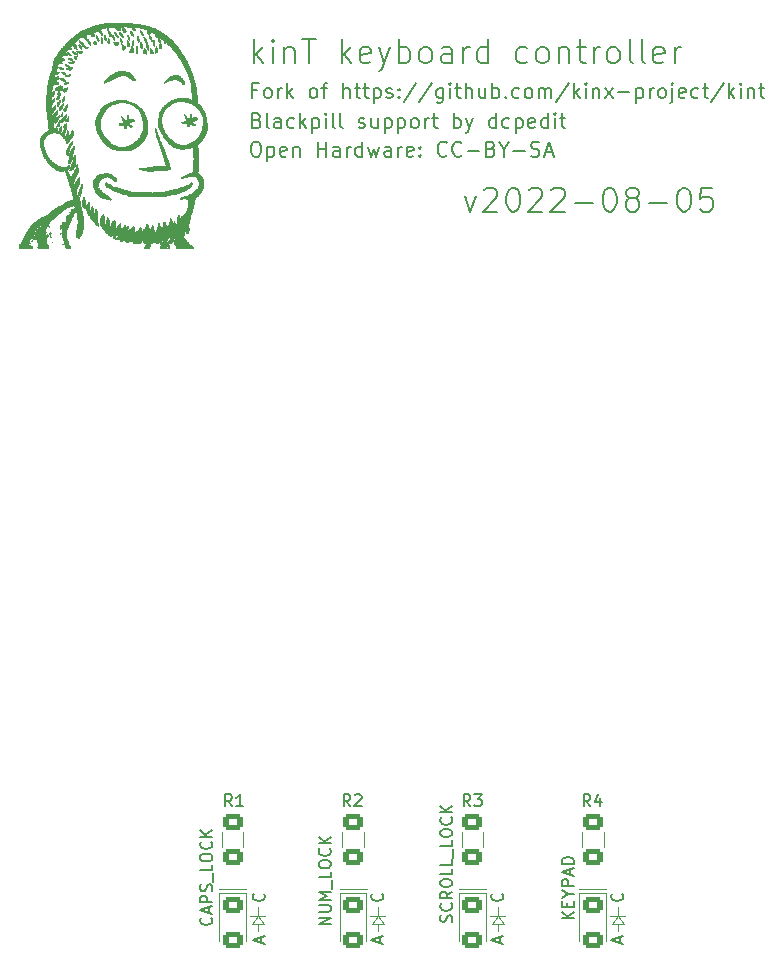
<source format=gto>
G04 #@! TF.GenerationSoftware,KiCad,Pcbnew,(6.0.1-0)*
G04 #@! TF.CreationDate,2022-08-05T19:05:08-07:00*
G04 #@! TF.ProjectId,kint,6b696e74-2e6b-4696-9361-645f70636258,rev?*
G04 #@! TF.SameCoordinates,Original*
G04 #@! TF.FileFunction,Legend,Top*
G04 #@! TF.FilePolarity,Positive*
%FSLAX46Y46*%
G04 Gerber Fmt 4.6, Leading zero omitted, Abs format (unit mm)*
G04 Created by KiCad (PCBNEW (6.0.1-0)) date 2022-08-05 19:05:08*
%MOMM*%
%LPD*%
G01*
G04 APERTURE LIST*
G04 Aperture macros list*
%AMRoundRect*
0 Rectangle with rounded corners*
0 $1 Rounding radius*
0 $2 $3 $4 $5 $6 $7 $8 $9 X,Y pos of 4 corners*
0 Add a 4 corners polygon primitive as box body*
4,1,4,$2,$3,$4,$5,$6,$7,$8,$9,$2,$3,0*
0 Add four circle primitives for the rounded corners*
1,1,$1+$1,$2,$3*
1,1,$1+$1,$4,$5*
1,1,$1+$1,$6,$7*
1,1,$1+$1,$8,$9*
0 Add four rect primitives between the rounded corners*
20,1,$1+$1,$2,$3,$4,$5,0*
20,1,$1+$1,$4,$5,$6,$7,0*
20,1,$1+$1,$6,$7,$8,$9,0*
20,1,$1+$1,$8,$9,$2,$3,0*%
G04 Aperture macros list end*
%ADD10C,0.120000*%
%ADD11C,0.150000*%
%ADD12C,0.010000*%
%ADD13RoundRect,0.250001X-0.624999X0.462499X-0.624999X-0.462499X0.624999X-0.462499X0.624999X0.462499X0*%
%ADD14C,6.000000*%
%ADD15C,8.600000*%
%ADD16C,1.327000*%
%ADD17R,1.700000X1.700000*%
%ADD18O,1.700000X1.700000*%
%ADD19C,1.700000*%
G04 APERTURE END LIST*
D10*
X156337000Y-143510000D02*
X155702000Y-143510000D01*
X155194000Y-144145000D02*
X155702000Y-143510000D01*
X166370000Y-144145000D02*
X165354000Y-144145000D01*
X165227000Y-143510000D02*
X166497000Y-143510000D01*
X165862000Y-142748000D02*
X165862000Y-143510000D01*
X165862000Y-144145000D02*
X165862000Y-144780000D01*
X165862000Y-143510000D02*
X166370000Y-144145000D01*
X165354000Y-144145000D02*
X165862000Y-143510000D01*
X166497000Y-143510000D02*
X165862000Y-143510000D01*
X165862000Y-143510000D02*
X165227000Y-143510000D01*
X145542000Y-142748000D02*
X145542000Y-143510000D01*
X145542000Y-144145000D02*
X145542000Y-144780000D01*
X146050000Y-144145000D02*
X145034000Y-144145000D01*
X145034000Y-144145000D02*
X145542000Y-143510000D01*
X145542000Y-143510000D02*
X146050000Y-144145000D01*
X144907000Y-143510000D02*
X146177000Y-143510000D01*
X146177000Y-143510000D02*
X145542000Y-143510000D01*
X145542000Y-143510000D02*
X144907000Y-143510000D01*
X135382000Y-144145000D02*
X135382000Y-144780000D01*
X134874000Y-144145000D02*
X135382000Y-143510000D01*
X136017000Y-143510000D02*
X135382000Y-143510000D01*
X134747000Y-143510000D02*
X136017000Y-143510000D01*
X135382000Y-143510000D02*
X135890000Y-144145000D01*
X135382000Y-142748000D02*
X135382000Y-143510000D01*
X135382000Y-143510000D02*
X134747000Y-143510000D01*
X135890000Y-144145000D02*
X134874000Y-144145000D01*
X142316100Y-141224000D02*
X144602100Y-141224000D01*
X132100100Y-141224000D02*
X134386100Y-141224000D01*
X162616100Y-141224000D02*
X164902100Y-141224000D01*
X155702000Y-142748000D02*
X155702000Y-143510000D01*
X155702000Y-144145000D02*
X155702000Y-144780000D01*
X155702000Y-143510000D02*
X156210000Y-144145000D01*
X156210000Y-144145000D02*
X155194000Y-144145000D01*
X155067000Y-143510000D02*
X156337000Y-143510000D01*
X152416100Y-141224000D02*
X154702100Y-141224000D01*
X155702000Y-143510000D02*
X155067000Y-143510000D01*
D11*
X135304785Y-76110714D02*
X135483357Y-76170238D01*
X135542880Y-76229761D01*
X135602404Y-76348809D01*
X135602404Y-76527380D01*
X135542880Y-76646428D01*
X135483357Y-76705952D01*
X135364309Y-76765476D01*
X134888119Y-76765476D01*
X134888119Y-75515476D01*
X135304785Y-75515476D01*
X135423833Y-75575000D01*
X135483357Y-75634523D01*
X135542880Y-75753571D01*
X135542880Y-75872619D01*
X135483357Y-75991666D01*
X135423833Y-76051190D01*
X135304785Y-76110714D01*
X134888119Y-76110714D01*
X136316690Y-76765476D02*
X136197642Y-76705952D01*
X136138119Y-76586904D01*
X136138119Y-75515476D01*
X137328595Y-76765476D02*
X137328595Y-76110714D01*
X137269071Y-75991666D01*
X137150023Y-75932142D01*
X136911928Y-75932142D01*
X136792880Y-75991666D01*
X137328595Y-76705952D02*
X137209547Y-76765476D01*
X136911928Y-76765476D01*
X136792880Y-76705952D01*
X136733357Y-76586904D01*
X136733357Y-76467857D01*
X136792880Y-76348809D01*
X136911928Y-76289285D01*
X137209547Y-76289285D01*
X137328595Y-76229761D01*
X138459547Y-76705952D02*
X138340500Y-76765476D01*
X138102404Y-76765476D01*
X137983357Y-76705952D01*
X137923833Y-76646428D01*
X137864309Y-76527380D01*
X137864309Y-76170238D01*
X137923833Y-76051190D01*
X137983357Y-75991666D01*
X138102404Y-75932142D01*
X138340500Y-75932142D01*
X138459547Y-75991666D01*
X138995261Y-76765476D02*
X138995261Y-75515476D01*
X139114309Y-76289285D02*
X139471452Y-76765476D01*
X139471452Y-75932142D02*
X138995261Y-76408333D01*
X140007166Y-75932142D02*
X140007166Y-77182142D01*
X140007166Y-75991666D02*
X140126214Y-75932142D01*
X140364309Y-75932142D01*
X140483357Y-75991666D01*
X140542880Y-76051190D01*
X140602404Y-76170238D01*
X140602404Y-76527380D01*
X140542880Y-76646428D01*
X140483357Y-76705952D01*
X140364309Y-76765476D01*
X140126214Y-76765476D01*
X140007166Y-76705952D01*
X141138119Y-76765476D02*
X141138119Y-75932142D01*
X141138119Y-75515476D02*
X141078595Y-75575000D01*
X141138119Y-75634523D01*
X141197642Y-75575000D01*
X141138119Y-75515476D01*
X141138119Y-75634523D01*
X141911928Y-76765476D02*
X141792880Y-76705952D01*
X141733357Y-76586904D01*
X141733357Y-75515476D01*
X142566690Y-76765476D02*
X142447642Y-76705952D01*
X142388119Y-76586904D01*
X142388119Y-75515476D01*
X143935738Y-76705952D02*
X144054785Y-76765476D01*
X144292880Y-76765476D01*
X144411928Y-76705952D01*
X144471452Y-76586904D01*
X144471452Y-76527380D01*
X144411928Y-76408333D01*
X144292880Y-76348809D01*
X144114309Y-76348809D01*
X143995261Y-76289285D01*
X143935738Y-76170238D01*
X143935738Y-76110714D01*
X143995261Y-75991666D01*
X144114309Y-75932142D01*
X144292880Y-75932142D01*
X144411928Y-75991666D01*
X145542880Y-75932142D02*
X145542880Y-76765476D01*
X145007166Y-75932142D02*
X145007166Y-76586904D01*
X145066690Y-76705952D01*
X145185738Y-76765476D01*
X145364309Y-76765476D01*
X145483357Y-76705952D01*
X145542880Y-76646428D01*
X146138119Y-75932142D02*
X146138119Y-77182142D01*
X146138119Y-75991666D02*
X146257166Y-75932142D01*
X146495261Y-75932142D01*
X146614309Y-75991666D01*
X146673833Y-76051190D01*
X146733357Y-76170238D01*
X146733357Y-76527380D01*
X146673833Y-76646428D01*
X146614309Y-76705952D01*
X146495261Y-76765476D01*
X146257166Y-76765476D01*
X146138119Y-76705952D01*
X147269071Y-75932142D02*
X147269071Y-77182142D01*
X147269071Y-75991666D02*
X147388119Y-75932142D01*
X147626214Y-75932142D01*
X147745261Y-75991666D01*
X147804785Y-76051190D01*
X147864309Y-76170238D01*
X147864309Y-76527380D01*
X147804785Y-76646428D01*
X147745261Y-76705952D01*
X147626214Y-76765476D01*
X147388119Y-76765476D01*
X147269071Y-76705952D01*
X148578595Y-76765476D02*
X148459547Y-76705952D01*
X148400023Y-76646428D01*
X148340500Y-76527380D01*
X148340500Y-76170238D01*
X148400023Y-76051190D01*
X148459547Y-75991666D01*
X148578595Y-75932142D01*
X148757166Y-75932142D01*
X148876214Y-75991666D01*
X148935738Y-76051190D01*
X148995261Y-76170238D01*
X148995261Y-76527380D01*
X148935738Y-76646428D01*
X148876214Y-76705952D01*
X148757166Y-76765476D01*
X148578595Y-76765476D01*
X149530976Y-76765476D02*
X149530976Y-75932142D01*
X149530976Y-76170238D02*
X149590500Y-76051190D01*
X149650023Y-75991666D01*
X149769071Y-75932142D01*
X149888119Y-75932142D01*
X150126214Y-75932142D02*
X150602404Y-75932142D01*
X150304785Y-75515476D02*
X150304785Y-76586904D01*
X150364309Y-76705952D01*
X150483357Y-76765476D01*
X150602404Y-76765476D01*
X151971452Y-76765476D02*
X151971452Y-75515476D01*
X151971452Y-75991666D02*
X152090500Y-75932142D01*
X152328595Y-75932142D01*
X152447642Y-75991666D01*
X152507166Y-76051190D01*
X152566690Y-76170238D01*
X152566690Y-76527380D01*
X152507166Y-76646428D01*
X152447642Y-76705952D01*
X152328595Y-76765476D01*
X152090500Y-76765476D01*
X151971452Y-76705952D01*
X152983357Y-75932142D02*
X153280976Y-76765476D01*
X153578595Y-75932142D02*
X153280976Y-76765476D01*
X153161928Y-77063095D01*
X153102404Y-77122619D01*
X152983357Y-77182142D01*
X155542880Y-76765476D02*
X155542880Y-75515476D01*
X155542880Y-76705952D02*
X155423833Y-76765476D01*
X155185738Y-76765476D01*
X155066690Y-76705952D01*
X155007166Y-76646428D01*
X154947642Y-76527380D01*
X154947642Y-76170238D01*
X155007166Y-76051190D01*
X155066690Y-75991666D01*
X155185738Y-75932142D01*
X155423833Y-75932142D01*
X155542880Y-75991666D01*
X156673833Y-76705952D02*
X156554785Y-76765476D01*
X156316690Y-76765476D01*
X156197642Y-76705952D01*
X156138119Y-76646428D01*
X156078595Y-76527380D01*
X156078595Y-76170238D01*
X156138119Y-76051190D01*
X156197642Y-75991666D01*
X156316690Y-75932142D01*
X156554785Y-75932142D01*
X156673833Y-75991666D01*
X157209547Y-75932142D02*
X157209547Y-77182142D01*
X157209547Y-75991666D02*
X157328595Y-75932142D01*
X157566690Y-75932142D01*
X157685738Y-75991666D01*
X157745261Y-76051190D01*
X157804785Y-76170238D01*
X157804785Y-76527380D01*
X157745261Y-76646428D01*
X157685738Y-76705952D01*
X157566690Y-76765476D01*
X157328595Y-76765476D01*
X157209547Y-76705952D01*
X158816690Y-76705952D02*
X158697642Y-76765476D01*
X158459547Y-76765476D01*
X158340500Y-76705952D01*
X158280976Y-76586904D01*
X158280976Y-76110714D01*
X158340500Y-75991666D01*
X158459547Y-75932142D01*
X158697642Y-75932142D01*
X158816690Y-75991666D01*
X158876214Y-76110714D01*
X158876214Y-76229761D01*
X158280976Y-76348809D01*
X159947642Y-76765476D02*
X159947642Y-75515476D01*
X159947642Y-76705952D02*
X159828595Y-76765476D01*
X159590500Y-76765476D01*
X159471452Y-76705952D01*
X159411928Y-76646428D01*
X159352404Y-76527380D01*
X159352404Y-76170238D01*
X159411928Y-76051190D01*
X159471452Y-75991666D01*
X159590500Y-75932142D01*
X159828595Y-75932142D01*
X159947642Y-75991666D01*
X160542880Y-76765476D02*
X160542880Y-75932142D01*
X160542880Y-75515476D02*
X160483357Y-75575000D01*
X160542880Y-75634523D01*
X160602404Y-75575000D01*
X160542880Y-75515476D01*
X160542880Y-75634523D01*
X160959547Y-75932142D02*
X161435738Y-75932142D01*
X161138119Y-75515476D02*
X161138119Y-76586904D01*
X161197642Y-76705952D01*
X161316690Y-76765476D01*
X161435738Y-76765476D01*
X135304785Y-73570714D02*
X134888119Y-73570714D01*
X134888119Y-74225476D02*
X134888119Y-72975476D01*
X135483357Y-72975476D01*
X136138119Y-74225476D02*
X136019071Y-74165952D01*
X135959547Y-74106428D01*
X135900023Y-73987380D01*
X135900023Y-73630238D01*
X135959547Y-73511190D01*
X136019071Y-73451666D01*
X136138119Y-73392142D01*
X136316690Y-73392142D01*
X136435738Y-73451666D01*
X136495261Y-73511190D01*
X136554785Y-73630238D01*
X136554785Y-73987380D01*
X136495261Y-74106428D01*
X136435738Y-74165952D01*
X136316690Y-74225476D01*
X136138119Y-74225476D01*
X137090500Y-74225476D02*
X137090500Y-73392142D01*
X137090500Y-73630238D02*
X137150023Y-73511190D01*
X137209547Y-73451666D01*
X137328595Y-73392142D01*
X137447642Y-73392142D01*
X137864309Y-74225476D02*
X137864309Y-72975476D01*
X137983357Y-73749285D02*
X138340500Y-74225476D01*
X138340500Y-73392142D02*
X137864309Y-73868333D01*
X140007166Y-74225476D02*
X139888119Y-74165952D01*
X139828595Y-74106428D01*
X139769071Y-73987380D01*
X139769071Y-73630238D01*
X139828595Y-73511190D01*
X139888119Y-73451666D01*
X140007166Y-73392142D01*
X140185738Y-73392142D01*
X140304785Y-73451666D01*
X140364309Y-73511190D01*
X140423833Y-73630238D01*
X140423833Y-73987380D01*
X140364309Y-74106428D01*
X140304785Y-74165952D01*
X140185738Y-74225476D01*
X140007166Y-74225476D01*
X140780976Y-73392142D02*
X141257166Y-73392142D01*
X140959547Y-74225476D02*
X140959547Y-73154047D01*
X141019071Y-73035000D01*
X141138119Y-72975476D01*
X141257166Y-72975476D01*
X142626214Y-74225476D02*
X142626214Y-72975476D01*
X143161928Y-74225476D02*
X143161928Y-73570714D01*
X143102404Y-73451666D01*
X142983357Y-73392142D01*
X142804785Y-73392142D01*
X142685738Y-73451666D01*
X142626214Y-73511190D01*
X143578595Y-73392142D02*
X144054785Y-73392142D01*
X143757166Y-72975476D02*
X143757166Y-74046904D01*
X143816690Y-74165952D01*
X143935738Y-74225476D01*
X144054785Y-74225476D01*
X144292880Y-73392142D02*
X144769071Y-73392142D01*
X144471452Y-72975476D02*
X144471452Y-74046904D01*
X144530976Y-74165952D01*
X144650023Y-74225476D01*
X144769071Y-74225476D01*
X145185738Y-73392142D02*
X145185738Y-74642142D01*
X145185738Y-73451666D02*
X145304785Y-73392142D01*
X145542880Y-73392142D01*
X145661928Y-73451666D01*
X145721452Y-73511190D01*
X145780976Y-73630238D01*
X145780976Y-73987380D01*
X145721452Y-74106428D01*
X145661928Y-74165952D01*
X145542880Y-74225476D01*
X145304785Y-74225476D01*
X145185738Y-74165952D01*
X146257166Y-74165952D02*
X146376214Y-74225476D01*
X146614309Y-74225476D01*
X146733357Y-74165952D01*
X146792880Y-74046904D01*
X146792880Y-73987380D01*
X146733357Y-73868333D01*
X146614309Y-73808809D01*
X146435738Y-73808809D01*
X146316690Y-73749285D01*
X146257166Y-73630238D01*
X146257166Y-73570714D01*
X146316690Y-73451666D01*
X146435738Y-73392142D01*
X146614309Y-73392142D01*
X146733357Y-73451666D01*
X147328595Y-74106428D02*
X147388119Y-74165952D01*
X147328595Y-74225476D01*
X147269071Y-74165952D01*
X147328595Y-74106428D01*
X147328595Y-74225476D01*
X147328595Y-73451666D02*
X147388119Y-73511190D01*
X147328595Y-73570714D01*
X147269071Y-73511190D01*
X147328595Y-73451666D01*
X147328595Y-73570714D01*
X148816690Y-72915952D02*
X147745261Y-74523095D01*
X150126214Y-72915952D02*
X149054785Y-74523095D01*
X151078595Y-73392142D02*
X151078595Y-74404047D01*
X151019071Y-74523095D01*
X150959547Y-74582619D01*
X150840500Y-74642142D01*
X150661928Y-74642142D01*
X150542880Y-74582619D01*
X151078595Y-74165952D02*
X150959547Y-74225476D01*
X150721452Y-74225476D01*
X150602404Y-74165952D01*
X150542880Y-74106428D01*
X150483357Y-73987380D01*
X150483357Y-73630238D01*
X150542880Y-73511190D01*
X150602404Y-73451666D01*
X150721452Y-73392142D01*
X150959547Y-73392142D01*
X151078595Y-73451666D01*
X151673833Y-74225476D02*
X151673833Y-73392142D01*
X151673833Y-72975476D02*
X151614309Y-73035000D01*
X151673833Y-73094523D01*
X151733357Y-73035000D01*
X151673833Y-72975476D01*
X151673833Y-73094523D01*
X152090500Y-73392142D02*
X152566690Y-73392142D01*
X152269071Y-72975476D02*
X152269071Y-74046904D01*
X152328595Y-74165952D01*
X152447642Y-74225476D01*
X152566690Y-74225476D01*
X152983357Y-74225476D02*
X152983357Y-72975476D01*
X153519071Y-74225476D02*
X153519071Y-73570714D01*
X153459547Y-73451666D01*
X153340500Y-73392142D01*
X153161928Y-73392142D01*
X153042880Y-73451666D01*
X152983357Y-73511190D01*
X154650023Y-73392142D02*
X154650023Y-74225476D01*
X154114309Y-73392142D02*
X154114309Y-74046904D01*
X154173833Y-74165952D01*
X154292880Y-74225476D01*
X154471452Y-74225476D01*
X154590500Y-74165952D01*
X154650023Y-74106428D01*
X155245261Y-74225476D02*
X155245261Y-72975476D01*
X155245261Y-73451666D02*
X155364309Y-73392142D01*
X155602404Y-73392142D01*
X155721452Y-73451666D01*
X155780976Y-73511190D01*
X155840500Y-73630238D01*
X155840500Y-73987380D01*
X155780976Y-74106428D01*
X155721452Y-74165952D01*
X155602404Y-74225476D01*
X155364309Y-74225476D01*
X155245261Y-74165952D01*
X156376214Y-74106428D02*
X156435738Y-74165952D01*
X156376214Y-74225476D01*
X156316690Y-74165952D01*
X156376214Y-74106428D01*
X156376214Y-74225476D01*
X157507166Y-74165952D02*
X157388119Y-74225476D01*
X157150023Y-74225476D01*
X157030976Y-74165952D01*
X156971452Y-74106428D01*
X156911928Y-73987380D01*
X156911928Y-73630238D01*
X156971452Y-73511190D01*
X157030976Y-73451666D01*
X157150023Y-73392142D01*
X157388119Y-73392142D01*
X157507166Y-73451666D01*
X158221452Y-74225476D02*
X158102404Y-74165952D01*
X158042880Y-74106428D01*
X157983357Y-73987380D01*
X157983357Y-73630238D01*
X158042880Y-73511190D01*
X158102404Y-73451666D01*
X158221452Y-73392142D01*
X158400023Y-73392142D01*
X158519071Y-73451666D01*
X158578595Y-73511190D01*
X158638119Y-73630238D01*
X158638119Y-73987380D01*
X158578595Y-74106428D01*
X158519071Y-74165952D01*
X158400023Y-74225476D01*
X158221452Y-74225476D01*
X159173833Y-74225476D02*
X159173833Y-73392142D01*
X159173833Y-73511190D02*
X159233357Y-73451666D01*
X159352404Y-73392142D01*
X159530976Y-73392142D01*
X159650023Y-73451666D01*
X159709547Y-73570714D01*
X159709547Y-74225476D01*
X159709547Y-73570714D02*
X159769071Y-73451666D01*
X159888119Y-73392142D01*
X160066690Y-73392142D01*
X160185738Y-73451666D01*
X160245261Y-73570714D01*
X160245261Y-74225476D01*
X161733357Y-72915952D02*
X160661928Y-74523095D01*
X162150023Y-74225476D02*
X162150023Y-72975476D01*
X162269071Y-73749285D02*
X162626214Y-74225476D01*
X162626214Y-73392142D02*
X162150023Y-73868333D01*
X163161928Y-74225476D02*
X163161928Y-73392142D01*
X163161928Y-72975476D02*
X163102404Y-73035000D01*
X163161928Y-73094523D01*
X163221452Y-73035000D01*
X163161928Y-72975476D01*
X163161928Y-73094523D01*
X163757166Y-73392142D02*
X163757166Y-74225476D01*
X163757166Y-73511190D02*
X163816690Y-73451666D01*
X163935738Y-73392142D01*
X164114309Y-73392142D01*
X164233357Y-73451666D01*
X164292880Y-73570714D01*
X164292880Y-74225476D01*
X164769071Y-74225476D02*
X165423833Y-73392142D01*
X164769071Y-73392142D02*
X165423833Y-74225476D01*
X165900023Y-73749285D02*
X166852404Y-73749285D01*
X167447642Y-73392142D02*
X167447642Y-74642142D01*
X167447642Y-73451666D02*
X167566690Y-73392142D01*
X167804785Y-73392142D01*
X167923833Y-73451666D01*
X167983357Y-73511190D01*
X168042880Y-73630238D01*
X168042880Y-73987380D01*
X167983357Y-74106428D01*
X167923833Y-74165952D01*
X167804785Y-74225476D01*
X167566690Y-74225476D01*
X167447642Y-74165952D01*
X168578595Y-74225476D02*
X168578595Y-73392142D01*
X168578595Y-73630238D02*
X168638119Y-73511190D01*
X168697642Y-73451666D01*
X168816690Y-73392142D01*
X168935738Y-73392142D01*
X169530976Y-74225476D02*
X169411928Y-74165952D01*
X169352404Y-74106428D01*
X169292880Y-73987380D01*
X169292880Y-73630238D01*
X169352404Y-73511190D01*
X169411928Y-73451666D01*
X169530976Y-73392142D01*
X169709547Y-73392142D01*
X169828595Y-73451666D01*
X169888119Y-73511190D01*
X169947642Y-73630238D01*
X169947642Y-73987380D01*
X169888119Y-74106428D01*
X169828595Y-74165952D01*
X169709547Y-74225476D01*
X169530976Y-74225476D01*
X170483357Y-73392142D02*
X170483357Y-74463571D01*
X170423833Y-74582619D01*
X170304785Y-74642142D01*
X170245261Y-74642142D01*
X170483357Y-72975476D02*
X170423833Y-73035000D01*
X170483357Y-73094523D01*
X170542880Y-73035000D01*
X170483357Y-72975476D01*
X170483357Y-73094523D01*
X171554785Y-74165952D02*
X171435738Y-74225476D01*
X171197642Y-74225476D01*
X171078595Y-74165952D01*
X171019071Y-74046904D01*
X171019071Y-73570714D01*
X171078595Y-73451666D01*
X171197642Y-73392142D01*
X171435738Y-73392142D01*
X171554785Y-73451666D01*
X171614309Y-73570714D01*
X171614309Y-73689761D01*
X171019071Y-73808809D01*
X172685738Y-74165952D02*
X172566690Y-74225476D01*
X172328595Y-74225476D01*
X172209547Y-74165952D01*
X172150023Y-74106428D01*
X172090500Y-73987380D01*
X172090500Y-73630238D01*
X172150023Y-73511190D01*
X172209547Y-73451666D01*
X172328595Y-73392142D01*
X172566690Y-73392142D01*
X172685738Y-73451666D01*
X173042880Y-73392142D02*
X173519071Y-73392142D01*
X173221452Y-72975476D02*
X173221452Y-74046904D01*
X173280976Y-74165952D01*
X173400023Y-74225476D01*
X173519071Y-74225476D01*
X174828595Y-72915952D02*
X173757166Y-74523095D01*
X175245261Y-74225476D02*
X175245261Y-72975476D01*
X175364309Y-73749285D02*
X175721452Y-74225476D01*
X175721452Y-73392142D02*
X175245261Y-73868333D01*
X176257166Y-74225476D02*
X176257166Y-73392142D01*
X176257166Y-72975476D02*
X176197642Y-73035000D01*
X176257166Y-73094523D01*
X176316690Y-73035000D01*
X176257166Y-72975476D01*
X176257166Y-73094523D01*
X176852404Y-73392142D02*
X176852404Y-74225476D01*
X176852404Y-73511190D02*
X176911928Y-73451666D01*
X177030976Y-73392142D01*
X177209547Y-73392142D01*
X177328595Y-73451666D01*
X177388119Y-73570714D01*
X177388119Y-74225476D01*
X177804785Y-73392142D02*
X178280976Y-73392142D01*
X177983357Y-72975476D02*
X177983357Y-74046904D01*
X178042880Y-74165952D01*
X178161928Y-74225476D01*
X178280976Y-74225476D01*
X135066690Y-71262761D02*
X135066690Y-69262761D01*
X135257166Y-70500857D02*
X135828595Y-71262761D01*
X135828595Y-69929428D02*
X135066690Y-70691333D01*
X136685738Y-71262761D02*
X136685738Y-69929428D01*
X136685738Y-69262761D02*
X136590500Y-69358000D01*
X136685738Y-69453238D01*
X136780976Y-69358000D01*
X136685738Y-69262761D01*
X136685738Y-69453238D01*
X137638119Y-69929428D02*
X137638119Y-71262761D01*
X137638119Y-70119904D02*
X137733357Y-70024666D01*
X137923833Y-69929428D01*
X138209547Y-69929428D01*
X138400023Y-70024666D01*
X138495261Y-70215142D01*
X138495261Y-71262761D01*
X139161928Y-69262761D02*
X140304785Y-69262761D01*
X139733357Y-71262761D02*
X139733357Y-69262761D01*
X142495261Y-71262761D02*
X142495261Y-69262761D01*
X142685738Y-70500857D02*
X143257166Y-71262761D01*
X143257166Y-69929428D02*
X142495261Y-70691333D01*
X144876214Y-71167523D02*
X144685738Y-71262761D01*
X144304785Y-71262761D01*
X144114309Y-71167523D01*
X144019071Y-70977047D01*
X144019071Y-70215142D01*
X144114309Y-70024666D01*
X144304785Y-69929428D01*
X144685738Y-69929428D01*
X144876214Y-70024666D01*
X144971452Y-70215142D01*
X144971452Y-70405619D01*
X144019071Y-70596095D01*
X145638119Y-69929428D02*
X146114309Y-71262761D01*
X146590500Y-69929428D02*
X146114309Y-71262761D01*
X145923833Y-71738952D01*
X145828595Y-71834190D01*
X145638119Y-71929428D01*
X147352404Y-71262761D02*
X147352404Y-69262761D01*
X147352404Y-70024666D02*
X147542880Y-69929428D01*
X147923833Y-69929428D01*
X148114309Y-70024666D01*
X148209547Y-70119904D01*
X148304785Y-70310380D01*
X148304785Y-70881809D01*
X148209547Y-71072285D01*
X148114309Y-71167523D01*
X147923833Y-71262761D01*
X147542880Y-71262761D01*
X147352404Y-71167523D01*
X149447642Y-71262761D02*
X149257166Y-71167523D01*
X149161928Y-71072285D01*
X149066690Y-70881809D01*
X149066690Y-70310380D01*
X149161928Y-70119904D01*
X149257166Y-70024666D01*
X149447642Y-69929428D01*
X149733357Y-69929428D01*
X149923833Y-70024666D01*
X150019071Y-70119904D01*
X150114309Y-70310380D01*
X150114309Y-70881809D01*
X150019071Y-71072285D01*
X149923833Y-71167523D01*
X149733357Y-71262761D01*
X149447642Y-71262761D01*
X151828595Y-71262761D02*
X151828595Y-70215142D01*
X151733357Y-70024666D01*
X151542880Y-69929428D01*
X151161928Y-69929428D01*
X150971452Y-70024666D01*
X151828595Y-71167523D02*
X151638119Y-71262761D01*
X151161928Y-71262761D01*
X150971452Y-71167523D01*
X150876214Y-70977047D01*
X150876214Y-70786571D01*
X150971452Y-70596095D01*
X151161928Y-70500857D01*
X151638119Y-70500857D01*
X151828595Y-70405619D01*
X152780976Y-71262761D02*
X152780976Y-69929428D01*
X152780976Y-70310380D02*
X152876214Y-70119904D01*
X152971452Y-70024666D01*
X153161928Y-69929428D01*
X153352404Y-69929428D01*
X154876214Y-71262761D02*
X154876214Y-69262761D01*
X154876214Y-71167523D02*
X154685738Y-71262761D01*
X154304785Y-71262761D01*
X154114309Y-71167523D01*
X154019071Y-71072285D01*
X153923833Y-70881809D01*
X153923833Y-70310380D01*
X154019071Y-70119904D01*
X154114309Y-70024666D01*
X154304785Y-69929428D01*
X154685738Y-69929428D01*
X154876214Y-70024666D01*
X158209547Y-71167523D02*
X158019071Y-71262761D01*
X157638119Y-71262761D01*
X157447642Y-71167523D01*
X157352404Y-71072285D01*
X157257166Y-70881809D01*
X157257166Y-70310380D01*
X157352404Y-70119904D01*
X157447642Y-70024666D01*
X157638119Y-69929428D01*
X158019071Y-69929428D01*
X158209547Y-70024666D01*
X159352404Y-71262761D02*
X159161928Y-71167523D01*
X159066690Y-71072285D01*
X158971452Y-70881809D01*
X158971452Y-70310380D01*
X159066690Y-70119904D01*
X159161928Y-70024666D01*
X159352404Y-69929428D01*
X159638119Y-69929428D01*
X159828595Y-70024666D01*
X159923833Y-70119904D01*
X160019071Y-70310380D01*
X160019071Y-70881809D01*
X159923833Y-71072285D01*
X159828595Y-71167523D01*
X159638119Y-71262761D01*
X159352404Y-71262761D01*
X160876214Y-69929428D02*
X160876214Y-71262761D01*
X160876214Y-70119904D02*
X160971452Y-70024666D01*
X161161928Y-69929428D01*
X161447642Y-69929428D01*
X161638119Y-70024666D01*
X161733357Y-70215142D01*
X161733357Y-71262761D01*
X162400023Y-69929428D02*
X163161928Y-69929428D01*
X162685738Y-69262761D02*
X162685738Y-70977047D01*
X162780976Y-71167523D01*
X162971452Y-71262761D01*
X163161928Y-71262761D01*
X163828595Y-71262761D02*
X163828595Y-69929428D01*
X163828595Y-70310380D02*
X163923833Y-70119904D01*
X164019071Y-70024666D01*
X164209547Y-69929428D01*
X164400023Y-69929428D01*
X165352404Y-71262761D02*
X165161928Y-71167523D01*
X165066690Y-71072285D01*
X164971452Y-70881809D01*
X164971452Y-70310380D01*
X165066690Y-70119904D01*
X165161928Y-70024666D01*
X165352404Y-69929428D01*
X165638119Y-69929428D01*
X165828595Y-70024666D01*
X165923833Y-70119904D01*
X166019071Y-70310380D01*
X166019071Y-70881809D01*
X165923833Y-71072285D01*
X165828595Y-71167523D01*
X165638119Y-71262761D01*
X165352404Y-71262761D01*
X167161928Y-71262761D02*
X166971452Y-71167523D01*
X166876214Y-70977047D01*
X166876214Y-69262761D01*
X168209547Y-71262761D02*
X168019071Y-71167523D01*
X167923833Y-70977047D01*
X167923833Y-69262761D01*
X169733357Y-71167523D02*
X169542880Y-71262761D01*
X169161928Y-71262761D01*
X168971452Y-71167523D01*
X168876214Y-70977047D01*
X168876214Y-70215142D01*
X168971452Y-70024666D01*
X169161928Y-69929428D01*
X169542880Y-69929428D01*
X169733357Y-70024666D01*
X169828595Y-70215142D01*
X169828595Y-70405619D01*
X168876214Y-70596095D01*
X170685738Y-71262761D02*
X170685738Y-69929428D01*
X170685738Y-70310380D02*
X170780976Y-70119904D01*
X170876214Y-70024666D01*
X171066690Y-69929428D01*
X171257166Y-69929428D01*
X135126214Y-77928476D02*
X135364309Y-77928476D01*
X135483357Y-77988000D01*
X135602404Y-78107047D01*
X135661928Y-78345142D01*
X135661928Y-78761809D01*
X135602404Y-78999904D01*
X135483357Y-79118952D01*
X135364309Y-79178476D01*
X135126214Y-79178476D01*
X135007166Y-79118952D01*
X134888119Y-78999904D01*
X134828595Y-78761809D01*
X134828595Y-78345142D01*
X134888119Y-78107047D01*
X135007166Y-77988000D01*
X135126214Y-77928476D01*
X136197642Y-78345142D02*
X136197642Y-79595142D01*
X136197642Y-78404666D02*
X136316690Y-78345142D01*
X136554785Y-78345142D01*
X136673833Y-78404666D01*
X136733357Y-78464190D01*
X136792880Y-78583238D01*
X136792880Y-78940380D01*
X136733357Y-79059428D01*
X136673833Y-79118952D01*
X136554785Y-79178476D01*
X136316690Y-79178476D01*
X136197642Y-79118952D01*
X137804785Y-79118952D02*
X137685738Y-79178476D01*
X137447642Y-79178476D01*
X137328595Y-79118952D01*
X137269071Y-78999904D01*
X137269071Y-78523714D01*
X137328595Y-78404666D01*
X137447642Y-78345142D01*
X137685738Y-78345142D01*
X137804785Y-78404666D01*
X137864309Y-78523714D01*
X137864309Y-78642761D01*
X137269071Y-78761809D01*
X138400023Y-78345142D02*
X138400023Y-79178476D01*
X138400023Y-78464190D02*
X138459547Y-78404666D01*
X138578595Y-78345142D01*
X138757166Y-78345142D01*
X138876214Y-78404666D01*
X138935738Y-78523714D01*
X138935738Y-79178476D01*
X140483357Y-79178476D02*
X140483357Y-77928476D01*
X140483357Y-78523714D02*
X141197642Y-78523714D01*
X141197642Y-79178476D02*
X141197642Y-77928476D01*
X142328595Y-79178476D02*
X142328595Y-78523714D01*
X142269071Y-78404666D01*
X142150023Y-78345142D01*
X141911928Y-78345142D01*
X141792880Y-78404666D01*
X142328595Y-79118952D02*
X142209547Y-79178476D01*
X141911928Y-79178476D01*
X141792880Y-79118952D01*
X141733357Y-78999904D01*
X141733357Y-78880857D01*
X141792880Y-78761809D01*
X141911928Y-78702285D01*
X142209547Y-78702285D01*
X142328595Y-78642761D01*
X142923833Y-79178476D02*
X142923833Y-78345142D01*
X142923833Y-78583238D02*
X142983357Y-78464190D01*
X143042880Y-78404666D01*
X143161928Y-78345142D01*
X143280976Y-78345142D01*
X144233357Y-79178476D02*
X144233357Y-77928476D01*
X144233357Y-79118952D02*
X144114309Y-79178476D01*
X143876214Y-79178476D01*
X143757166Y-79118952D01*
X143697642Y-79059428D01*
X143638119Y-78940380D01*
X143638119Y-78583238D01*
X143697642Y-78464190D01*
X143757166Y-78404666D01*
X143876214Y-78345142D01*
X144114309Y-78345142D01*
X144233357Y-78404666D01*
X144709547Y-78345142D02*
X144947642Y-79178476D01*
X145185738Y-78583238D01*
X145423833Y-79178476D01*
X145661928Y-78345142D01*
X146673833Y-79178476D02*
X146673833Y-78523714D01*
X146614309Y-78404666D01*
X146495261Y-78345142D01*
X146257166Y-78345142D01*
X146138119Y-78404666D01*
X146673833Y-79118952D02*
X146554785Y-79178476D01*
X146257166Y-79178476D01*
X146138119Y-79118952D01*
X146078595Y-78999904D01*
X146078595Y-78880857D01*
X146138119Y-78761809D01*
X146257166Y-78702285D01*
X146554785Y-78702285D01*
X146673833Y-78642761D01*
X147269071Y-79178476D02*
X147269071Y-78345142D01*
X147269071Y-78583238D02*
X147328595Y-78464190D01*
X147388119Y-78404666D01*
X147507166Y-78345142D01*
X147626214Y-78345142D01*
X148519071Y-79118952D02*
X148400023Y-79178476D01*
X148161928Y-79178476D01*
X148042880Y-79118952D01*
X147983357Y-78999904D01*
X147983357Y-78523714D01*
X148042880Y-78404666D01*
X148161928Y-78345142D01*
X148400023Y-78345142D01*
X148519071Y-78404666D01*
X148578595Y-78523714D01*
X148578595Y-78642761D01*
X147983357Y-78761809D01*
X149114309Y-79059428D02*
X149173833Y-79118952D01*
X149114309Y-79178476D01*
X149054785Y-79118952D01*
X149114309Y-79059428D01*
X149114309Y-79178476D01*
X149114309Y-78404666D02*
X149173833Y-78464190D01*
X149114309Y-78523714D01*
X149054785Y-78464190D01*
X149114309Y-78404666D01*
X149114309Y-78523714D01*
X151376214Y-79059428D02*
X151316690Y-79118952D01*
X151138119Y-79178476D01*
X151019071Y-79178476D01*
X150840500Y-79118952D01*
X150721452Y-78999904D01*
X150661928Y-78880857D01*
X150602404Y-78642761D01*
X150602404Y-78464190D01*
X150661928Y-78226095D01*
X150721452Y-78107047D01*
X150840500Y-77988000D01*
X151019071Y-77928476D01*
X151138119Y-77928476D01*
X151316690Y-77988000D01*
X151376214Y-78047523D01*
X152626214Y-79059428D02*
X152566690Y-79118952D01*
X152388119Y-79178476D01*
X152269071Y-79178476D01*
X152090500Y-79118952D01*
X151971452Y-78999904D01*
X151911928Y-78880857D01*
X151852404Y-78642761D01*
X151852404Y-78464190D01*
X151911928Y-78226095D01*
X151971452Y-78107047D01*
X152090500Y-77988000D01*
X152269071Y-77928476D01*
X152388119Y-77928476D01*
X152566690Y-77988000D01*
X152626214Y-78047523D01*
X153161928Y-78702285D02*
X154114309Y-78702285D01*
X155126214Y-78523714D02*
X155304785Y-78583238D01*
X155364309Y-78642761D01*
X155423833Y-78761809D01*
X155423833Y-78940380D01*
X155364309Y-79059428D01*
X155304785Y-79118952D01*
X155185738Y-79178476D01*
X154709547Y-79178476D01*
X154709547Y-77928476D01*
X155126214Y-77928476D01*
X155245261Y-77988000D01*
X155304785Y-78047523D01*
X155364309Y-78166571D01*
X155364309Y-78285619D01*
X155304785Y-78404666D01*
X155245261Y-78464190D01*
X155126214Y-78523714D01*
X154709547Y-78523714D01*
X156197642Y-78583238D02*
X156197642Y-79178476D01*
X155780976Y-77928476D02*
X156197642Y-78583238D01*
X156614309Y-77928476D01*
X157030976Y-78702285D02*
X157983357Y-78702285D01*
X158519071Y-79118952D02*
X158697642Y-79178476D01*
X158995261Y-79178476D01*
X159114309Y-79118952D01*
X159173833Y-79059428D01*
X159233357Y-78940380D01*
X159233357Y-78821333D01*
X159173833Y-78702285D01*
X159114309Y-78642761D01*
X158995261Y-78583238D01*
X158757166Y-78523714D01*
X158638119Y-78464190D01*
X158578595Y-78404666D01*
X158519071Y-78285619D01*
X158519071Y-78166571D01*
X158578595Y-78047523D01*
X158638119Y-77988000D01*
X158757166Y-77928476D01*
X159054785Y-77928476D01*
X159233357Y-77988000D01*
X159709547Y-78821333D02*
X160304785Y-78821333D01*
X159590500Y-79178476D02*
X160007166Y-77928476D01*
X160423833Y-79178476D01*
X152910214Y-82502428D02*
X153386404Y-83835761D01*
X153862595Y-82502428D01*
X154529261Y-82026238D02*
X154624500Y-81931000D01*
X154814976Y-81835761D01*
X155291166Y-81835761D01*
X155481642Y-81931000D01*
X155576880Y-82026238D01*
X155672119Y-82216714D01*
X155672119Y-82407190D01*
X155576880Y-82692904D01*
X154434023Y-83835761D01*
X155672119Y-83835761D01*
X156910214Y-81835761D02*
X157100690Y-81835761D01*
X157291166Y-81931000D01*
X157386404Y-82026238D01*
X157481642Y-82216714D01*
X157576880Y-82597666D01*
X157576880Y-83073857D01*
X157481642Y-83454809D01*
X157386404Y-83645285D01*
X157291166Y-83740523D01*
X157100690Y-83835761D01*
X156910214Y-83835761D01*
X156719738Y-83740523D01*
X156624500Y-83645285D01*
X156529261Y-83454809D01*
X156434023Y-83073857D01*
X156434023Y-82597666D01*
X156529261Y-82216714D01*
X156624500Y-82026238D01*
X156719738Y-81931000D01*
X156910214Y-81835761D01*
X158338785Y-82026238D02*
X158434023Y-81931000D01*
X158624500Y-81835761D01*
X159100690Y-81835761D01*
X159291166Y-81931000D01*
X159386404Y-82026238D01*
X159481642Y-82216714D01*
X159481642Y-82407190D01*
X159386404Y-82692904D01*
X158243547Y-83835761D01*
X159481642Y-83835761D01*
X160243547Y-82026238D02*
X160338785Y-81931000D01*
X160529261Y-81835761D01*
X161005452Y-81835761D01*
X161195928Y-81931000D01*
X161291166Y-82026238D01*
X161386404Y-82216714D01*
X161386404Y-82407190D01*
X161291166Y-82692904D01*
X160148309Y-83835761D01*
X161386404Y-83835761D01*
X162243547Y-83073857D02*
X163767357Y-83073857D01*
X165100690Y-81835761D02*
X165291166Y-81835761D01*
X165481642Y-81931000D01*
X165576880Y-82026238D01*
X165672119Y-82216714D01*
X165767357Y-82597666D01*
X165767357Y-83073857D01*
X165672119Y-83454809D01*
X165576880Y-83645285D01*
X165481642Y-83740523D01*
X165291166Y-83835761D01*
X165100690Y-83835761D01*
X164910214Y-83740523D01*
X164814976Y-83645285D01*
X164719738Y-83454809D01*
X164624500Y-83073857D01*
X164624500Y-82597666D01*
X164719738Y-82216714D01*
X164814976Y-82026238D01*
X164910214Y-81931000D01*
X165100690Y-81835761D01*
X166910214Y-82692904D02*
X166719738Y-82597666D01*
X166624500Y-82502428D01*
X166529261Y-82311952D01*
X166529261Y-82216714D01*
X166624500Y-82026238D01*
X166719738Y-81931000D01*
X166910214Y-81835761D01*
X167291166Y-81835761D01*
X167481642Y-81931000D01*
X167576880Y-82026238D01*
X167672119Y-82216714D01*
X167672119Y-82311952D01*
X167576880Y-82502428D01*
X167481642Y-82597666D01*
X167291166Y-82692904D01*
X166910214Y-82692904D01*
X166719738Y-82788142D01*
X166624500Y-82883380D01*
X166529261Y-83073857D01*
X166529261Y-83454809D01*
X166624500Y-83645285D01*
X166719738Y-83740523D01*
X166910214Y-83835761D01*
X167291166Y-83835761D01*
X167481642Y-83740523D01*
X167576880Y-83645285D01*
X167672119Y-83454809D01*
X167672119Y-83073857D01*
X167576880Y-82883380D01*
X167481642Y-82788142D01*
X167291166Y-82692904D01*
X168529261Y-83073857D02*
X170053071Y-83073857D01*
X171386404Y-81835761D02*
X171576880Y-81835761D01*
X171767357Y-81931000D01*
X171862595Y-82026238D01*
X171957833Y-82216714D01*
X172053071Y-82597666D01*
X172053071Y-83073857D01*
X171957833Y-83454809D01*
X171862595Y-83645285D01*
X171767357Y-83740523D01*
X171576880Y-83835761D01*
X171386404Y-83835761D01*
X171195928Y-83740523D01*
X171100690Y-83645285D01*
X171005452Y-83454809D01*
X170910214Y-83073857D01*
X170910214Y-82597666D01*
X171005452Y-82216714D01*
X171100690Y-82026238D01*
X171195928Y-81931000D01*
X171386404Y-81835761D01*
X173862595Y-81835761D02*
X172910214Y-81835761D01*
X172814976Y-82788142D01*
X172910214Y-82692904D01*
X173100690Y-82597666D01*
X173576880Y-82597666D01*
X173767357Y-82692904D01*
X173862595Y-82788142D01*
X173957833Y-82978619D01*
X173957833Y-83454809D01*
X173862595Y-83645285D01*
X173767357Y-83740523D01*
X173576880Y-83835761D01*
X173100690Y-83835761D01*
X172910214Y-83740523D01*
X172814976Y-83645285D01*
X135874142Y-141586976D02*
X135921761Y-141634595D01*
X135969380Y-141777452D01*
X135969380Y-141872690D01*
X135921761Y-142015547D01*
X135826523Y-142110785D01*
X135731285Y-142158404D01*
X135540809Y-142206023D01*
X135397952Y-142206023D01*
X135207476Y-142158404D01*
X135112238Y-142110785D01*
X135017000Y-142015547D01*
X134969380Y-141872690D01*
X134969380Y-141777452D01*
X135017000Y-141634595D01*
X135064619Y-141586976D01*
X135683666Y-145762023D02*
X135683666Y-145285833D01*
X135969380Y-145857261D02*
X134969380Y-145523928D01*
X135969380Y-145190595D01*
X145907142Y-141586976D02*
X145954761Y-141634595D01*
X146002380Y-141777452D01*
X146002380Y-141872690D01*
X145954761Y-142015547D01*
X145859523Y-142110785D01*
X145764285Y-142158404D01*
X145573809Y-142206023D01*
X145430952Y-142206023D01*
X145240476Y-142158404D01*
X145145238Y-142110785D01*
X145050000Y-142015547D01*
X145002380Y-141872690D01*
X145002380Y-141777452D01*
X145050000Y-141634595D01*
X145097619Y-141586976D01*
X145716666Y-145762023D02*
X145716666Y-145285833D01*
X146002380Y-145857261D02*
X145002380Y-145523928D01*
X146002380Y-145190595D01*
X155876666Y-145762023D02*
X155876666Y-145285833D01*
X156162380Y-145857261D02*
X155162380Y-145523928D01*
X156162380Y-145190595D01*
X156067142Y-141586976D02*
X156114761Y-141634595D01*
X156162380Y-141777452D01*
X156162380Y-141872690D01*
X156114761Y-142015547D01*
X156019523Y-142110785D01*
X155924285Y-142158404D01*
X155733809Y-142206023D01*
X155590952Y-142206023D01*
X155400476Y-142158404D01*
X155305238Y-142110785D01*
X155210000Y-142015547D01*
X155162380Y-141872690D01*
X155162380Y-141777452D01*
X155210000Y-141634595D01*
X155257619Y-141586976D01*
X166036666Y-145762023D02*
X166036666Y-145285833D01*
X166322380Y-145857261D02*
X165322380Y-145523928D01*
X166322380Y-145190595D01*
X166227142Y-141586976D02*
X166274761Y-141634595D01*
X166322380Y-141777452D01*
X166322380Y-141872690D01*
X166274761Y-142015547D01*
X166179523Y-142110785D01*
X166084285Y-142158404D01*
X165893809Y-142206023D01*
X165750952Y-142206023D01*
X165560476Y-142158404D01*
X165465238Y-142110785D01*
X165370000Y-142015547D01*
X165322380Y-141872690D01*
X165322380Y-141777452D01*
X165370000Y-141634595D01*
X165417619Y-141586976D01*
X131429142Y-143618976D02*
X131476761Y-143666595D01*
X131524380Y-143809452D01*
X131524380Y-143904690D01*
X131476761Y-144047547D01*
X131381523Y-144142785D01*
X131286285Y-144190404D01*
X131095809Y-144238023D01*
X130952952Y-144238023D01*
X130762476Y-144190404D01*
X130667238Y-144142785D01*
X130572000Y-144047547D01*
X130524380Y-143904690D01*
X130524380Y-143809452D01*
X130572000Y-143666595D01*
X130619619Y-143618976D01*
X131238666Y-143238023D02*
X131238666Y-142761833D01*
X131524380Y-143333261D02*
X130524380Y-142999928D01*
X131524380Y-142666595D01*
X131524380Y-142333261D02*
X130524380Y-142333261D01*
X130524380Y-141952309D01*
X130572000Y-141857071D01*
X130619619Y-141809452D01*
X130714857Y-141761833D01*
X130857714Y-141761833D01*
X130952952Y-141809452D01*
X131000571Y-141857071D01*
X131048190Y-141952309D01*
X131048190Y-142333261D01*
X131476761Y-141380880D02*
X131524380Y-141238023D01*
X131524380Y-140999928D01*
X131476761Y-140904690D01*
X131429142Y-140857071D01*
X131333904Y-140809452D01*
X131238666Y-140809452D01*
X131143428Y-140857071D01*
X131095809Y-140904690D01*
X131048190Y-140999928D01*
X131000571Y-141190404D01*
X130952952Y-141285642D01*
X130905333Y-141333261D01*
X130810095Y-141380880D01*
X130714857Y-141380880D01*
X130619619Y-141333261D01*
X130572000Y-141285642D01*
X130524380Y-141190404D01*
X130524380Y-140952309D01*
X130572000Y-140809452D01*
X131619619Y-140618976D02*
X131619619Y-139857071D01*
X131524380Y-139142785D02*
X131524380Y-139618976D01*
X130524380Y-139618976D01*
X130524380Y-138618976D02*
X130524380Y-138428500D01*
X130572000Y-138333261D01*
X130667238Y-138238023D01*
X130857714Y-138190404D01*
X131191047Y-138190404D01*
X131381523Y-138238023D01*
X131476761Y-138333261D01*
X131524380Y-138428500D01*
X131524380Y-138618976D01*
X131476761Y-138714214D01*
X131381523Y-138809452D01*
X131191047Y-138857071D01*
X130857714Y-138857071D01*
X130667238Y-138809452D01*
X130572000Y-138714214D01*
X130524380Y-138618976D01*
X131429142Y-137190404D02*
X131476761Y-137238023D01*
X131524380Y-137380880D01*
X131524380Y-137476119D01*
X131476761Y-137618976D01*
X131381523Y-137714214D01*
X131286285Y-137761833D01*
X131095809Y-137809452D01*
X130952952Y-137809452D01*
X130762476Y-137761833D01*
X130667238Y-137714214D01*
X130572000Y-137618976D01*
X130524380Y-137476119D01*
X130524380Y-137380880D01*
X130572000Y-137238023D01*
X130619619Y-137190404D01*
X131524380Y-136761833D02*
X130524380Y-136761833D01*
X131524380Y-136190404D02*
X130952952Y-136618976D01*
X130524380Y-136190404D02*
X131095809Y-136761833D01*
X141557380Y-144190404D02*
X140557380Y-144190404D01*
X141557380Y-143618976D01*
X140557380Y-143618976D01*
X140557380Y-143142785D02*
X141366904Y-143142785D01*
X141462142Y-143095166D01*
X141509761Y-143047547D01*
X141557380Y-142952309D01*
X141557380Y-142761833D01*
X141509761Y-142666595D01*
X141462142Y-142618976D01*
X141366904Y-142571357D01*
X140557380Y-142571357D01*
X141557380Y-142095166D02*
X140557380Y-142095166D01*
X141271666Y-141761833D01*
X140557380Y-141428500D01*
X141557380Y-141428500D01*
X141652619Y-141190404D02*
X141652619Y-140428500D01*
X141557380Y-139714214D02*
X141557380Y-140190404D01*
X140557380Y-140190404D01*
X140557380Y-139190404D02*
X140557380Y-138999928D01*
X140605000Y-138904690D01*
X140700238Y-138809452D01*
X140890714Y-138761833D01*
X141224047Y-138761833D01*
X141414523Y-138809452D01*
X141509761Y-138904690D01*
X141557380Y-138999928D01*
X141557380Y-139190404D01*
X141509761Y-139285642D01*
X141414523Y-139380880D01*
X141224047Y-139428500D01*
X140890714Y-139428500D01*
X140700238Y-139380880D01*
X140605000Y-139285642D01*
X140557380Y-139190404D01*
X141462142Y-137761833D02*
X141509761Y-137809452D01*
X141557380Y-137952309D01*
X141557380Y-138047547D01*
X141509761Y-138190404D01*
X141414523Y-138285642D01*
X141319285Y-138333261D01*
X141128809Y-138380880D01*
X140985952Y-138380880D01*
X140795476Y-138333261D01*
X140700238Y-138285642D01*
X140605000Y-138190404D01*
X140557380Y-138047547D01*
X140557380Y-137952309D01*
X140605000Y-137809452D01*
X140652619Y-137761833D01*
X141557380Y-137333261D02*
X140557380Y-137333261D01*
X141557380Y-136761833D02*
X140985952Y-137190404D01*
X140557380Y-136761833D02*
X141128809Y-137333261D01*
X151796761Y-143984023D02*
X151844380Y-143841166D01*
X151844380Y-143603071D01*
X151796761Y-143507833D01*
X151749142Y-143460214D01*
X151653904Y-143412595D01*
X151558666Y-143412595D01*
X151463428Y-143460214D01*
X151415809Y-143507833D01*
X151368190Y-143603071D01*
X151320571Y-143793547D01*
X151272952Y-143888785D01*
X151225333Y-143936404D01*
X151130095Y-143984023D01*
X151034857Y-143984023D01*
X150939619Y-143936404D01*
X150892000Y-143888785D01*
X150844380Y-143793547D01*
X150844380Y-143555452D01*
X150892000Y-143412595D01*
X151749142Y-142412595D02*
X151796761Y-142460214D01*
X151844380Y-142603071D01*
X151844380Y-142698309D01*
X151796761Y-142841166D01*
X151701523Y-142936404D01*
X151606285Y-142984023D01*
X151415809Y-143031642D01*
X151272952Y-143031642D01*
X151082476Y-142984023D01*
X150987238Y-142936404D01*
X150892000Y-142841166D01*
X150844380Y-142698309D01*
X150844380Y-142603071D01*
X150892000Y-142460214D01*
X150939619Y-142412595D01*
X151844380Y-141412595D02*
X151368190Y-141745928D01*
X151844380Y-141984023D02*
X150844380Y-141984023D01*
X150844380Y-141603071D01*
X150892000Y-141507833D01*
X150939619Y-141460214D01*
X151034857Y-141412595D01*
X151177714Y-141412595D01*
X151272952Y-141460214D01*
X151320571Y-141507833D01*
X151368190Y-141603071D01*
X151368190Y-141984023D01*
X150844380Y-140793547D02*
X150844380Y-140603071D01*
X150892000Y-140507833D01*
X150987238Y-140412595D01*
X151177714Y-140364976D01*
X151511047Y-140364976D01*
X151701523Y-140412595D01*
X151796761Y-140507833D01*
X151844380Y-140603071D01*
X151844380Y-140793547D01*
X151796761Y-140888785D01*
X151701523Y-140984023D01*
X151511047Y-141031642D01*
X151177714Y-141031642D01*
X150987238Y-140984023D01*
X150892000Y-140888785D01*
X150844380Y-140793547D01*
X151844380Y-139460214D02*
X151844380Y-139936404D01*
X150844380Y-139936404D01*
X151844380Y-138650690D02*
X151844380Y-139126880D01*
X150844380Y-139126880D01*
X151939619Y-138555452D02*
X151939619Y-137793547D01*
X151844380Y-137079261D02*
X151844380Y-137555452D01*
X150844380Y-137555452D01*
X150844380Y-136555452D02*
X150844380Y-136364976D01*
X150892000Y-136269738D01*
X150987238Y-136174500D01*
X151177714Y-136126880D01*
X151511047Y-136126880D01*
X151701523Y-136174500D01*
X151796761Y-136269738D01*
X151844380Y-136364976D01*
X151844380Y-136555452D01*
X151796761Y-136650690D01*
X151701523Y-136745928D01*
X151511047Y-136793547D01*
X151177714Y-136793547D01*
X150987238Y-136745928D01*
X150892000Y-136650690D01*
X150844380Y-136555452D01*
X151749142Y-135126880D02*
X151796761Y-135174500D01*
X151844380Y-135317357D01*
X151844380Y-135412595D01*
X151796761Y-135555452D01*
X151701523Y-135650690D01*
X151606285Y-135698309D01*
X151415809Y-135745928D01*
X151272952Y-135745928D01*
X151082476Y-135698309D01*
X150987238Y-135650690D01*
X150892000Y-135555452D01*
X150844380Y-135412595D01*
X150844380Y-135317357D01*
X150892000Y-135174500D01*
X150939619Y-135126880D01*
X151844380Y-134698309D02*
X150844380Y-134698309D01*
X151844380Y-134126880D02*
X151272952Y-134555452D01*
X150844380Y-134126880D02*
X151415809Y-134698309D01*
X162131380Y-143682404D02*
X161131380Y-143682404D01*
X162131380Y-143110976D02*
X161559952Y-143539547D01*
X161131380Y-143110976D02*
X161702809Y-143682404D01*
X161607571Y-142682404D02*
X161607571Y-142349071D01*
X162131380Y-142206214D02*
X162131380Y-142682404D01*
X161131380Y-142682404D01*
X161131380Y-142206214D01*
X161655190Y-141587166D02*
X162131380Y-141587166D01*
X161131380Y-141920500D02*
X161655190Y-141587166D01*
X161131380Y-141253833D01*
X162131380Y-140920500D02*
X161131380Y-140920500D01*
X161131380Y-140539547D01*
X161179000Y-140444309D01*
X161226619Y-140396690D01*
X161321857Y-140349071D01*
X161464714Y-140349071D01*
X161559952Y-140396690D01*
X161607571Y-140444309D01*
X161655190Y-140539547D01*
X161655190Y-140920500D01*
X161845666Y-139968119D02*
X161845666Y-139491928D01*
X162131380Y-140063357D02*
X161131380Y-139730023D01*
X162131380Y-139396690D01*
X162131380Y-139063357D02*
X161131380Y-139063357D01*
X161131380Y-138825261D01*
X161179000Y-138682404D01*
X161274238Y-138587166D01*
X161369476Y-138539547D01*
X161559952Y-138491928D01*
X161702809Y-138491928D01*
X161893285Y-138539547D01*
X161988523Y-138587166D01*
X162083761Y-138682404D01*
X162131380Y-138825261D01*
X162131380Y-139063357D01*
X143216333Y-134183380D02*
X142883000Y-133707190D01*
X142644904Y-134183380D02*
X142644904Y-133183380D01*
X143025857Y-133183380D01*
X143121095Y-133231000D01*
X143168714Y-133278619D01*
X143216333Y-133373857D01*
X143216333Y-133516714D01*
X143168714Y-133611952D01*
X143121095Y-133659571D01*
X143025857Y-133707190D01*
X142644904Y-133707190D01*
X143597285Y-133278619D02*
X143644904Y-133231000D01*
X143740142Y-133183380D01*
X143978238Y-133183380D01*
X144073476Y-133231000D01*
X144121095Y-133278619D01*
X144168714Y-133373857D01*
X144168714Y-133469095D01*
X144121095Y-133611952D01*
X143549666Y-134183380D01*
X144168714Y-134183380D01*
X153376333Y-134183380D02*
X153043000Y-133707190D01*
X152804904Y-134183380D02*
X152804904Y-133183380D01*
X153185857Y-133183380D01*
X153281095Y-133231000D01*
X153328714Y-133278619D01*
X153376333Y-133373857D01*
X153376333Y-133516714D01*
X153328714Y-133611952D01*
X153281095Y-133659571D01*
X153185857Y-133707190D01*
X152804904Y-133707190D01*
X153709666Y-133183380D02*
X154328714Y-133183380D01*
X153995380Y-133564333D01*
X154138238Y-133564333D01*
X154233476Y-133611952D01*
X154281095Y-133659571D01*
X154328714Y-133754809D01*
X154328714Y-133992904D01*
X154281095Y-134088142D01*
X154233476Y-134135761D01*
X154138238Y-134183380D01*
X153852523Y-134183380D01*
X153757285Y-134135761D01*
X153709666Y-134088142D01*
X133183333Y-134183380D02*
X132850000Y-133707190D01*
X132611904Y-134183380D02*
X132611904Y-133183380D01*
X132992857Y-133183380D01*
X133088095Y-133231000D01*
X133135714Y-133278619D01*
X133183333Y-133373857D01*
X133183333Y-133516714D01*
X133135714Y-133611952D01*
X133088095Y-133659571D01*
X132992857Y-133707190D01*
X132611904Y-133707190D01*
X134135714Y-134183380D02*
X133564285Y-134183380D01*
X133850000Y-134183380D02*
X133850000Y-133183380D01*
X133754761Y-133326238D01*
X133659523Y-133421476D01*
X133564285Y-133469095D01*
X163536333Y-134183380D02*
X163203000Y-133707190D01*
X162964904Y-134183380D02*
X162964904Y-133183380D01*
X163345857Y-133183380D01*
X163441095Y-133231000D01*
X163488714Y-133278619D01*
X163536333Y-133373857D01*
X163536333Y-133516714D01*
X163488714Y-133611952D01*
X163441095Y-133659571D01*
X163345857Y-133707190D01*
X162964904Y-133707190D01*
X164393476Y-133516714D02*
X164393476Y-134183380D01*
X164155380Y-133135761D02*
X163917285Y-133850047D01*
X164536333Y-133850047D01*
D10*
X132116100Y-141543600D02*
X132116100Y-145603600D01*
X134386100Y-145603600D02*
X134386100Y-141543600D01*
X134386100Y-141543600D02*
X132116100Y-141543600D01*
X144586100Y-145603600D02*
X144586100Y-141543600D01*
X144586100Y-141543600D02*
X142316100Y-141543600D01*
X142316100Y-141543600D02*
X142316100Y-145603600D01*
X152416100Y-141543600D02*
X152416100Y-145603600D01*
X154686100Y-145603600D02*
X154686100Y-141543600D01*
X154686100Y-141543600D02*
X152416100Y-141543600D01*
X164886100Y-141543600D02*
X162616100Y-141543600D01*
X164886100Y-145603600D02*
X164886100Y-141543600D01*
X162616100Y-141543600D02*
X162616100Y-145603600D01*
X144361100Y-136401536D02*
X144361100Y-137605664D01*
X142541100Y-136401536D02*
X142541100Y-137605664D01*
X154461100Y-136401536D02*
X154461100Y-137605664D01*
X152641100Y-136401536D02*
X152641100Y-137605664D01*
X132341100Y-136401536D02*
X132341100Y-137605664D01*
X134161100Y-136401536D02*
X134161100Y-137605664D01*
X162841100Y-136401536D02*
X162841100Y-137605664D01*
X164661100Y-136401536D02*
X164661100Y-137605664D01*
D12*
X127889000Y-86899750D02*
X127909192Y-86918770D01*
X127909192Y-86918770D02*
X127910167Y-86922166D01*
X127910167Y-86922166D02*
X127893790Y-86931257D01*
X127893790Y-86931257D02*
X127889000Y-86931500D01*
X127889000Y-86931500D02*
X127868647Y-86915228D01*
X127868647Y-86915228D02*
X127867833Y-86909084D01*
X127867833Y-86909084D02*
X127880801Y-86896442D01*
X127880801Y-86896442D02*
X127889000Y-86899750D01*
X127889000Y-86899750D02*
X127889000Y-86899750D01*
G36*
X127889000Y-86899750D02*
G01*
X127909192Y-86918770D01*
X127910167Y-86922166D01*
X127893790Y-86931257D01*
X127889000Y-86931500D01*
X127868647Y-86915228D01*
X127867833Y-86909084D01*
X127880801Y-86896442D01*
X127889000Y-86899750D01*
G37*
X127889000Y-86899750D02*
X127909192Y-86918770D01*
X127910167Y-86922166D01*
X127893790Y-86931257D01*
X127889000Y-86931500D01*
X127868647Y-86915228D01*
X127867833Y-86909084D01*
X127880801Y-86896442D01*
X127889000Y-86899750D01*
X127776111Y-86917389D02*
X127773205Y-86929972D01*
X127773205Y-86929972D02*
X127762000Y-86931500D01*
X127762000Y-86931500D02*
X127744577Y-86923755D01*
X127744577Y-86923755D02*
X127747889Y-86917389D01*
X127747889Y-86917389D02*
X127773009Y-86914855D01*
X127773009Y-86914855D02*
X127776111Y-86917389D01*
X127776111Y-86917389D02*
X127776111Y-86917389D01*
G36*
X127776111Y-86917389D02*
G01*
X127773205Y-86929972D01*
X127762000Y-86931500D01*
X127744577Y-86923755D01*
X127747889Y-86917389D01*
X127773009Y-86914855D01*
X127776111Y-86917389D01*
G37*
X127776111Y-86917389D02*
X127773205Y-86929972D01*
X127762000Y-86931500D01*
X127744577Y-86923755D01*
X127747889Y-86917389D01*
X127773009Y-86914855D01*
X127776111Y-86917389D01*
X119658146Y-77907809D02*
X119667279Y-77930375D01*
X119667279Y-77930375D02*
X119681298Y-78026148D01*
X119681298Y-78026148D02*
X119658323Y-78121970D01*
X119658323Y-78121970D02*
X119601829Y-78205470D01*
X119601829Y-78205470D02*
X119585757Y-78220519D01*
X119585757Y-78220519D02*
X119500929Y-78318375D01*
X119500929Y-78318375D02*
X119438678Y-78440610D01*
X119438678Y-78440610D02*
X119411735Y-78539901D01*
X119411735Y-78539901D02*
X119396213Y-78616182D01*
X119396213Y-78616182D02*
X119377446Y-78689275D01*
X119377446Y-78689275D02*
X119375863Y-78694535D01*
X119375863Y-78694535D02*
X119362793Y-78752416D01*
X119362793Y-78752416D02*
X119349922Y-78834206D01*
X119349922Y-78834206D02*
X119340604Y-78916540D01*
X119340604Y-78916540D02*
X119329467Y-79004206D01*
X119329467Y-79004206D02*
X119312791Y-79055117D01*
X119312791Y-79055117D02*
X119286710Y-79074818D01*
X119286710Y-79074818D02*
X119247356Y-79068853D01*
X119247356Y-79068853D02*
X119237125Y-79064892D01*
X119237125Y-79064892D02*
X119212606Y-79041697D01*
X119212606Y-79041697D02*
X119210667Y-79033057D01*
X119210667Y-79033057D02*
X119197125Y-79002409D01*
X119197125Y-79002409D02*
X119178917Y-78980393D01*
X119178917Y-78980393D02*
X119154812Y-78928107D01*
X119154812Y-78928107D02*
X119150738Y-78841403D01*
X119150738Y-78841403D02*
X119166717Y-78723165D01*
X119166717Y-78723165D02*
X119176675Y-78676500D01*
X119176675Y-78676500D02*
X119229877Y-78509410D01*
X119229877Y-78509410D02*
X119314496Y-78340667D01*
X119314496Y-78340667D02*
X119380349Y-78237308D01*
X119380349Y-78237308D02*
X119438051Y-78154174D01*
X119438051Y-78154174D02*
X119479750Y-78098772D01*
X119479750Y-78098772D02*
X119512279Y-78063189D01*
X119512279Y-78063189D02*
X119542473Y-78039511D01*
X119542473Y-78039511D02*
X119560404Y-78028782D01*
X119560404Y-78028782D02*
X119594865Y-77988735D01*
X119594865Y-77988735D02*
X119608883Y-77938824D01*
X119608883Y-77938824D02*
X119619594Y-77886629D01*
X119619594Y-77886629D02*
X119636409Y-77876234D01*
X119636409Y-77876234D02*
X119658146Y-77907809D01*
X119658146Y-77907809D02*
X119658146Y-77907809D01*
G36*
X119658146Y-77907809D02*
G01*
X119667279Y-77930375D01*
X119681298Y-78026148D01*
X119658323Y-78121970D01*
X119601829Y-78205470D01*
X119585757Y-78220519D01*
X119500929Y-78318375D01*
X119438678Y-78440610D01*
X119411735Y-78539901D01*
X119396213Y-78616182D01*
X119377446Y-78689275D01*
X119375863Y-78694535D01*
X119362793Y-78752416D01*
X119349922Y-78834206D01*
X119340604Y-78916540D01*
X119329467Y-79004206D01*
X119312791Y-79055117D01*
X119286710Y-79074818D01*
X119247356Y-79068853D01*
X119237125Y-79064892D01*
X119212606Y-79041697D01*
X119210667Y-79033057D01*
X119197125Y-79002409D01*
X119178917Y-78980393D01*
X119154812Y-78928107D01*
X119150738Y-78841403D01*
X119166717Y-78723165D01*
X119176675Y-78676500D01*
X119229877Y-78509410D01*
X119314496Y-78340667D01*
X119380349Y-78237308D01*
X119438051Y-78154174D01*
X119479750Y-78098772D01*
X119512279Y-78063189D01*
X119542473Y-78039511D01*
X119560404Y-78028782D01*
X119594865Y-77988735D01*
X119608883Y-77938824D01*
X119619594Y-77886629D01*
X119636409Y-77876234D01*
X119658146Y-77907809D01*
G37*
X119658146Y-77907809D02*
X119667279Y-77930375D01*
X119681298Y-78026148D01*
X119658323Y-78121970D01*
X119601829Y-78205470D01*
X119585757Y-78220519D01*
X119500929Y-78318375D01*
X119438678Y-78440610D01*
X119411735Y-78539901D01*
X119396213Y-78616182D01*
X119377446Y-78689275D01*
X119375863Y-78694535D01*
X119362793Y-78752416D01*
X119349922Y-78834206D01*
X119340604Y-78916540D01*
X119329467Y-79004206D01*
X119312791Y-79055117D01*
X119286710Y-79074818D01*
X119247356Y-79068853D01*
X119237125Y-79064892D01*
X119212606Y-79041697D01*
X119210667Y-79033057D01*
X119197125Y-79002409D01*
X119178917Y-78980393D01*
X119154812Y-78928107D01*
X119150738Y-78841403D01*
X119166717Y-78723165D01*
X119176675Y-78676500D01*
X119229877Y-78509410D01*
X119314496Y-78340667D01*
X119380349Y-78237308D01*
X119438051Y-78154174D01*
X119479750Y-78098772D01*
X119512279Y-78063189D01*
X119542473Y-78039511D01*
X119560404Y-78028782D01*
X119594865Y-77988735D01*
X119608883Y-77938824D01*
X119619594Y-77886629D01*
X119636409Y-77876234D01*
X119658146Y-77907809D01*
X122673189Y-68371698D02*
X122698992Y-68398779D01*
X122698992Y-68398779D02*
X122719128Y-68438231D01*
X122719128Y-68438231D02*
X122724333Y-68466175D01*
X122724333Y-68466175D02*
X122736518Y-68507512D01*
X122736518Y-68507512D02*
X122761673Y-68516500D01*
X122761673Y-68516500D02*
X122790973Y-68534608D01*
X122790973Y-68534608D02*
X122823926Y-68579743D01*
X122823926Y-68579743D02*
X122852939Y-68638117D01*
X122852939Y-68638117D02*
X122870419Y-68695945D01*
X122870419Y-68695945D02*
X122872500Y-68717728D01*
X122872500Y-68717728D02*
X122882751Y-68745821D01*
X122882751Y-68745821D02*
X122891372Y-68749333D01*
X122891372Y-68749333D02*
X122910006Y-68767272D01*
X122910006Y-68767272D02*
X122923525Y-68802250D01*
X122923525Y-68802250D02*
X122940522Y-68841893D01*
X122940522Y-68841893D02*
X122957570Y-68855167D01*
X122957570Y-68855167D02*
X122972149Y-68873561D01*
X122972149Y-68873561D02*
X122978332Y-68917882D01*
X122978332Y-68917882D02*
X122978333Y-68918667D01*
X122978333Y-68918667D02*
X122968950Y-68967727D01*
X122968950Y-68967727D02*
X122939678Y-68980379D01*
X122939678Y-68980379D02*
X122888834Y-68957177D01*
X122888834Y-68957177D02*
X122879990Y-68951164D01*
X122879990Y-68951164D02*
X122842249Y-68932461D01*
X122842249Y-68932461D02*
X122822364Y-68933525D01*
X122822364Y-68933525D02*
X122810438Y-68929871D01*
X122810438Y-68929871D02*
X122809000Y-68918569D01*
X122809000Y-68918569D02*
X122795776Y-68881372D01*
X122795776Y-68881372D02*
X122775815Y-68853581D01*
X122775815Y-68853581D02*
X122756086Y-68817668D01*
X122756086Y-68817668D02*
X122732485Y-68754167D01*
X122732485Y-68754167D02*
X122707647Y-68673367D01*
X122707647Y-68673367D02*
X122684211Y-68585556D01*
X122684211Y-68585556D02*
X122664813Y-68501025D01*
X122664813Y-68501025D02*
X122652091Y-68430062D01*
X122652091Y-68430062D02*
X122648682Y-68382957D01*
X122648682Y-68382957D02*
X122652024Y-68370609D01*
X122652024Y-68370609D02*
X122673189Y-68371698D01*
X122673189Y-68371698D02*
X122673189Y-68371698D01*
G36*
X122673189Y-68371698D02*
G01*
X122698992Y-68398779D01*
X122719128Y-68438231D01*
X122724333Y-68466175D01*
X122736518Y-68507512D01*
X122761673Y-68516500D01*
X122790973Y-68534608D01*
X122823926Y-68579743D01*
X122852939Y-68638117D01*
X122870419Y-68695945D01*
X122872500Y-68717728D01*
X122882751Y-68745821D01*
X122891372Y-68749333D01*
X122910006Y-68767272D01*
X122923525Y-68802250D01*
X122940522Y-68841893D01*
X122957570Y-68855167D01*
X122972149Y-68873561D01*
X122978332Y-68917882D01*
X122978333Y-68918667D01*
X122968950Y-68967727D01*
X122939678Y-68980379D01*
X122888834Y-68957177D01*
X122879990Y-68951164D01*
X122842249Y-68932461D01*
X122822364Y-68933525D01*
X122810438Y-68929871D01*
X122809000Y-68918569D01*
X122795776Y-68881372D01*
X122775815Y-68853581D01*
X122756086Y-68817668D01*
X122732485Y-68754167D01*
X122707647Y-68673367D01*
X122684211Y-68585556D01*
X122664813Y-68501025D01*
X122652091Y-68430062D01*
X122648682Y-68382957D01*
X122652024Y-68370609D01*
X122673189Y-68371698D01*
G37*
X122673189Y-68371698D02*
X122698992Y-68398779D01*
X122719128Y-68438231D01*
X122724333Y-68466175D01*
X122736518Y-68507512D01*
X122761673Y-68516500D01*
X122790973Y-68534608D01*
X122823926Y-68579743D01*
X122852939Y-68638117D01*
X122870419Y-68695945D01*
X122872500Y-68717728D01*
X122882751Y-68745821D01*
X122891372Y-68749333D01*
X122910006Y-68767272D01*
X122923525Y-68802250D01*
X122940522Y-68841893D01*
X122957570Y-68855167D01*
X122972149Y-68873561D01*
X122978332Y-68917882D01*
X122978333Y-68918667D01*
X122968950Y-68967727D01*
X122939678Y-68980379D01*
X122888834Y-68957177D01*
X122879990Y-68951164D01*
X122842249Y-68932461D01*
X122822364Y-68933525D01*
X122810438Y-68929871D01*
X122809000Y-68918569D01*
X122795776Y-68881372D01*
X122775815Y-68853581D01*
X122756086Y-68817668D01*
X122732485Y-68754167D01*
X122707647Y-68673367D01*
X122684211Y-68585556D01*
X122664813Y-68501025D01*
X122652091Y-68430062D01*
X122648682Y-68382957D01*
X122652024Y-68370609D01*
X122673189Y-68371698D01*
X125737969Y-69071675D02*
X125776981Y-69108047D01*
X125776981Y-69108047D02*
X125825299Y-69139156D01*
X125825299Y-69139156D02*
X125874063Y-69180739D01*
X125874063Y-69180739D02*
X125913450Y-69252378D01*
X125913450Y-69252378D02*
X125945526Y-69358670D01*
X125945526Y-69358670D02*
X125962904Y-69445466D01*
X125962904Y-69445466D02*
X125979127Y-69516224D01*
X125979127Y-69516224D02*
X125999049Y-69573070D01*
X125999049Y-69573070D02*
X126010736Y-69593633D01*
X126010736Y-69593633D02*
X126041835Y-69648564D01*
X126041835Y-69648564D02*
X126070365Y-69729072D01*
X126070365Y-69729072D02*
X126094668Y-69825070D01*
X126094668Y-69825070D02*
X126113086Y-69926470D01*
X126113086Y-69926470D02*
X126123961Y-70023186D01*
X126123961Y-70023186D02*
X126125635Y-70105129D01*
X126125635Y-70105129D02*
X126116451Y-70162212D01*
X126116451Y-70162212D02*
X126106892Y-70178663D01*
X126106892Y-70178663D02*
X126087455Y-70172052D01*
X126087455Y-70172052D02*
X126053998Y-70142524D01*
X126053998Y-70142524D02*
X126052521Y-70140958D01*
X126052521Y-70140958D02*
X126013527Y-70090296D01*
X126013527Y-70090296D02*
X125987186Y-70030581D01*
X125987186Y-70030581D02*
X125971399Y-69952836D01*
X125971399Y-69952836D02*
X125964064Y-69848082D01*
X125964064Y-69848082D02*
X125962833Y-69757607D01*
X125962833Y-69757607D02*
X125962833Y-69540970D01*
X125962833Y-69540970D02*
X125868327Y-69411090D01*
X125868327Y-69411090D02*
X125820095Y-69340166D01*
X125820095Y-69340166D02*
X125781689Y-69275171D01*
X125781689Y-69275171D02*
X125760854Y-69229303D01*
X125760854Y-69229303D02*
X125760148Y-69226739D01*
X125760148Y-69226739D02*
X125743359Y-69181675D01*
X125743359Y-69181675D02*
X125727655Y-69160634D01*
X125727655Y-69160634D02*
X125713872Y-69132960D01*
X125713872Y-69132960D02*
X125709506Y-69092042D01*
X125709506Y-69092042D02*
X125712182Y-69054125D01*
X125712182Y-69054125D02*
X125723187Y-69053826D01*
X125723187Y-69053826D02*
X125737969Y-69071675D01*
X125737969Y-69071675D02*
X125737969Y-69071675D01*
G36*
X125737969Y-69071675D02*
G01*
X125776981Y-69108047D01*
X125825299Y-69139156D01*
X125874063Y-69180739D01*
X125913450Y-69252378D01*
X125945526Y-69358670D01*
X125962904Y-69445466D01*
X125979127Y-69516224D01*
X125999049Y-69573070D01*
X126010736Y-69593633D01*
X126041835Y-69648564D01*
X126070365Y-69729072D01*
X126094668Y-69825070D01*
X126113086Y-69926470D01*
X126123961Y-70023186D01*
X126125635Y-70105129D01*
X126116451Y-70162212D01*
X126106892Y-70178663D01*
X126087455Y-70172052D01*
X126053998Y-70142524D01*
X126052521Y-70140958D01*
X126013527Y-70090296D01*
X125987186Y-70030581D01*
X125971399Y-69952836D01*
X125964064Y-69848082D01*
X125962833Y-69757607D01*
X125962833Y-69540970D01*
X125868327Y-69411090D01*
X125820095Y-69340166D01*
X125781689Y-69275171D01*
X125760854Y-69229303D01*
X125760148Y-69226739D01*
X125743359Y-69181675D01*
X125727655Y-69160634D01*
X125713872Y-69132960D01*
X125709506Y-69092042D01*
X125712182Y-69054125D01*
X125723187Y-69053826D01*
X125737969Y-69071675D01*
G37*
X125737969Y-69071675D02*
X125776981Y-69108047D01*
X125825299Y-69139156D01*
X125874063Y-69180739D01*
X125913450Y-69252378D01*
X125945526Y-69358670D01*
X125962904Y-69445466D01*
X125979127Y-69516224D01*
X125999049Y-69573070D01*
X126010736Y-69593633D01*
X126041835Y-69648564D01*
X126070365Y-69729072D01*
X126094668Y-69825070D01*
X126113086Y-69926470D01*
X126123961Y-70023186D01*
X126125635Y-70105129D01*
X126116451Y-70162212D01*
X126106892Y-70178663D01*
X126087455Y-70172052D01*
X126053998Y-70142524D01*
X126052521Y-70140958D01*
X126013527Y-70090296D01*
X125987186Y-70030581D01*
X125971399Y-69952836D01*
X125964064Y-69848082D01*
X125962833Y-69757607D01*
X125962833Y-69540970D01*
X125868327Y-69411090D01*
X125820095Y-69340166D01*
X125781689Y-69275171D01*
X125760854Y-69229303D01*
X125760148Y-69226739D01*
X125743359Y-69181675D01*
X125727655Y-69160634D01*
X125713872Y-69132960D01*
X125709506Y-69092042D01*
X125712182Y-69054125D01*
X125723187Y-69053826D01*
X125737969Y-69071675D01*
X123907531Y-74409032D02*
X124104109Y-74435645D01*
X124104109Y-74435645D02*
X124288143Y-74476724D01*
X124288143Y-74476724D02*
X124322417Y-74486631D01*
X124322417Y-74486631D02*
X124409196Y-74512199D01*
X124409196Y-74512199D02*
X124491659Y-74535464D01*
X124491659Y-74535464D02*
X124549313Y-74550716D01*
X124549313Y-74550716D02*
X124633235Y-74577373D01*
X124633235Y-74577373D02*
X124739044Y-74619839D01*
X124739044Y-74619839D02*
X124852304Y-74672175D01*
X124852304Y-74672175D02*
X124886599Y-74689438D01*
X124886599Y-74689438D02*
X124935606Y-74710446D01*
X124935606Y-74710446D02*
X124968677Y-74718333D01*
X124968677Y-74718333D02*
X124997495Y-74730654D01*
X124997495Y-74730654D02*
X125049290Y-74762908D01*
X125049290Y-74762908D02*
X125114427Y-74808032D01*
X125114427Y-74808032D02*
X125183273Y-74858964D01*
X125183273Y-74858964D02*
X125246196Y-74908641D01*
X125246196Y-74908641D02*
X125293562Y-74950000D01*
X125293562Y-74950000D02*
X125312381Y-74970326D01*
X125312381Y-74970326D02*
X125346516Y-75003596D01*
X125346516Y-75003596D02*
X125399889Y-75043014D01*
X125399889Y-75043014D02*
X125417792Y-75054402D01*
X125417792Y-75054402D02*
X125466120Y-75087969D01*
X125466120Y-75087969D02*
X125494250Y-75115455D01*
X125494250Y-75115455D02*
X125497167Y-75122525D01*
X125497167Y-75122525D02*
X125509689Y-75147575D01*
X125509689Y-75147575D02*
X125542676Y-75195112D01*
X125542676Y-75195112D02*
X125589256Y-75255301D01*
X125589256Y-75255301D02*
X125594090Y-75261260D01*
X125594090Y-75261260D02*
X125630503Y-75306853D01*
X125630503Y-75306853D02*
X125661127Y-75348719D01*
X125661127Y-75348719D02*
X125688981Y-75392980D01*
X125688981Y-75392980D02*
X125717086Y-75445759D01*
X125717086Y-75445759D02*
X125748463Y-75513176D01*
X125748463Y-75513176D02*
X125786133Y-75601355D01*
X125786133Y-75601355D02*
X125833116Y-75716416D01*
X125833116Y-75716416D02*
X125892433Y-75864481D01*
X125892433Y-75864481D02*
X125895400Y-75871917D01*
X125895400Y-75871917D02*
X125923097Y-75950016D01*
X125923097Y-75950016D02*
X125952584Y-76046500D01*
X125952584Y-76046500D02*
X125973785Y-76125917D01*
X125973785Y-76125917D02*
X125993343Y-76200777D01*
X125993343Y-76200777D02*
X126010881Y-76258738D01*
X126010881Y-76258738D02*
X126022829Y-76288079D01*
X126022829Y-76288079D02*
X126023429Y-76288831D01*
X126023429Y-76288831D02*
X126026555Y-76313156D01*
X126026555Y-76313156D02*
X126027985Y-76372346D01*
X126027985Y-76372346D02*
X126027917Y-76458974D01*
X126027917Y-76458974D02*
X126026547Y-76565614D01*
X126026547Y-76565614D02*
X126024075Y-76684840D01*
X126024075Y-76684840D02*
X126020696Y-76809226D01*
X126020696Y-76809226D02*
X126016609Y-76931345D01*
X126016609Y-76931345D02*
X126012011Y-77043771D01*
X126012011Y-77043771D02*
X126007100Y-77139079D01*
X126007100Y-77139079D02*
X126002073Y-77209840D01*
X126002073Y-77209840D02*
X125998020Y-77244240D01*
X125998020Y-77244240D02*
X125978230Y-77302643D01*
X125978230Y-77302643D02*
X125953918Y-77341156D01*
X125953918Y-77341156D02*
X125927161Y-77384465D01*
X125927161Y-77384465D02*
X125920500Y-77412209D01*
X125920500Y-77412209D02*
X125908667Y-77449949D01*
X125908667Y-77449949D02*
X125898931Y-77459665D01*
X125898931Y-77459665D02*
X125878196Y-77484724D01*
X125878196Y-77484724D02*
X125847147Y-77535536D01*
X125847147Y-77535536D02*
X125822000Y-77582623D01*
X125822000Y-77582623D02*
X125778167Y-77663472D01*
X125778167Y-77663472D02*
X125729248Y-77745229D01*
X125729248Y-77745229D02*
X125706821Y-77779516D01*
X125706821Y-77779516D02*
X125674449Y-77831276D01*
X125674449Y-77831276D02*
X125657511Y-77867569D01*
X125657511Y-77867569D02*
X125657190Y-77876968D01*
X125657190Y-77876968D02*
X125647605Y-77895080D01*
X125647605Y-77895080D02*
X125612496Y-77934481D01*
X125612496Y-77934481D02*
X125558513Y-77988946D01*
X125558513Y-77988946D02*
X125492308Y-78052253D01*
X125492308Y-78052253D02*
X125420531Y-78118178D01*
X125420531Y-78118178D02*
X125349834Y-78180498D01*
X125349834Y-78180498D02*
X125286868Y-78232989D01*
X125286868Y-78232989D02*
X125238282Y-78269429D01*
X125238282Y-78269429D02*
X125236491Y-78270624D01*
X125236491Y-78270624D02*
X125157113Y-78319181D01*
X125157113Y-78319181D02*
X125051070Y-78378434D01*
X125051070Y-78378434D02*
X124930439Y-78442006D01*
X124930439Y-78442006D02*
X124807293Y-78503522D01*
X124807293Y-78503522D02*
X124701803Y-78552979D01*
X124701803Y-78552979D02*
X124609729Y-78587604D01*
X124609729Y-78587604D02*
X124511946Y-78608339D01*
X124511946Y-78608339D02*
X124393798Y-78618921D01*
X124393798Y-78618921D02*
X124308273Y-78624816D01*
X124308273Y-78624816D02*
X124238279Y-78632273D01*
X124238279Y-78632273D02*
X124195132Y-78639987D01*
X124195132Y-78639987D02*
X124188283Y-78642618D01*
X124188283Y-78642618D02*
X124156816Y-78649510D01*
X124156816Y-78649510D02*
X124092553Y-78655365D01*
X124092553Y-78655365D02*
X124005020Y-78659995D01*
X124005020Y-78659995D02*
X123903744Y-78663214D01*
X123903744Y-78663214D02*
X123798253Y-78664836D01*
X123798253Y-78664836D02*
X123698075Y-78664675D01*
X123698075Y-78664675D02*
X123612736Y-78662544D01*
X123612736Y-78662544D02*
X123551764Y-78658257D01*
X123551764Y-78658257D02*
X123534089Y-78655411D01*
X123534089Y-78655411D02*
X123478196Y-78638048D01*
X123478196Y-78638048D02*
X123439190Y-78618287D01*
X123439190Y-78618287D02*
X123438839Y-78618005D01*
X123438839Y-78618005D02*
X123407487Y-78603835D01*
X123407487Y-78603835D02*
X123345525Y-78583766D01*
X123345525Y-78583766D02*
X123263662Y-78561108D01*
X123263662Y-78561108D02*
X123217123Y-78549483D01*
X123217123Y-78549483D02*
X123129417Y-78525994D01*
X123129417Y-78525994D02*
X123056441Y-78502048D01*
X123056441Y-78502048D02*
X123008791Y-78481329D01*
X123008791Y-78481329D02*
X122997573Y-78473095D01*
X122997573Y-78473095D02*
X122961025Y-78447497D01*
X122961025Y-78447497D02*
X122943036Y-78443667D01*
X122943036Y-78443667D02*
X122912155Y-78432074D01*
X122912155Y-78432074D02*
X122857289Y-78401663D01*
X122857289Y-78401663D02*
X122788341Y-78358989D01*
X122788341Y-78358989D02*
X122715214Y-78310602D01*
X122715214Y-78310602D02*
X122647813Y-78263056D01*
X122647813Y-78263056D02*
X122596041Y-78222903D01*
X122596041Y-78222903D02*
X122569823Y-78196733D01*
X122569823Y-78196733D02*
X122538426Y-78171255D01*
X122538426Y-78171255D02*
X122524632Y-78168500D01*
X122524632Y-78168500D02*
X122492804Y-78152445D01*
X122492804Y-78152445D02*
X122464594Y-78120875D01*
X122464594Y-78120875D02*
X122428924Y-78072447D01*
X122428924Y-78072447D02*
X122383471Y-78016644D01*
X122383471Y-78016644D02*
X122377519Y-78009750D01*
X122377519Y-78009750D02*
X122342370Y-77966082D01*
X122342370Y-77966082D02*
X122323316Y-77935975D01*
X122323316Y-77935975D02*
X122322192Y-77931801D01*
X122322192Y-77931801D02*
X122304795Y-77914634D01*
X122304795Y-77914634D02*
X122279833Y-77903917D01*
X122279833Y-77903917D02*
X122245527Y-77881136D01*
X122245527Y-77881136D02*
X122237500Y-77861885D01*
X122237500Y-77861885D02*
X122224520Y-77832312D01*
X122224520Y-77832312D02*
X122190475Y-77782161D01*
X122190475Y-77782161D02*
X122142709Y-77722239D01*
X122142709Y-77722239D02*
X122142250Y-77721702D01*
X122142250Y-77721702D02*
X122094645Y-77663455D01*
X122094645Y-77663455D02*
X122060494Y-77616943D01*
X122060494Y-77616943D02*
X122047010Y-77592010D01*
X122047010Y-77592010D02*
X122047000Y-77591732D01*
X122047000Y-77591732D02*
X122034979Y-77565338D01*
X122034979Y-77565338D02*
X122004551Y-77519641D01*
X122004551Y-77519641D02*
X121986221Y-77495217D01*
X121986221Y-77495217D02*
X121918837Y-77398964D01*
X121918837Y-77398964D02*
X121863108Y-77295299D01*
X121863108Y-77295299D02*
X121813379Y-77172246D01*
X121813379Y-77172246D02*
X121769393Y-77036083D01*
X121769393Y-77036083D02*
X121723613Y-76881563D01*
X121723613Y-76881563D02*
X121688816Y-76759954D01*
X121688816Y-76759954D02*
X121663584Y-76663693D01*
X121663584Y-76663693D02*
X121646501Y-76585214D01*
X121646501Y-76585214D02*
X121636150Y-76516953D01*
X121636150Y-76516953D02*
X121631114Y-76451346D01*
X121631114Y-76451346D02*
X121629976Y-76380827D01*
X121629976Y-76380827D02*
X121630739Y-76333379D01*
X121630739Y-76333379D02*
X121988029Y-76333379D01*
X121988029Y-76333379D02*
X121989932Y-76497987D01*
X121989932Y-76497987D02*
X122011973Y-76667739D01*
X122011973Y-76667739D02*
X122053321Y-76832422D01*
X122053321Y-76832422D02*
X122113145Y-76981826D01*
X122113145Y-76981826D02*
X122124751Y-77004333D01*
X122124751Y-77004333D02*
X122166679Y-77078768D01*
X122166679Y-77078768D02*
X122206606Y-77143057D01*
X122206606Y-77143057D02*
X122236068Y-77183590D01*
X122236068Y-77183590D02*
X122236660Y-77184250D01*
X122236660Y-77184250D02*
X122272226Y-77235688D01*
X122272226Y-77235688D02*
X122289502Y-77274499D01*
X122289502Y-77274499D02*
X122316751Y-77334289D01*
X122316751Y-77334289D02*
X122367145Y-77417563D01*
X122367145Y-77417563D02*
X122435079Y-77516729D01*
X122435079Y-77516729D02*
X122514950Y-77624198D01*
X122514950Y-77624198D02*
X122601153Y-77732379D01*
X122601153Y-77732379D02*
X122688082Y-77833681D01*
X122688082Y-77833681D02*
X122756083Y-77906401D01*
X122756083Y-77906401D02*
X122879979Y-78024251D01*
X122879979Y-78024251D02*
X122985210Y-78106361D01*
X122985210Y-78106361D02*
X123073661Y-78154004D01*
X123073661Y-78154004D02*
X123143596Y-78168500D01*
X123143596Y-78168500D02*
X123183534Y-78181705D01*
X123183534Y-78181705D02*
X123220386Y-78206917D01*
X123220386Y-78206917D02*
X123264133Y-78237464D01*
X123264133Y-78237464D02*
X123329818Y-78269600D01*
X123329818Y-78269600D02*
X123423594Y-78305928D01*
X123423594Y-78305928D02*
X123551618Y-78349053D01*
X123551618Y-78349053D02*
X123571000Y-78355263D01*
X123571000Y-78355263D02*
X123645300Y-78376241D01*
X123645300Y-78376241D02*
X123714857Y-78388094D01*
X123714857Y-78388094D02*
X123794085Y-78392156D01*
X123794085Y-78392156D02*
X123897399Y-78389760D01*
X123897399Y-78389760D02*
X123928294Y-78388327D01*
X123928294Y-78388327D02*
X124038744Y-78381112D01*
X124038744Y-78381112D02*
X124120939Y-78370244D01*
X124120939Y-78370244D02*
X124188950Y-78352798D01*
X124188950Y-78352798D02*
X124256848Y-78325852D01*
X124256848Y-78325852D02*
X124279593Y-78315340D01*
X124279593Y-78315340D02*
X124348954Y-78284018D01*
X124348954Y-78284018D02*
X124404272Y-78261680D01*
X124404272Y-78261680D02*
X124433558Y-78253167D01*
X124433558Y-78253167D02*
X124464499Y-78242651D01*
X124464499Y-78242651D02*
X124520626Y-78215010D01*
X124520626Y-78215010D02*
X124591575Y-78176102D01*
X124591575Y-78176102D02*
X124666983Y-78131788D01*
X124666983Y-78131788D02*
X124736486Y-78087925D01*
X124736486Y-78087925D02*
X124782426Y-78055938D01*
X124782426Y-78055938D02*
X124849780Y-78010409D01*
X124849780Y-78010409D02*
X124920441Y-77969416D01*
X124920441Y-77969416D02*
X124925667Y-77966737D01*
X124925667Y-77966737D02*
X124964416Y-77940178D01*
X124964416Y-77940178D02*
X125019999Y-77893564D01*
X125019999Y-77893564D02*
X125084777Y-77834377D01*
X125084777Y-77834377D02*
X125151108Y-77770101D01*
X125151108Y-77770101D02*
X125211355Y-77708218D01*
X125211355Y-77708218D02*
X125257878Y-77656210D01*
X125257878Y-77656210D02*
X125283036Y-77621560D01*
X125283036Y-77621560D02*
X125285408Y-77614387D01*
X125285408Y-77614387D02*
X125298496Y-77588785D01*
X125298496Y-77588785D02*
X125312725Y-77572053D01*
X125312725Y-77572053D02*
X125382702Y-77486055D01*
X125382702Y-77486055D02*
X125455291Y-77373260D01*
X125455291Y-77373260D02*
X125522644Y-77247891D01*
X125522644Y-77247891D02*
X125576907Y-77124170D01*
X125576907Y-77124170D02*
X125602759Y-77046667D01*
X125602759Y-77046667D02*
X125640437Y-76916288D01*
X125640437Y-76916288D02*
X125674002Y-76813818D01*
X125674002Y-76813818D02*
X125677773Y-76803250D01*
X125677773Y-76803250D02*
X125695550Y-76718403D01*
X125695550Y-76718403D02*
X125701050Y-76604227D01*
X125701050Y-76604227D02*
X125699328Y-76570417D01*
X125699328Y-76570417D02*
X125730000Y-76570417D01*
X125730000Y-76570417D02*
X125740583Y-76581000D01*
X125740583Y-76581000D02*
X125751167Y-76570417D01*
X125751167Y-76570417D02*
X125740583Y-76559833D01*
X125740583Y-76559833D02*
X125730000Y-76570417D01*
X125730000Y-76570417D02*
X125699328Y-76570417D01*
X125699328Y-76570417D02*
X125694310Y-76471896D01*
X125694310Y-76471896D02*
X125676257Y-76337583D01*
X125676257Y-76337583D02*
X125647472Y-76179928D01*
X125647472Y-76179928D02*
X125620475Y-76042159D01*
X125620475Y-76042159D02*
X125596413Y-75929620D01*
X125596413Y-75929620D02*
X125576437Y-75847659D01*
X125576437Y-75847659D02*
X125561695Y-75801621D01*
X125561695Y-75801621D02*
X125560497Y-75799087D01*
X125560497Y-75799087D02*
X125529387Y-75730579D01*
X125529387Y-75730579D02*
X125498449Y-75651802D01*
X125498449Y-75651802D02*
X125474463Y-75580823D01*
X125474463Y-75580823D02*
X125465585Y-75546226D01*
X125465585Y-75546226D02*
X125445947Y-75491157D01*
X125445947Y-75491157D02*
X125427226Y-75461559D01*
X125427226Y-75461559D02*
X125399701Y-75418646D01*
X125399701Y-75418646D02*
X125371704Y-75360249D01*
X125371704Y-75360249D02*
X125369673Y-75355218D01*
X125369673Y-75355218D02*
X125342693Y-75309944D01*
X125342693Y-75309944D02*
X125293727Y-75247727D01*
X125293727Y-75247727D02*
X125229717Y-75175539D01*
X125229717Y-75175539D02*
X125157604Y-75100348D01*
X125157604Y-75100348D02*
X125084330Y-75029123D01*
X125084330Y-75029123D02*
X125016836Y-74968836D01*
X125016836Y-74968836D02*
X124962065Y-74926455D01*
X124962065Y-74926455D02*
X124926956Y-74908951D01*
X124926956Y-74908951D02*
X124925094Y-74908833D01*
X124925094Y-74908833D02*
X124891005Y-74900233D01*
X124891005Y-74900233D02*
X124883333Y-74888554D01*
X124883333Y-74888554D02*
X124865816Y-74870774D01*
X124865816Y-74870774D02*
X124820963Y-74842226D01*
X124820963Y-74842226D02*
X124760319Y-74808880D01*
X124760319Y-74808880D02*
X124695430Y-74776710D01*
X124695430Y-74776710D02*
X124637840Y-74751689D01*
X124637840Y-74751689D02*
X124599097Y-74739788D01*
X124599097Y-74739788D02*
X124595198Y-74739500D01*
X124595198Y-74739500D02*
X124562597Y-74724778D01*
X124562597Y-74724778D02*
X124544667Y-74707750D01*
X124544667Y-74707750D02*
X124504149Y-74685613D01*
X124504149Y-74685613D02*
X124437924Y-74676089D01*
X124437924Y-74676089D02*
X124430368Y-74676000D01*
X124430368Y-74676000D02*
X124363068Y-74668672D01*
X124363068Y-74668672D02*
X124307357Y-74650530D01*
X124307357Y-74650530D02*
X124298538Y-74645264D01*
X124298538Y-74645264D02*
X124262441Y-74631704D01*
X124262441Y-74631704D02*
X124198727Y-74618034D01*
X124198727Y-74618034D02*
X124118122Y-74605445D01*
X124118122Y-74605445D02*
X124031349Y-74595129D01*
X124031349Y-74595129D02*
X123949132Y-74588276D01*
X123949132Y-74588276D02*
X123882196Y-74586077D01*
X123882196Y-74586077D02*
X123841266Y-74589725D01*
X123841266Y-74589725D02*
X123834133Y-74593680D01*
X123834133Y-74593680D02*
X123809367Y-74600586D01*
X123809367Y-74600586D02*
X123759208Y-74599349D01*
X123759208Y-74599349D02*
X123743387Y-74597525D01*
X123743387Y-74597525D02*
X123677401Y-74598276D01*
X123677401Y-74598276D02*
X123581941Y-74611744D01*
X123581941Y-74611744D02*
X123467054Y-74635479D01*
X123467054Y-74635479D02*
X123342789Y-74667029D01*
X123342789Y-74667029D02*
X123219194Y-74703945D01*
X123219194Y-74703945D02*
X123106318Y-74743775D01*
X123106318Y-74743775D02*
X123052417Y-74766049D01*
X123052417Y-74766049D02*
X122955390Y-74814811D01*
X122955390Y-74814811D02*
X122852027Y-74875721D01*
X122852027Y-74875721D02*
X122777250Y-74926582D01*
X122777250Y-74926582D02*
X122712599Y-74980296D01*
X122712599Y-74980296D02*
X122638577Y-75050205D01*
X122638577Y-75050205D02*
X122561415Y-75129347D01*
X122561415Y-75129347D02*
X122487348Y-75210755D01*
X122487348Y-75210755D02*
X122422608Y-75287467D01*
X122422608Y-75287467D02*
X122373429Y-75352517D01*
X122373429Y-75352517D02*
X122346043Y-75398941D01*
X122346043Y-75398941D02*
X122342473Y-75412366D01*
X122342473Y-75412366D02*
X122328852Y-75449783D01*
X122328852Y-75449783D02*
X122295605Y-75501146D01*
X122295605Y-75501146D02*
X122278973Y-75521867D01*
X122278973Y-75521867D02*
X122240769Y-75574207D01*
X122240769Y-75574207D02*
X122218589Y-75619387D01*
X122218589Y-75619387D02*
X122216333Y-75631743D01*
X122216333Y-75631743D02*
X122205305Y-75670492D01*
X122205305Y-75670492D02*
X122194846Y-75681615D01*
X122194846Y-75681615D02*
X122169997Y-75712626D01*
X122169997Y-75712626D02*
X122141946Y-75769182D01*
X122141946Y-75769182D02*
X122117229Y-75835627D01*
X122117229Y-75835627D02*
X122102380Y-75896307D01*
X122102380Y-75896307D02*
X122101212Y-75905903D01*
X122101212Y-75905903D02*
X122088965Y-75957343D01*
X122088965Y-75957343D02*
X122063681Y-76025588D01*
X122063681Y-76025588D02*
X122047958Y-76060438D01*
X122047958Y-76060438D02*
X122007094Y-76184126D01*
X122007094Y-76184126D02*
X121988029Y-76333379D01*
X121988029Y-76333379D02*
X121630739Y-76333379D01*
X121630739Y-76333379D02*
X121631295Y-76298827D01*
X121631295Y-76298827D02*
X121635770Y-76195903D01*
X121635770Y-76195903D02*
X121643556Y-76107823D01*
X121643556Y-76107823D02*
X121653559Y-76044658D01*
X121653559Y-76044658D02*
X121661622Y-76020083D01*
X121661622Y-76020083D02*
X121680780Y-75978414D01*
X121680780Y-75978414D02*
X121706259Y-75911342D01*
X121706259Y-75911342D02*
X121730326Y-75840167D01*
X121730326Y-75840167D02*
X121779356Y-75709798D01*
X121779356Y-75709798D02*
X121845970Y-75564851D01*
X121845970Y-75564851D02*
X121921155Y-75423679D01*
X121921155Y-75423679D02*
X121986826Y-75317769D01*
X121986826Y-75317769D02*
X122021552Y-75262746D01*
X122021552Y-75262746D02*
X122043291Y-75220673D01*
X122043291Y-75220673D02*
X122047000Y-75207816D01*
X122047000Y-75207816D02*
X122060661Y-75182697D01*
X122060661Y-75182697D02*
X122096501Y-75137355D01*
X122096501Y-75137355D02*
X122146803Y-75081539D01*
X122146803Y-75081539D02*
X122147542Y-75080763D01*
X122147542Y-75080763D02*
X122204431Y-75020856D01*
X122204431Y-75020856D02*
X122254064Y-74968299D01*
X122254064Y-74968299D02*
X122283608Y-74936716D01*
X122283608Y-74936716D02*
X122337396Y-74884454D01*
X122337396Y-74884454D02*
X122394911Y-74845176D01*
X122394911Y-74845176D02*
X122455773Y-74814051D01*
X122455773Y-74814051D02*
X122504667Y-74786810D01*
X122504667Y-74786810D02*
X122531850Y-74763819D01*
X122531850Y-74763819D02*
X122533833Y-74758805D01*
X122533833Y-74758805D02*
X122553006Y-74735079D01*
X122553006Y-74735079D02*
X122606129Y-74701810D01*
X122606129Y-74701810D02*
X122686610Y-74661636D01*
X122686610Y-74661636D02*
X122787855Y-74617194D01*
X122787855Y-74617194D02*
X122903272Y-74571121D01*
X122903272Y-74571121D02*
X123026268Y-74526055D01*
X123026268Y-74526055D02*
X123150250Y-74484634D01*
X123150250Y-74484634D02*
X123268626Y-74449495D01*
X123268626Y-74449495D02*
X123369917Y-74424326D01*
X123369917Y-74424326D02*
X123527697Y-74402539D01*
X123527697Y-74402539D02*
X123711148Y-74397719D01*
X123711148Y-74397719D02*
X123907531Y-74409032D01*
X123907531Y-74409032D02*
X123907531Y-74409032D01*
G36*
X121635770Y-76195903D02*
G01*
X121643556Y-76107823D01*
X121653559Y-76044658D01*
X121661622Y-76020083D01*
X121680780Y-75978414D01*
X121706259Y-75911342D01*
X121730326Y-75840167D01*
X121779356Y-75709798D01*
X121845970Y-75564851D01*
X121921155Y-75423679D01*
X121986826Y-75317769D01*
X122021552Y-75262746D01*
X122043291Y-75220673D01*
X122047000Y-75207816D01*
X122060661Y-75182697D01*
X122096501Y-75137355D01*
X122146803Y-75081539D01*
X122147542Y-75080763D01*
X122204431Y-75020856D01*
X122254064Y-74968299D01*
X122283608Y-74936716D01*
X122337396Y-74884454D01*
X122394911Y-74845176D01*
X122455773Y-74814051D01*
X122504667Y-74786810D01*
X122531850Y-74763819D01*
X122533833Y-74758805D01*
X122553006Y-74735079D01*
X122606129Y-74701810D01*
X122686610Y-74661636D01*
X122787855Y-74617194D01*
X122903272Y-74571121D01*
X123026268Y-74526055D01*
X123150250Y-74484634D01*
X123268626Y-74449495D01*
X123369917Y-74424326D01*
X123527697Y-74402539D01*
X123711148Y-74397719D01*
X123907531Y-74409032D01*
X124104109Y-74435645D01*
X124288143Y-74476724D01*
X124322417Y-74486631D01*
X124409196Y-74512199D01*
X124491659Y-74535464D01*
X124549313Y-74550716D01*
X124633235Y-74577373D01*
X124739044Y-74619839D01*
X124852304Y-74672175D01*
X124886599Y-74689438D01*
X124935606Y-74710446D01*
X124968677Y-74718333D01*
X124997495Y-74730654D01*
X125049290Y-74762908D01*
X125114427Y-74808032D01*
X125183273Y-74858964D01*
X125246196Y-74908641D01*
X125293562Y-74950000D01*
X125312381Y-74970326D01*
X125346516Y-75003596D01*
X125399889Y-75043014D01*
X125417792Y-75054402D01*
X125466120Y-75087969D01*
X125494250Y-75115455D01*
X125497167Y-75122525D01*
X125509689Y-75147575D01*
X125542676Y-75195112D01*
X125589256Y-75255301D01*
X125594090Y-75261260D01*
X125630503Y-75306853D01*
X125661127Y-75348719D01*
X125688981Y-75392980D01*
X125717086Y-75445759D01*
X125748463Y-75513176D01*
X125786133Y-75601355D01*
X125833116Y-75716416D01*
X125892433Y-75864481D01*
X125895400Y-75871917D01*
X125923097Y-75950016D01*
X125952584Y-76046500D01*
X125973785Y-76125917D01*
X125993343Y-76200777D01*
X126010881Y-76258738D01*
X126022829Y-76288079D01*
X126023429Y-76288831D01*
X126026555Y-76313156D01*
X126027985Y-76372346D01*
X126027917Y-76458974D01*
X126026547Y-76565614D01*
X126024075Y-76684840D01*
X126020696Y-76809226D01*
X126016609Y-76931345D01*
X126012011Y-77043771D01*
X126007100Y-77139079D01*
X126002073Y-77209840D01*
X125998020Y-77244240D01*
X125978230Y-77302643D01*
X125953918Y-77341156D01*
X125927161Y-77384465D01*
X125920500Y-77412209D01*
X125908667Y-77449949D01*
X125898931Y-77459665D01*
X125878196Y-77484724D01*
X125847147Y-77535536D01*
X125822000Y-77582623D01*
X125778167Y-77663472D01*
X125729248Y-77745229D01*
X125706821Y-77779516D01*
X125674449Y-77831276D01*
X125657511Y-77867569D01*
X125657190Y-77876968D01*
X125647605Y-77895080D01*
X125612496Y-77934481D01*
X125558513Y-77988946D01*
X125492308Y-78052253D01*
X125420531Y-78118178D01*
X125349834Y-78180498D01*
X125286868Y-78232989D01*
X125238282Y-78269429D01*
X125236491Y-78270624D01*
X125157113Y-78319181D01*
X125051070Y-78378434D01*
X124930439Y-78442006D01*
X124807293Y-78503522D01*
X124701803Y-78552979D01*
X124609729Y-78587604D01*
X124511946Y-78608339D01*
X124393798Y-78618921D01*
X124308273Y-78624816D01*
X124238279Y-78632273D01*
X124195132Y-78639987D01*
X124188283Y-78642618D01*
X124156816Y-78649510D01*
X124092553Y-78655365D01*
X124005020Y-78659995D01*
X123903744Y-78663214D01*
X123798253Y-78664836D01*
X123698075Y-78664675D01*
X123612736Y-78662544D01*
X123551764Y-78658257D01*
X123534089Y-78655411D01*
X123478196Y-78638048D01*
X123439190Y-78618287D01*
X123438839Y-78618005D01*
X123407487Y-78603835D01*
X123345525Y-78583766D01*
X123263662Y-78561108D01*
X123217123Y-78549483D01*
X123129417Y-78525994D01*
X123056441Y-78502048D01*
X123008791Y-78481329D01*
X122997573Y-78473095D01*
X122961025Y-78447497D01*
X122943036Y-78443667D01*
X122912155Y-78432074D01*
X122857289Y-78401663D01*
X122788341Y-78358989D01*
X122715214Y-78310602D01*
X122647813Y-78263056D01*
X122596041Y-78222903D01*
X122569823Y-78196733D01*
X122538426Y-78171255D01*
X122524632Y-78168500D01*
X122492804Y-78152445D01*
X122464594Y-78120875D01*
X122428924Y-78072447D01*
X122383471Y-78016644D01*
X122377519Y-78009750D01*
X122342370Y-77966082D01*
X122323316Y-77935975D01*
X122322192Y-77931801D01*
X122304795Y-77914634D01*
X122279833Y-77903917D01*
X122245527Y-77881136D01*
X122237500Y-77861885D01*
X122224520Y-77832312D01*
X122190475Y-77782161D01*
X122142709Y-77722239D01*
X122142250Y-77721702D01*
X122094645Y-77663455D01*
X122060494Y-77616943D01*
X122047010Y-77592010D01*
X122047000Y-77591732D01*
X122034979Y-77565338D01*
X122004551Y-77519641D01*
X121986221Y-77495217D01*
X121918837Y-77398964D01*
X121863108Y-77295299D01*
X121813379Y-77172246D01*
X121769393Y-77036083D01*
X121723613Y-76881563D01*
X121688816Y-76759954D01*
X121663584Y-76663693D01*
X121646501Y-76585214D01*
X121636150Y-76516953D01*
X121631114Y-76451346D01*
X121629976Y-76380827D01*
X121630739Y-76333379D01*
X121988029Y-76333379D01*
X121989932Y-76497987D01*
X122011973Y-76667739D01*
X122053321Y-76832422D01*
X122113145Y-76981826D01*
X122124751Y-77004333D01*
X122166679Y-77078768D01*
X122206606Y-77143057D01*
X122236068Y-77183590D01*
X122236660Y-77184250D01*
X122272226Y-77235688D01*
X122289502Y-77274499D01*
X122316751Y-77334289D01*
X122367145Y-77417563D01*
X122435079Y-77516729D01*
X122514950Y-77624198D01*
X122601153Y-77732379D01*
X122688082Y-77833681D01*
X122756083Y-77906401D01*
X122879979Y-78024251D01*
X122985210Y-78106361D01*
X123073661Y-78154004D01*
X123143596Y-78168500D01*
X123183534Y-78181705D01*
X123220386Y-78206917D01*
X123264133Y-78237464D01*
X123329818Y-78269600D01*
X123423594Y-78305928D01*
X123551618Y-78349053D01*
X123571000Y-78355263D01*
X123645300Y-78376241D01*
X123714857Y-78388094D01*
X123794085Y-78392156D01*
X123897399Y-78389760D01*
X123928294Y-78388327D01*
X124038744Y-78381112D01*
X124120939Y-78370244D01*
X124188950Y-78352798D01*
X124256848Y-78325852D01*
X124279593Y-78315340D01*
X124348954Y-78284018D01*
X124404272Y-78261680D01*
X124433558Y-78253167D01*
X124464499Y-78242651D01*
X124520626Y-78215010D01*
X124591575Y-78176102D01*
X124666983Y-78131788D01*
X124736486Y-78087925D01*
X124782426Y-78055938D01*
X124849780Y-78010409D01*
X124920441Y-77969416D01*
X124925667Y-77966737D01*
X124964416Y-77940178D01*
X125019999Y-77893564D01*
X125084777Y-77834377D01*
X125151108Y-77770101D01*
X125211355Y-77708218D01*
X125257878Y-77656210D01*
X125283036Y-77621560D01*
X125285408Y-77614387D01*
X125298496Y-77588785D01*
X125312725Y-77572053D01*
X125382702Y-77486055D01*
X125455291Y-77373260D01*
X125522644Y-77247891D01*
X125576907Y-77124170D01*
X125602759Y-77046667D01*
X125640437Y-76916288D01*
X125674002Y-76813818D01*
X125677773Y-76803250D01*
X125695550Y-76718403D01*
X125701050Y-76604227D01*
X125699328Y-76570417D01*
X125730000Y-76570417D01*
X125740583Y-76581000D01*
X125751167Y-76570417D01*
X125740583Y-76559833D01*
X125730000Y-76570417D01*
X125699328Y-76570417D01*
X125694310Y-76471896D01*
X125676257Y-76337583D01*
X125647472Y-76179928D01*
X125620475Y-76042159D01*
X125596413Y-75929620D01*
X125576437Y-75847659D01*
X125561695Y-75801621D01*
X125560497Y-75799087D01*
X125529387Y-75730579D01*
X125498449Y-75651802D01*
X125474463Y-75580823D01*
X125465585Y-75546226D01*
X125445947Y-75491157D01*
X125427226Y-75461559D01*
X125399701Y-75418646D01*
X125371704Y-75360249D01*
X125369673Y-75355218D01*
X125342693Y-75309944D01*
X125293727Y-75247727D01*
X125229717Y-75175539D01*
X125157604Y-75100348D01*
X125084330Y-75029123D01*
X125016836Y-74968836D01*
X124962065Y-74926455D01*
X124926956Y-74908951D01*
X124925094Y-74908833D01*
X124891005Y-74900233D01*
X124883333Y-74888554D01*
X124865816Y-74870774D01*
X124820963Y-74842226D01*
X124760319Y-74808880D01*
X124695430Y-74776710D01*
X124637840Y-74751689D01*
X124599097Y-74739788D01*
X124595198Y-74739500D01*
X124562597Y-74724778D01*
X124544667Y-74707750D01*
X124504149Y-74685613D01*
X124437924Y-74676089D01*
X124430368Y-74676000D01*
X124363068Y-74668672D01*
X124307357Y-74650530D01*
X124298538Y-74645264D01*
X124262441Y-74631704D01*
X124198727Y-74618034D01*
X124118122Y-74605445D01*
X124031349Y-74595129D01*
X123949132Y-74588276D01*
X123882196Y-74586077D01*
X123841266Y-74589725D01*
X123834133Y-74593680D01*
X123809367Y-74600586D01*
X123759208Y-74599349D01*
X123743387Y-74597525D01*
X123677401Y-74598276D01*
X123581941Y-74611744D01*
X123467054Y-74635479D01*
X123342789Y-74667029D01*
X123219194Y-74703945D01*
X123106318Y-74743775D01*
X123052417Y-74766049D01*
X122955390Y-74814811D01*
X122852027Y-74875721D01*
X122777250Y-74926582D01*
X122712599Y-74980296D01*
X122638577Y-75050205D01*
X122561415Y-75129347D01*
X122487348Y-75210755D01*
X122422608Y-75287467D01*
X122373429Y-75352517D01*
X122346043Y-75398941D01*
X122342473Y-75412366D01*
X122328852Y-75449783D01*
X122295605Y-75501146D01*
X122278973Y-75521867D01*
X122240769Y-75574207D01*
X122218589Y-75619387D01*
X122216333Y-75631743D01*
X122205305Y-75670492D01*
X122194846Y-75681615D01*
X122169997Y-75712626D01*
X122141946Y-75769182D01*
X122117229Y-75835627D01*
X122102380Y-75896307D01*
X122101212Y-75905903D01*
X122088965Y-75957343D01*
X122063681Y-76025588D01*
X122047958Y-76060438D01*
X122007094Y-76184126D01*
X121988029Y-76333379D01*
X121630739Y-76333379D01*
X121631295Y-76298827D01*
X121635770Y-76195903D01*
G37*
X121635770Y-76195903D02*
X121643556Y-76107823D01*
X121653559Y-76044658D01*
X121661622Y-76020083D01*
X121680780Y-75978414D01*
X121706259Y-75911342D01*
X121730326Y-75840167D01*
X121779356Y-75709798D01*
X121845970Y-75564851D01*
X121921155Y-75423679D01*
X121986826Y-75317769D01*
X122021552Y-75262746D01*
X122043291Y-75220673D01*
X122047000Y-75207816D01*
X122060661Y-75182697D01*
X122096501Y-75137355D01*
X122146803Y-75081539D01*
X122147542Y-75080763D01*
X122204431Y-75020856D01*
X122254064Y-74968299D01*
X122283608Y-74936716D01*
X122337396Y-74884454D01*
X122394911Y-74845176D01*
X122455773Y-74814051D01*
X122504667Y-74786810D01*
X122531850Y-74763819D01*
X122533833Y-74758805D01*
X122553006Y-74735079D01*
X122606129Y-74701810D01*
X122686610Y-74661636D01*
X122787855Y-74617194D01*
X122903272Y-74571121D01*
X123026268Y-74526055D01*
X123150250Y-74484634D01*
X123268626Y-74449495D01*
X123369917Y-74424326D01*
X123527697Y-74402539D01*
X123711148Y-74397719D01*
X123907531Y-74409032D01*
X124104109Y-74435645D01*
X124288143Y-74476724D01*
X124322417Y-74486631D01*
X124409196Y-74512199D01*
X124491659Y-74535464D01*
X124549313Y-74550716D01*
X124633235Y-74577373D01*
X124739044Y-74619839D01*
X124852304Y-74672175D01*
X124886599Y-74689438D01*
X124935606Y-74710446D01*
X124968677Y-74718333D01*
X124997495Y-74730654D01*
X125049290Y-74762908D01*
X125114427Y-74808032D01*
X125183273Y-74858964D01*
X125246196Y-74908641D01*
X125293562Y-74950000D01*
X125312381Y-74970326D01*
X125346516Y-75003596D01*
X125399889Y-75043014D01*
X125417792Y-75054402D01*
X125466120Y-75087969D01*
X125494250Y-75115455D01*
X125497167Y-75122525D01*
X125509689Y-75147575D01*
X125542676Y-75195112D01*
X125589256Y-75255301D01*
X125594090Y-75261260D01*
X125630503Y-75306853D01*
X125661127Y-75348719D01*
X125688981Y-75392980D01*
X125717086Y-75445759D01*
X125748463Y-75513176D01*
X125786133Y-75601355D01*
X125833116Y-75716416D01*
X125892433Y-75864481D01*
X125895400Y-75871917D01*
X125923097Y-75950016D01*
X125952584Y-76046500D01*
X125973785Y-76125917D01*
X125993343Y-76200777D01*
X126010881Y-76258738D01*
X126022829Y-76288079D01*
X126023429Y-76288831D01*
X126026555Y-76313156D01*
X126027985Y-76372346D01*
X126027917Y-76458974D01*
X126026547Y-76565614D01*
X126024075Y-76684840D01*
X126020696Y-76809226D01*
X126016609Y-76931345D01*
X126012011Y-77043771D01*
X126007100Y-77139079D01*
X126002073Y-77209840D01*
X125998020Y-77244240D01*
X125978230Y-77302643D01*
X125953918Y-77341156D01*
X125927161Y-77384465D01*
X125920500Y-77412209D01*
X125908667Y-77449949D01*
X125898931Y-77459665D01*
X125878196Y-77484724D01*
X125847147Y-77535536D01*
X125822000Y-77582623D01*
X125778167Y-77663472D01*
X125729248Y-77745229D01*
X125706821Y-77779516D01*
X125674449Y-77831276D01*
X125657511Y-77867569D01*
X125657190Y-77876968D01*
X125647605Y-77895080D01*
X125612496Y-77934481D01*
X125558513Y-77988946D01*
X125492308Y-78052253D01*
X125420531Y-78118178D01*
X125349834Y-78180498D01*
X125286868Y-78232989D01*
X125238282Y-78269429D01*
X125236491Y-78270624D01*
X125157113Y-78319181D01*
X125051070Y-78378434D01*
X124930439Y-78442006D01*
X124807293Y-78503522D01*
X124701803Y-78552979D01*
X124609729Y-78587604D01*
X124511946Y-78608339D01*
X124393798Y-78618921D01*
X124308273Y-78624816D01*
X124238279Y-78632273D01*
X124195132Y-78639987D01*
X124188283Y-78642618D01*
X124156816Y-78649510D01*
X124092553Y-78655365D01*
X124005020Y-78659995D01*
X123903744Y-78663214D01*
X123798253Y-78664836D01*
X123698075Y-78664675D01*
X123612736Y-78662544D01*
X123551764Y-78658257D01*
X123534089Y-78655411D01*
X123478196Y-78638048D01*
X123439190Y-78618287D01*
X123438839Y-78618005D01*
X123407487Y-78603835D01*
X123345525Y-78583766D01*
X123263662Y-78561108D01*
X123217123Y-78549483D01*
X123129417Y-78525994D01*
X123056441Y-78502048D01*
X123008791Y-78481329D01*
X122997573Y-78473095D01*
X122961025Y-78447497D01*
X122943036Y-78443667D01*
X122912155Y-78432074D01*
X122857289Y-78401663D01*
X122788341Y-78358989D01*
X122715214Y-78310602D01*
X122647813Y-78263056D01*
X122596041Y-78222903D01*
X122569823Y-78196733D01*
X122538426Y-78171255D01*
X122524632Y-78168500D01*
X122492804Y-78152445D01*
X122464594Y-78120875D01*
X122428924Y-78072447D01*
X122383471Y-78016644D01*
X122377519Y-78009750D01*
X122342370Y-77966082D01*
X122323316Y-77935975D01*
X122322192Y-77931801D01*
X122304795Y-77914634D01*
X122279833Y-77903917D01*
X122245527Y-77881136D01*
X122237500Y-77861885D01*
X122224520Y-77832312D01*
X122190475Y-77782161D01*
X122142709Y-77722239D01*
X122142250Y-77721702D01*
X122094645Y-77663455D01*
X122060494Y-77616943D01*
X122047010Y-77592010D01*
X122047000Y-77591732D01*
X122034979Y-77565338D01*
X122004551Y-77519641D01*
X121986221Y-77495217D01*
X121918837Y-77398964D01*
X121863108Y-77295299D01*
X121813379Y-77172246D01*
X121769393Y-77036083D01*
X121723613Y-76881563D01*
X121688816Y-76759954D01*
X121663584Y-76663693D01*
X121646501Y-76585214D01*
X121636150Y-76516953D01*
X121631114Y-76451346D01*
X121629976Y-76380827D01*
X121630739Y-76333379D01*
X121988029Y-76333379D01*
X121989932Y-76497987D01*
X122011973Y-76667739D01*
X122053321Y-76832422D01*
X122113145Y-76981826D01*
X122124751Y-77004333D01*
X122166679Y-77078768D01*
X122206606Y-77143057D01*
X122236068Y-77183590D01*
X122236660Y-77184250D01*
X122272226Y-77235688D01*
X122289502Y-77274499D01*
X122316751Y-77334289D01*
X122367145Y-77417563D01*
X122435079Y-77516729D01*
X122514950Y-77624198D01*
X122601153Y-77732379D01*
X122688082Y-77833681D01*
X122756083Y-77906401D01*
X122879979Y-78024251D01*
X122985210Y-78106361D01*
X123073661Y-78154004D01*
X123143596Y-78168500D01*
X123183534Y-78181705D01*
X123220386Y-78206917D01*
X123264133Y-78237464D01*
X123329818Y-78269600D01*
X123423594Y-78305928D01*
X123551618Y-78349053D01*
X123571000Y-78355263D01*
X123645300Y-78376241D01*
X123714857Y-78388094D01*
X123794085Y-78392156D01*
X123897399Y-78389760D01*
X123928294Y-78388327D01*
X124038744Y-78381112D01*
X124120939Y-78370244D01*
X124188950Y-78352798D01*
X124256848Y-78325852D01*
X124279593Y-78315340D01*
X124348954Y-78284018D01*
X124404272Y-78261680D01*
X124433558Y-78253167D01*
X124464499Y-78242651D01*
X124520626Y-78215010D01*
X124591575Y-78176102D01*
X124666983Y-78131788D01*
X124736486Y-78087925D01*
X124782426Y-78055938D01*
X124849780Y-78010409D01*
X124920441Y-77969416D01*
X124925667Y-77966737D01*
X124964416Y-77940178D01*
X125019999Y-77893564D01*
X125084777Y-77834377D01*
X125151108Y-77770101D01*
X125211355Y-77708218D01*
X125257878Y-77656210D01*
X125283036Y-77621560D01*
X125285408Y-77614387D01*
X125298496Y-77588785D01*
X125312725Y-77572053D01*
X125382702Y-77486055D01*
X125455291Y-77373260D01*
X125522644Y-77247891D01*
X125576907Y-77124170D01*
X125602759Y-77046667D01*
X125640437Y-76916288D01*
X125674002Y-76813818D01*
X125677773Y-76803250D01*
X125695550Y-76718403D01*
X125701050Y-76604227D01*
X125699328Y-76570417D01*
X125730000Y-76570417D01*
X125740583Y-76581000D01*
X125751167Y-76570417D01*
X125740583Y-76559833D01*
X125730000Y-76570417D01*
X125699328Y-76570417D01*
X125694310Y-76471896D01*
X125676257Y-76337583D01*
X125647472Y-76179928D01*
X125620475Y-76042159D01*
X125596413Y-75929620D01*
X125576437Y-75847659D01*
X125561695Y-75801621D01*
X125560497Y-75799087D01*
X125529387Y-75730579D01*
X125498449Y-75651802D01*
X125474463Y-75580823D01*
X125465585Y-75546226D01*
X125445947Y-75491157D01*
X125427226Y-75461559D01*
X125399701Y-75418646D01*
X125371704Y-75360249D01*
X125369673Y-75355218D01*
X125342693Y-75309944D01*
X125293727Y-75247727D01*
X125229717Y-75175539D01*
X125157604Y-75100348D01*
X125084330Y-75029123D01*
X125016836Y-74968836D01*
X124962065Y-74926455D01*
X124926956Y-74908951D01*
X124925094Y-74908833D01*
X124891005Y-74900233D01*
X124883333Y-74888554D01*
X124865816Y-74870774D01*
X124820963Y-74842226D01*
X124760319Y-74808880D01*
X124695430Y-74776710D01*
X124637840Y-74751689D01*
X124599097Y-74739788D01*
X124595198Y-74739500D01*
X124562597Y-74724778D01*
X124544667Y-74707750D01*
X124504149Y-74685613D01*
X124437924Y-74676089D01*
X124430368Y-74676000D01*
X124363068Y-74668672D01*
X124307357Y-74650530D01*
X124298538Y-74645264D01*
X124262441Y-74631704D01*
X124198727Y-74618034D01*
X124118122Y-74605445D01*
X124031349Y-74595129D01*
X123949132Y-74588276D01*
X123882196Y-74586077D01*
X123841266Y-74589725D01*
X123834133Y-74593680D01*
X123809367Y-74600586D01*
X123759208Y-74599349D01*
X123743387Y-74597525D01*
X123677401Y-74598276D01*
X123581941Y-74611744D01*
X123467054Y-74635479D01*
X123342789Y-74667029D01*
X123219194Y-74703945D01*
X123106318Y-74743775D01*
X123052417Y-74766049D01*
X122955390Y-74814811D01*
X122852027Y-74875721D01*
X122777250Y-74926582D01*
X122712599Y-74980296D01*
X122638577Y-75050205D01*
X122561415Y-75129347D01*
X122487348Y-75210755D01*
X122422608Y-75287467D01*
X122373429Y-75352517D01*
X122346043Y-75398941D01*
X122342473Y-75412366D01*
X122328852Y-75449783D01*
X122295605Y-75501146D01*
X122278973Y-75521867D01*
X122240769Y-75574207D01*
X122218589Y-75619387D01*
X122216333Y-75631743D01*
X122205305Y-75670492D01*
X122194846Y-75681615D01*
X122169997Y-75712626D01*
X122141946Y-75769182D01*
X122117229Y-75835627D01*
X122102380Y-75896307D01*
X122101212Y-75905903D01*
X122088965Y-75957343D01*
X122063681Y-76025588D01*
X122047958Y-76060438D01*
X122007094Y-76184126D01*
X121988029Y-76333379D01*
X121630739Y-76333379D01*
X121631295Y-76298827D01*
X121635770Y-76195903D01*
X116240692Y-86289006D02*
X116236750Y-86296500D01*
X116236750Y-86296500D02*
X116216806Y-86316714D01*
X116216806Y-86316714D02*
X116213085Y-86317667D01*
X116213085Y-86317667D02*
X116211641Y-86303994D01*
X116211641Y-86303994D02*
X116215583Y-86296500D01*
X116215583Y-86296500D02*
X116235527Y-86276286D01*
X116235527Y-86276286D02*
X116239248Y-86275333D01*
X116239248Y-86275333D02*
X116240692Y-86289006D01*
X116240692Y-86289006D02*
X116240692Y-86289006D01*
G36*
X116240692Y-86289006D02*
G01*
X116236750Y-86296500D01*
X116216806Y-86316714D01*
X116213085Y-86317667D01*
X116211641Y-86303994D01*
X116215583Y-86296500D01*
X116235527Y-86276286D01*
X116239248Y-86275333D01*
X116240692Y-86289006D01*
G37*
X116240692Y-86289006D02*
X116236750Y-86296500D01*
X116216806Y-86316714D01*
X116213085Y-86317667D01*
X116211641Y-86303994D01*
X116215583Y-86296500D01*
X116235527Y-86276286D01*
X116239248Y-86275333D01*
X116240692Y-86289006D01*
X117819732Y-85615930D02*
X117834833Y-85639005D01*
X117834833Y-85639005D02*
X117819098Y-85650574D01*
X117819098Y-85650574D02*
X117799611Y-85646655D01*
X117799611Y-85646655D02*
X117775719Y-85643673D01*
X117775719Y-85643673D02*
X117779693Y-85657903D01*
X117779693Y-85657903D02*
X117786417Y-85680153D01*
X117786417Y-85680153D02*
X117782501Y-85682667D01*
X117782501Y-85682667D02*
X117765192Y-85665951D01*
X117765192Y-85665951D02*
X117757471Y-85650004D01*
X117757471Y-85650004D02*
X117752865Y-85615036D01*
X117752865Y-85615036D02*
X117757222Y-85605055D01*
X117757222Y-85605055D02*
X117785827Y-85600589D01*
X117785827Y-85600589D02*
X117819732Y-85615930D01*
X117819732Y-85615930D02*
X117819732Y-85615930D01*
G36*
X117819732Y-85615930D02*
G01*
X117834833Y-85639005D01*
X117819098Y-85650574D01*
X117799611Y-85646655D01*
X117775719Y-85643673D01*
X117779693Y-85657903D01*
X117786417Y-85680153D01*
X117782501Y-85682667D01*
X117765192Y-85665951D01*
X117757471Y-85650004D01*
X117752865Y-85615036D01*
X117757222Y-85605055D01*
X117785827Y-85600589D01*
X117819732Y-85615930D01*
G37*
X117819732Y-85615930D02*
X117834833Y-85639005D01*
X117819098Y-85650574D01*
X117799611Y-85646655D01*
X117775719Y-85643673D01*
X117779693Y-85657903D01*
X117786417Y-85680153D01*
X117782501Y-85682667D01*
X117765192Y-85665951D01*
X117757471Y-85650004D01*
X117752865Y-85615036D01*
X117757222Y-85605055D01*
X117785827Y-85600589D01*
X117819732Y-85615930D01*
X118523044Y-73624983D02*
X118541151Y-73654708D01*
X118541151Y-73654708D02*
X118560339Y-73696707D01*
X118560339Y-73696707D02*
X118591280Y-73752734D01*
X118591280Y-73752734D02*
X118597828Y-73763623D01*
X118597828Y-73763623D02*
X118625442Y-73818010D01*
X118625442Y-73818010D02*
X118628456Y-73860441D01*
X118628456Y-73860441D02*
X118618146Y-73892480D01*
X118618146Y-73892480D02*
X118602445Y-73939977D01*
X118602445Y-73939977D02*
X118599160Y-73968773D01*
X118599160Y-73968773D02*
X118596545Y-74017857D01*
X118596545Y-74017857D02*
X118575265Y-74092562D01*
X118575265Y-74092562D02*
X118538668Y-74182345D01*
X118538668Y-74182345D02*
X118517407Y-74226208D01*
X118517407Y-74226208D02*
X118468047Y-74302482D01*
X118468047Y-74302482D02*
X118419196Y-74337721D01*
X118419196Y-74337721D02*
X118371837Y-74331475D01*
X118371837Y-74331475D02*
X118343200Y-74306025D01*
X118343200Y-74306025D02*
X118329555Y-74256849D01*
X118329555Y-74256849D02*
X118350547Y-74184960D01*
X118350547Y-74184960D02*
X118405789Y-74091420D01*
X118405789Y-74091420D02*
X118436872Y-74048856D01*
X118436872Y-74048856D02*
X118483941Y-73984855D01*
X118483941Y-73984855D02*
X118505990Y-73944637D01*
X118505990Y-73944637D02*
X118504912Y-73919311D01*
X118504912Y-73919311D02*
X118482603Y-73899984D01*
X118482603Y-73899984D02*
X118470083Y-73892967D01*
X118470083Y-73892967D02*
X118425227Y-73848716D01*
X118425227Y-73848716D02*
X118414309Y-73790872D01*
X118414309Y-73790872D02*
X118439292Y-73733583D01*
X118439292Y-73733583D02*
X118446832Y-73725334D01*
X118446832Y-73725334D02*
X118479033Y-73683058D01*
X118479033Y-73683058D02*
X118491000Y-73649417D01*
X118491000Y-73649417D02*
X118501247Y-73620813D01*
X118501247Y-73620813D02*
X118523044Y-73624983D01*
X118523044Y-73624983D02*
X118523044Y-73624983D01*
G36*
X118523044Y-73624983D02*
G01*
X118541151Y-73654708D01*
X118560339Y-73696707D01*
X118591280Y-73752734D01*
X118597828Y-73763623D01*
X118625442Y-73818010D01*
X118628456Y-73860441D01*
X118618146Y-73892480D01*
X118602445Y-73939977D01*
X118599160Y-73968773D01*
X118596545Y-74017857D01*
X118575265Y-74092562D01*
X118538668Y-74182345D01*
X118517407Y-74226208D01*
X118468047Y-74302482D01*
X118419196Y-74337721D01*
X118371837Y-74331475D01*
X118343200Y-74306025D01*
X118329555Y-74256849D01*
X118350547Y-74184960D01*
X118405789Y-74091420D01*
X118436872Y-74048856D01*
X118483941Y-73984855D01*
X118505990Y-73944637D01*
X118504912Y-73919311D01*
X118482603Y-73899984D01*
X118470083Y-73892967D01*
X118425227Y-73848716D01*
X118414309Y-73790872D01*
X118439292Y-73733583D01*
X118446832Y-73725334D01*
X118479033Y-73683058D01*
X118491000Y-73649417D01*
X118501247Y-73620813D01*
X118523044Y-73624983D01*
G37*
X118523044Y-73624983D02*
X118541151Y-73654708D01*
X118560339Y-73696707D01*
X118591280Y-73752734D01*
X118597828Y-73763623D01*
X118625442Y-73818010D01*
X118628456Y-73860441D01*
X118618146Y-73892480D01*
X118602445Y-73939977D01*
X118599160Y-73968773D01*
X118596545Y-74017857D01*
X118575265Y-74092562D01*
X118538668Y-74182345D01*
X118517407Y-74226208D01*
X118468047Y-74302482D01*
X118419196Y-74337721D01*
X118371837Y-74331475D01*
X118343200Y-74306025D01*
X118329555Y-74256849D01*
X118350547Y-74184960D01*
X118405789Y-74091420D01*
X118436872Y-74048856D01*
X118483941Y-73984855D01*
X118505990Y-73944637D01*
X118504912Y-73919311D01*
X118482603Y-73899984D01*
X118470083Y-73892967D01*
X118425227Y-73848716D01*
X118414309Y-73790872D01*
X118439292Y-73733583D01*
X118446832Y-73725334D01*
X118479033Y-73683058D01*
X118491000Y-73649417D01*
X118501247Y-73620813D01*
X118523044Y-73624983D01*
X119869666Y-79084609D02*
X119895131Y-79145415D01*
X119895131Y-79145415D02*
X119918032Y-79226357D01*
X119918032Y-79226357D02*
X119935905Y-79320126D01*
X119935905Y-79320126D02*
X119946287Y-79419416D01*
X119946287Y-79419416D02*
X119946622Y-79425476D01*
X119946622Y-79425476D02*
X119938379Y-79642773D01*
X119938379Y-79642773D02*
X119893163Y-79861832D01*
X119893163Y-79861832D02*
X119833876Y-80025220D01*
X119833876Y-80025220D02*
X119802497Y-80096542D01*
X119802497Y-80096542D02*
X119772260Y-80165230D01*
X119772260Y-80165230D02*
X119751532Y-80202424D01*
X119751532Y-80202424D02*
X119721287Y-80232953D01*
X119721287Y-80232953D02*
X119673978Y-80261188D01*
X119673978Y-80261188D02*
X119602055Y-80291498D01*
X119602055Y-80291498D02*
X119497967Y-80328256D01*
X119497967Y-80328256D02*
X119480542Y-80334117D01*
X119480542Y-80334117D02*
X119423395Y-80351294D01*
X119423395Y-80351294D02*
X119386972Y-80358454D01*
X119386972Y-80358454D02*
X119380000Y-80356758D01*
X119380000Y-80356758D02*
X119391035Y-80334611D01*
X119391035Y-80334611D02*
X119419446Y-80289306D01*
X119419446Y-80289306D02*
X119445738Y-80250163D01*
X119445738Y-80250163D02*
X119488468Y-80172178D01*
X119488468Y-80172178D02*
X119527815Y-80072856D01*
X119527815Y-80072856D02*
X119549338Y-79999396D01*
X119549338Y-79999396D02*
X119572591Y-79914177D01*
X119572591Y-79914177D02*
X119597756Y-79837574D01*
X119597756Y-79837574D02*
X119619540Y-79785632D01*
X119619540Y-79785632D02*
X119620311Y-79784214D01*
X119620311Y-79784214D02*
X119652136Y-79720585D01*
X119652136Y-79720585D02*
X119690302Y-79636068D01*
X119690302Y-79636068D02*
X119726538Y-79549506D01*
X119726538Y-79549506D02*
X119747779Y-79493722D01*
X119747779Y-79493722D02*
X119756260Y-79455324D01*
X119756260Y-79455324D02*
X119766793Y-79386958D01*
X119766793Y-79386958D02*
X119777588Y-79300815D01*
X119777588Y-79300815D02*
X119781704Y-79262891D01*
X119781704Y-79262891D02*
X119792504Y-79176139D01*
X119792504Y-79176139D02*
X119804718Y-79105288D01*
X119804718Y-79105288D02*
X119816348Y-79061047D01*
X119816348Y-79061047D02*
X119820902Y-79052631D01*
X119820902Y-79052631D02*
X119844102Y-79051245D01*
X119844102Y-79051245D02*
X119869666Y-79084609D01*
X119869666Y-79084609D02*
X119869666Y-79084609D01*
G36*
X119869666Y-79084609D02*
G01*
X119895131Y-79145415D01*
X119918032Y-79226357D01*
X119935905Y-79320126D01*
X119946287Y-79419416D01*
X119946622Y-79425476D01*
X119938379Y-79642773D01*
X119893163Y-79861832D01*
X119833876Y-80025220D01*
X119802497Y-80096542D01*
X119772260Y-80165230D01*
X119751532Y-80202424D01*
X119721287Y-80232953D01*
X119673978Y-80261188D01*
X119602055Y-80291498D01*
X119497967Y-80328256D01*
X119480542Y-80334117D01*
X119423395Y-80351294D01*
X119386972Y-80358454D01*
X119380000Y-80356758D01*
X119391035Y-80334611D01*
X119419446Y-80289306D01*
X119445738Y-80250163D01*
X119488468Y-80172178D01*
X119527815Y-80072856D01*
X119549338Y-79999396D01*
X119572591Y-79914177D01*
X119597756Y-79837574D01*
X119619540Y-79785632D01*
X119620311Y-79784214D01*
X119652136Y-79720585D01*
X119690302Y-79636068D01*
X119726538Y-79549506D01*
X119747779Y-79493722D01*
X119756260Y-79455324D01*
X119766793Y-79386958D01*
X119777588Y-79300815D01*
X119781704Y-79262891D01*
X119792504Y-79176139D01*
X119804718Y-79105288D01*
X119816348Y-79061047D01*
X119820902Y-79052631D01*
X119844102Y-79051245D01*
X119869666Y-79084609D01*
G37*
X119869666Y-79084609D02*
X119895131Y-79145415D01*
X119918032Y-79226357D01*
X119935905Y-79320126D01*
X119946287Y-79419416D01*
X119946622Y-79425476D01*
X119938379Y-79642773D01*
X119893163Y-79861832D01*
X119833876Y-80025220D01*
X119802497Y-80096542D01*
X119772260Y-80165230D01*
X119751532Y-80202424D01*
X119721287Y-80232953D01*
X119673978Y-80261188D01*
X119602055Y-80291498D01*
X119497967Y-80328256D01*
X119480542Y-80334117D01*
X119423395Y-80351294D01*
X119386972Y-80358454D01*
X119380000Y-80356758D01*
X119391035Y-80334611D01*
X119419446Y-80289306D01*
X119445738Y-80250163D01*
X119488468Y-80172178D01*
X119527815Y-80072856D01*
X119549338Y-79999396D01*
X119572591Y-79914177D01*
X119597756Y-79837574D01*
X119619540Y-79785632D01*
X119620311Y-79784214D01*
X119652136Y-79720585D01*
X119690302Y-79636068D01*
X119726538Y-79549506D01*
X119747779Y-79493722D01*
X119756260Y-79455324D01*
X119766793Y-79386958D01*
X119777588Y-79300815D01*
X119781704Y-79262891D01*
X119792504Y-79176139D01*
X119804718Y-79105288D01*
X119816348Y-79061047D01*
X119820902Y-79052631D01*
X119844102Y-79051245D01*
X119869666Y-79084609D01*
X122735791Y-69195437D02*
X122750685Y-69257401D01*
X122750685Y-69257401D02*
X122762791Y-69333232D01*
X122762791Y-69333232D02*
X122769940Y-69408708D01*
X122769940Y-69408708D02*
X122769963Y-69469612D01*
X122769963Y-69469612D02*
X122768805Y-69479583D01*
X122768805Y-69479583D02*
X122757170Y-69533939D01*
X122757170Y-69533939D02*
X122739138Y-69556363D01*
X122739138Y-69556363D02*
X122709069Y-69557566D01*
X122709069Y-69557566D02*
X122662767Y-69532169D01*
X122662767Y-69532169D02*
X122639196Y-69475762D01*
X122639196Y-69475762D02*
X122639146Y-69393538D01*
X122639146Y-69393538D02*
X122663406Y-69290692D01*
X122663406Y-69290692D02*
X122666900Y-69280337D01*
X122666900Y-69280337D02*
X122690786Y-69216270D01*
X122690786Y-69216270D02*
X122710109Y-69173542D01*
X122710109Y-69173542D02*
X122720280Y-69161557D01*
X122720280Y-69161557D02*
X122735791Y-69195437D01*
X122735791Y-69195437D02*
X122735791Y-69195437D01*
G36*
X122735791Y-69195437D02*
G01*
X122750685Y-69257401D01*
X122762791Y-69333232D01*
X122769940Y-69408708D01*
X122769963Y-69469612D01*
X122768805Y-69479583D01*
X122757170Y-69533939D01*
X122739138Y-69556363D01*
X122709069Y-69557566D01*
X122662767Y-69532169D01*
X122639196Y-69475762D01*
X122639146Y-69393538D01*
X122663406Y-69290692D01*
X122666900Y-69280337D01*
X122690786Y-69216270D01*
X122710109Y-69173542D01*
X122720280Y-69161557D01*
X122735791Y-69195437D01*
G37*
X122735791Y-69195437D02*
X122750685Y-69257401D01*
X122762791Y-69333232D01*
X122769940Y-69408708D01*
X122769963Y-69469612D01*
X122768805Y-69479583D01*
X122757170Y-69533939D01*
X122739138Y-69556363D01*
X122709069Y-69557566D01*
X122662767Y-69532169D01*
X122639196Y-69475762D01*
X122639146Y-69393538D01*
X122663406Y-69290692D01*
X122666900Y-69280337D01*
X122690786Y-69216270D01*
X122710109Y-69173542D01*
X122720280Y-69161557D01*
X122735791Y-69195437D01*
X119221349Y-74758807D02*
X119222115Y-74824453D01*
X119222115Y-74824453D02*
X119219659Y-74866625D01*
X119219659Y-74866625D02*
X119207234Y-74985514D01*
X119207234Y-74985514D02*
X119189023Y-75086767D01*
X119189023Y-75086767D02*
X119166863Y-75162789D01*
X119166863Y-75162789D02*
X119142593Y-75205985D01*
X119142593Y-75205985D02*
X119136369Y-75210789D01*
X119136369Y-75210789D02*
X119108741Y-75240846D01*
X119108741Y-75240846D02*
X119104833Y-75256543D01*
X119104833Y-75256543D02*
X119089945Y-75292686D01*
X119089945Y-75292686D02*
X119073083Y-75311000D01*
X119073083Y-75311000D02*
X119046475Y-75324696D01*
X119046475Y-75324696D02*
X119041333Y-75314256D01*
X119041333Y-75314256D02*
X119026041Y-75300086D01*
X119026041Y-75300086D02*
X119011014Y-75302796D01*
X119011014Y-75302796D02*
X118979126Y-75294179D01*
X118979126Y-75294179D02*
X118950083Y-75254507D01*
X118950083Y-75254507D02*
X118935390Y-75221973D01*
X118935390Y-75221973D02*
X118931458Y-75193094D01*
X118931458Y-75193094D02*
X118941488Y-75159328D01*
X118941488Y-75159328D02*
X118968680Y-75112135D01*
X118968680Y-75112135D02*
X119016235Y-75042975D01*
X119016235Y-75042975D02*
X119043912Y-75004117D01*
X119043912Y-75004117D02*
X119094287Y-74927887D01*
X119094287Y-74927887D02*
X119140887Y-74847979D01*
X119140887Y-74847979D02*
X119162715Y-74804896D01*
X119162715Y-74804896D02*
X119192072Y-74749488D01*
X119192072Y-74749488D02*
X119211476Y-74733972D01*
X119211476Y-74733972D02*
X119221349Y-74758807D01*
X119221349Y-74758807D02*
X119221349Y-74758807D01*
G36*
X119221349Y-74758807D02*
G01*
X119222115Y-74824453D01*
X119219659Y-74866625D01*
X119207234Y-74985514D01*
X119189023Y-75086767D01*
X119166863Y-75162789D01*
X119142593Y-75205985D01*
X119136369Y-75210789D01*
X119108741Y-75240846D01*
X119104833Y-75256543D01*
X119089945Y-75292686D01*
X119073083Y-75311000D01*
X119046475Y-75324696D01*
X119041333Y-75314256D01*
X119026041Y-75300086D01*
X119011014Y-75302796D01*
X118979126Y-75294179D01*
X118950083Y-75254507D01*
X118935390Y-75221973D01*
X118931458Y-75193094D01*
X118941488Y-75159328D01*
X118968680Y-75112135D01*
X119016235Y-75042975D01*
X119043912Y-75004117D01*
X119094287Y-74927887D01*
X119140887Y-74847979D01*
X119162715Y-74804896D01*
X119192072Y-74749488D01*
X119211476Y-74733972D01*
X119221349Y-74758807D01*
G37*
X119221349Y-74758807D02*
X119222115Y-74824453D01*
X119219659Y-74866625D01*
X119207234Y-74985514D01*
X119189023Y-75086767D01*
X119166863Y-75162789D01*
X119142593Y-75205985D01*
X119136369Y-75210789D01*
X119108741Y-75240846D01*
X119104833Y-75256543D01*
X119089945Y-75292686D01*
X119073083Y-75311000D01*
X119046475Y-75324696D01*
X119041333Y-75314256D01*
X119026041Y-75300086D01*
X119011014Y-75302796D01*
X118979126Y-75294179D01*
X118950083Y-75254507D01*
X118935390Y-75221973D01*
X118931458Y-75193094D01*
X118941488Y-75159328D01*
X118968680Y-75112135D01*
X119016235Y-75042975D01*
X119043912Y-75004117D01*
X119094287Y-74927887D01*
X119140887Y-74847979D01*
X119162715Y-74804896D01*
X119192072Y-74749488D01*
X119211476Y-74733972D01*
X119221349Y-74758807D01*
X116300810Y-86808588D02*
X116294458Y-86824333D01*
X116294458Y-86824333D02*
X116274704Y-86834889D01*
X116274704Y-86834889D02*
X116249976Y-86841333D01*
X116249976Y-86841333D02*
X116260121Y-86825828D01*
X116260121Y-86825828D02*
X116262855Y-86823040D01*
X116262855Y-86823040D02*
X116290607Y-86806321D01*
X116290607Y-86806321D02*
X116300810Y-86808588D01*
X116300810Y-86808588D02*
X116300810Y-86808588D01*
G36*
X116300810Y-86808588D02*
G01*
X116294458Y-86824333D01*
X116274704Y-86834889D01*
X116249976Y-86841333D01*
X116260121Y-86825828D01*
X116262855Y-86823040D01*
X116290607Y-86806321D01*
X116300810Y-86808588D01*
G37*
X116300810Y-86808588D02*
X116294458Y-86824333D01*
X116274704Y-86834889D01*
X116249976Y-86841333D01*
X116260121Y-86825828D01*
X116262855Y-86823040D01*
X116290607Y-86806321D01*
X116300810Y-86808588D01*
X122600737Y-80587135D02*
X122684898Y-80598788D01*
X122684898Y-80598788D02*
X122790320Y-80622873D01*
X122790320Y-80622873D02*
X122887895Y-80655915D01*
X122887895Y-80655915D02*
X122967340Y-80693578D01*
X122967340Y-80693578D02*
X123018371Y-80731526D01*
X123018371Y-80731526D02*
X123027010Y-80743004D01*
X123027010Y-80743004D02*
X123061015Y-80768840D01*
X123061015Y-80768840D02*
X123079927Y-80772498D01*
X123079927Y-80772498D02*
X123114944Y-80787060D01*
X123114944Y-80787060D02*
X123167270Y-80824193D01*
X123167270Y-80824193D02*
X123227285Y-80875028D01*
X123227285Y-80875028D02*
X123285367Y-80930696D01*
X123285367Y-80930696D02*
X123331894Y-80982330D01*
X123331894Y-80982330D02*
X123357245Y-81021060D01*
X123357245Y-81021060D02*
X123359335Y-81030042D01*
X123359335Y-81030042D02*
X123369600Y-81067787D01*
X123369600Y-81067787D02*
X123379020Y-81078002D01*
X123379020Y-81078002D02*
X123393445Y-81108538D01*
X123393445Y-81108538D02*
X123389543Y-81157976D01*
X123389543Y-81157976D02*
X123370298Y-81208639D01*
X123370298Y-81208639D02*
X123353034Y-81231870D01*
X123353034Y-81231870D02*
X123328290Y-81251388D01*
X123328290Y-81251388D02*
X123300457Y-81253335D01*
X123300457Y-81253335D02*
X123254870Y-81237059D01*
X123254870Y-81237059D02*
X123230903Y-81226438D01*
X123230903Y-81226438D02*
X123168474Y-81187738D01*
X123168474Y-81187738D02*
X123099506Y-81129417D01*
X123099506Y-81129417D02*
X123055399Y-81082921D01*
X123055399Y-81082921D02*
X122945181Y-80976763D01*
X122945181Y-80976763D02*
X122821701Y-80907480D01*
X122821701Y-80907480D02*
X122677580Y-80871562D01*
X122677580Y-80871562D02*
X122597333Y-80865084D01*
X122597333Y-80865084D02*
X122458278Y-80871230D01*
X122458278Y-80871230D02*
X122336453Y-80903370D01*
X122336453Y-80903370D02*
X122222732Y-80965667D01*
X122222732Y-80965667D02*
X122107993Y-81062281D01*
X122107993Y-81062281D02*
X122061775Y-81109338D01*
X122061775Y-81109338D02*
X121971301Y-81212176D01*
X121971301Y-81212176D02*
X121908595Y-81303504D01*
X121908595Y-81303504D02*
X121867009Y-81396466D01*
X121867009Y-81396466D02*
X121839898Y-81504206D01*
X121839898Y-81504206D02*
X121829594Y-81568427D01*
X121829594Y-81568427D02*
X121807894Y-81723068D01*
X121807894Y-81723068D02*
X121885114Y-81817305D01*
X121885114Y-81817305D02*
X121927141Y-81872065D01*
X121927141Y-81872065D02*
X121955187Y-81915257D01*
X121955187Y-81915257D02*
X121962333Y-81932946D01*
X121962333Y-81932946D02*
X121977264Y-81955143D01*
X121977264Y-81955143D02*
X122017552Y-81998032D01*
X122017552Y-81998032D02*
X122076440Y-82054722D01*
X122076440Y-82054722D02*
X122124875Y-82098717D01*
X122124875Y-82098717D02*
X122205121Y-82170290D01*
X122205121Y-82170290D02*
X122284169Y-82241308D01*
X122284169Y-82241308D02*
X122349780Y-82300751D01*
X122349780Y-82300751D02*
X122373469Y-82322458D01*
X122373469Y-82322458D02*
X122442233Y-82375320D01*
X122442233Y-82375320D02*
X122501186Y-82400542D01*
X122501186Y-82400542D02*
X122514154Y-82401833D01*
X122514154Y-82401833D02*
X122564040Y-82416449D01*
X122564040Y-82416449D02*
X122614948Y-82451851D01*
X122614948Y-82451851D02*
X122651684Y-82495369D01*
X122651684Y-82495369D02*
X122660833Y-82524161D01*
X122660833Y-82524161D02*
X122677606Y-82551484D01*
X122677606Y-82551484D02*
X122708458Y-82573526D01*
X122708458Y-82573526D02*
X122760524Y-82607270D01*
X122760524Y-82607270D02*
X122821881Y-82655657D01*
X122821881Y-82655657D02*
X122878792Y-82706923D01*
X122878792Y-82706923D02*
X122917517Y-82749305D01*
X122917517Y-82749305D02*
X122922587Y-82756862D01*
X122922587Y-82756862D02*
X122925768Y-82792493D01*
X122925768Y-82792493D02*
X122912004Y-82806196D01*
X122912004Y-82806196D02*
X122887136Y-82818059D01*
X122887136Y-82818059D02*
X122855646Y-82821761D01*
X122855646Y-82821761D02*
X122807752Y-82816636D01*
X122807752Y-82816636D02*
X122733675Y-82802018D01*
X122733675Y-82802018D02*
X122682000Y-82790544D01*
X122682000Y-82790544D02*
X122591907Y-82768230D01*
X122591907Y-82768230D02*
X122502212Y-82742899D01*
X122502212Y-82742899D02*
X122449167Y-82725794D01*
X122449167Y-82725794D02*
X122373136Y-82702679D01*
X122373136Y-82702679D02*
X122298943Y-82685849D01*
X122298943Y-82685849D02*
X122279833Y-82682912D01*
X122279833Y-82682912D02*
X122214327Y-82669220D01*
X122214327Y-82669220D02*
X122148973Y-82646977D01*
X122148973Y-82646977D02*
X122096452Y-82621547D01*
X122096452Y-82621547D02*
X122069445Y-82598290D01*
X122069445Y-82598290D02*
X122068167Y-82593411D01*
X122068167Y-82593411D02*
X122050390Y-82574646D01*
X122050390Y-82574646D02*
X122007387Y-82554132D01*
X122007387Y-82554132D02*
X122005120Y-82553330D01*
X122005120Y-82553330D02*
X121961916Y-82527342D01*
X121961916Y-82527342D02*
X121901330Y-82477416D01*
X121901330Y-82477416D02*
X121832428Y-82412668D01*
X121832428Y-82412668D02*
X121764272Y-82342216D01*
X121764272Y-82342216D02*
X121705927Y-82275179D01*
X121705927Y-82275179D02*
X121666457Y-82220674D01*
X121666457Y-82220674D02*
X121657770Y-82203912D01*
X121657770Y-82203912D02*
X121638911Y-82159885D01*
X121638911Y-82159885D02*
X121609992Y-82094030D01*
X121609992Y-82094030D02*
X121586837Y-82042000D01*
X121586837Y-82042000D02*
X121552016Y-81963660D01*
X121552016Y-81963660D02*
X121518942Y-81888338D01*
X121518942Y-81888338D02*
X121502999Y-81851500D01*
X121502999Y-81851500D02*
X121472581Y-81781881D01*
X121472581Y-81781881D02*
X121442831Y-81715840D01*
X121442831Y-81715840D02*
X121441944Y-81713917D01*
X121441944Y-81713917D02*
X121421620Y-81656173D01*
X121421620Y-81656173D02*
X121414362Y-81608083D01*
X121414362Y-81608083D02*
X121414513Y-81563977D01*
X121414513Y-81563977D02*
X121413042Y-81495342D01*
X121413042Y-81495342D02*
X121411242Y-81442625D01*
X121411242Y-81442625D02*
X121412477Y-81368762D01*
X121412477Y-81368762D02*
X121421255Y-81314267D01*
X121421255Y-81314267D02*
X121430350Y-81295517D01*
X121430350Y-81295517D02*
X121449671Y-81256269D01*
X121449671Y-81256269D02*
X121454333Y-81222850D01*
X121454333Y-81222850D02*
X121461481Y-81185134D01*
X121461481Y-81185134D02*
X121473678Y-81174167D01*
X121473678Y-81174167D02*
X121492611Y-81156988D01*
X121492611Y-81156988D02*
X121524847Y-81111613D01*
X121524847Y-81111613D02*
X121563924Y-81047276D01*
X121563924Y-81047276D02*
X121570058Y-81036416D01*
X121570058Y-81036416D02*
X121615018Y-80961142D01*
X121615018Y-80961142D02*
X121659557Y-80894946D01*
X121659557Y-80894946D02*
X121694209Y-80851874D01*
X121694209Y-80851874D02*
X121694874Y-80851207D01*
X121694874Y-80851207D02*
X121746446Y-80807485D01*
X121746446Y-80807485D02*
X121814028Y-80759904D01*
X121814028Y-80759904D02*
X121886261Y-80715316D01*
X121886261Y-80715316D02*
X121951785Y-80680573D01*
X121951785Y-80680573D02*
X121999239Y-80662525D01*
X121999239Y-80662525D02*
X122009541Y-80661425D01*
X122009541Y-80661425D02*
X122047556Y-80653172D01*
X122047556Y-80653172D02*
X122058416Y-80643653D01*
X122058416Y-80643653D02*
X122085212Y-80631774D01*
X122085212Y-80631774D02*
X122138745Y-80624698D01*
X122138745Y-80624698D02*
X122167517Y-80623833D01*
X122167517Y-80623833D02*
X122242538Y-80619738D01*
X122242538Y-80619738D02*
X122335100Y-80609165D01*
X122335100Y-80609165D02*
X122400928Y-80598671D01*
X122400928Y-80598671D02*
X122504096Y-80585175D01*
X122504096Y-80585175D02*
X122600737Y-80587135D01*
X122600737Y-80587135D02*
X122600737Y-80587135D01*
G36*
X122600737Y-80587135D02*
G01*
X122684898Y-80598788D01*
X122790320Y-80622873D01*
X122887895Y-80655915D01*
X122967340Y-80693578D01*
X123018371Y-80731526D01*
X123027010Y-80743004D01*
X123061015Y-80768840D01*
X123079927Y-80772498D01*
X123114944Y-80787060D01*
X123167270Y-80824193D01*
X123227285Y-80875028D01*
X123285367Y-80930696D01*
X123331894Y-80982330D01*
X123357245Y-81021060D01*
X123359335Y-81030042D01*
X123369600Y-81067787D01*
X123379020Y-81078002D01*
X123393445Y-81108538D01*
X123389543Y-81157976D01*
X123370298Y-81208639D01*
X123353034Y-81231870D01*
X123328290Y-81251388D01*
X123300457Y-81253335D01*
X123254870Y-81237059D01*
X123230903Y-81226438D01*
X123168474Y-81187738D01*
X123099506Y-81129417D01*
X123055399Y-81082921D01*
X122945181Y-80976763D01*
X122821701Y-80907480D01*
X122677580Y-80871562D01*
X122597333Y-80865084D01*
X122458278Y-80871230D01*
X122336453Y-80903370D01*
X122222732Y-80965667D01*
X122107993Y-81062281D01*
X122061775Y-81109338D01*
X121971301Y-81212176D01*
X121908595Y-81303504D01*
X121867009Y-81396466D01*
X121839898Y-81504206D01*
X121829594Y-81568427D01*
X121807894Y-81723068D01*
X121885114Y-81817305D01*
X121927141Y-81872065D01*
X121955187Y-81915257D01*
X121962333Y-81932946D01*
X121977264Y-81955143D01*
X122017552Y-81998032D01*
X122076440Y-82054722D01*
X122124875Y-82098717D01*
X122205121Y-82170290D01*
X122284169Y-82241308D01*
X122349780Y-82300751D01*
X122373469Y-82322458D01*
X122442233Y-82375320D01*
X122501186Y-82400542D01*
X122514154Y-82401833D01*
X122564040Y-82416449D01*
X122614948Y-82451851D01*
X122651684Y-82495369D01*
X122660833Y-82524161D01*
X122677606Y-82551484D01*
X122708458Y-82573526D01*
X122760524Y-82607270D01*
X122821881Y-82655657D01*
X122878792Y-82706923D01*
X122917517Y-82749305D01*
X122922587Y-82756862D01*
X122925768Y-82792493D01*
X122912004Y-82806196D01*
X122887136Y-82818059D01*
X122855646Y-82821761D01*
X122807752Y-82816636D01*
X122733675Y-82802018D01*
X122682000Y-82790544D01*
X122591907Y-82768230D01*
X122502212Y-82742899D01*
X122449167Y-82725794D01*
X122373136Y-82702679D01*
X122298943Y-82685849D01*
X122279833Y-82682912D01*
X122214327Y-82669220D01*
X122148973Y-82646977D01*
X122096452Y-82621547D01*
X122069445Y-82598290D01*
X122068167Y-82593411D01*
X122050390Y-82574646D01*
X122007387Y-82554132D01*
X122005120Y-82553330D01*
X121961916Y-82527342D01*
X121901330Y-82477416D01*
X121832428Y-82412668D01*
X121764272Y-82342216D01*
X121705927Y-82275179D01*
X121666457Y-82220674D01*
X121657770Y-82203912D01*
X121638911Y-82159885D01*
X121609992Y-82094030D01*
X121586837Y-82042000D01*
X121552016Y-81963660D01*
X121518942Y-81888338D01*
X121502999Y-81851500D01*
X121472581Y-81781881D01*
X121442831Y-81715840D01*
X121441944Y-81713917D01*
X121421620Y-81656173D01*
X121414362Y-81608083D01*
X121414513Y-81563977D01*
X121413042Y-81495342D01*
X121411242Y-81442625D01*
X121412477Y-81368762D01*
X121421255Y-81314267D01*
X121430350Y-81295517D01*
X121449671Y-81256269D01*
X121454333Y-81222850D01*
X121461481Y-81185134D01*
X121473678Y-81174167D01*
X121492611Y-81156988D01*
X121524847Y-81111613D01*
X121563924Y-81047276D01*
X121570058Y-81036416D01*
X121615018Y-80961142D01*
X121659557Y-80894946D01*
X121694209Y-80851874D01*
X121694874Y-80851207D01*
X121746446Y-80807485D01*
X121814028Y-80759904D01*
X121886261Y-80715316D01*
X121951785Y-80680573D01*
X121999239Y-80662525D01*
X122009541Y-80661425D01*
X122047556Y-80653172D01*
X122058416Y-80643653D01*
X122085212Y-80631774D01*
X122138745Y-80624698D01*
X122167517Y-80623833D01*
X122242538Y-80619738D01*
X122335100Y-80609165D01*
X122400928Y-80598671D01*
X122504096Y-80585175D01*
X122600737Y-80587135D01*
G37*
X122600737Y-80587135D02*
X122684898Y-80598788D01*
X122790320Y-80622873D01*
X122887895Y-80655915D01*
X122967340Y-80693578D01*
X123018371Y-80731526D01*
X123027010Y-80743004D01*
X123061015Y-80768840D01*
X123079927Y-80772498D01*
X123114944Y-80787060D01*
X123167270Y-80824193D01*
X123227285Y-80875028D01*
X123285367Y-80930696D01*
X123331894Y-80982330D01*
X123357245Y-81021060D01*
X123359335Y-81030042D01*
X123369600Y-81067787D01*
X123379020Y-81078002D01*
X123393445Y-81108538D01*
X123389543Y-81157976D01*
X123370298Y-81208639D01*
X123353034Y-81231870D01*
X123328290Y-81251388D01*
X123300457Y-81253335D01*
X123254870Y-81237059D01*
X123230903Y-81226438D01*
X123168474Y-81187738D01*
X123099506Y-81129417D01*
X123055399Y-81082921D01*
X122945181Y-80976763D01*
X122821701Y-80907480D01*
X122677580Y-80871562D01*
X122597333Y-80865084D01*
X122458278Y-80871230D01*
X122336453Y-80903370D01*
X122222732Y-80965667D01*
X122107993Y-81062281D01*
X122061775Y-81109338D01*
X121971301Y-81212176D01*
X121908595Y-81303504D01*
X121867009Y-81396466D01*
X121839898Y-81504206D01*
X121829594Y-81568427D01*
X121807894Y-81723068D01*
X121885114Y-81817305D01*
X121927141Y-81872065D01*
X121955187Y-81915257D01*
X121962333Y-81932946D01*
X121977264Y-81955143D01*
X122017552Y-81998032D01*
X122076440Y-82054722D01*
X122124875Y-82098717D01*
X122205121Y-82170290D01*
X122284169Y-82241308D01*
X122349780Y-82300751D01*
X122373469Y-82322458D01*
X122442233Y-82375320D01*
X122501186Y-82400542D01*
X122514154Y-82401833D01*
X122564040Y-82416449D01*
X122614948Y-82451851D01*
X122651684Y-82495369D01*
X122660833Y-82524161D01*
X122677606Y-82551484D01*
X122708458Y-82573526D01*
X122760524Y-82607270D01*
X122821881Y-82655657D01*
X122878792Y-82706923D01*
X122917517Y-82749305D01*
X122922587Y-82756862D01*
X122925768Y-82792493D01*
X122912004Y-82806196D01*
X122887136Y-82818059D01*
X122855646Y-82821761D01*
X122807752Y-82816636D01*
X122733675Y-82802018D01*
X122682000Y-82790544D01*
X122591907Y-82768230D01*
X122502212Y-82742899D01*
X122449167Y-82725794D01*
X122373136Y-82702679D01*
X122298943Y-82685849D01*
X122279833Y-82682912D01*
X122214327Y-82669220D01*
X122148973Y-82646977D01*
X122096452Y-82621547D01*
X122069445Y-82598290D01*
X122068167Y-82593411D01*
X122050390Y-82574646D01*
X122007387Y-82554132D01*
X122005120Y-82553330D01*
X121961916Y-82527342D01*
X121901330Y-82477416D01*
X121832428Y-82412668D01*
X121764272Y-82342216D01*
X121705927Y-82275179D01*
X121666457Y-82220674D01*
X121657770Y-82203912D01*
X121638911Y-82159885D01*
X121609992Y-82094030D01*
X121586837Y-82042000D01*
X121552016Y-81963660D01*
X121518942Y-81888338D01*
X121502999Y-81851500D01*
X121472581Y-81781881D01*
X121442831Y-81715840D01*
X121441944Y-81713917D01*
X121421620Y-81656173D01*
X121414362Y-81608083D01*
X121414513Y-81563977D01*
X121413042Y-81495342D01*
X121411242Y-81442625D01*
X121412477Y-81368762D01*
X121421255Y-81314267D01*
X121430350Y-81295517D01*
X121449671Y-81256269D01*
X121454333Y-81222850D01*
X121461481Y-81185134D01*
X121473678Y-81174167D01*
X121492611Y-81156988D01*
X121524847Y-81111613D01*
X121563924Y-81047276D01*
X121570058Y-81036416D01*
X121615018Y-80961142D01*
X121659557Y-80894946D01*
X121694209Y-80851874D01*
X121694874Y-80851207D01*
X121746446Y-80807485D01*
X121814028Y-80759904D01*
X121886261Y-80715316D01*
X121951785Y-80680573D01*
X121999239Y-80662525D01*
X122009541Y-80661425D01*
X122047556Y-80653172D01*
X122058416Y-80643653D01*
X122085212Y-80631774D01*
X122138745Y-80624698D01*
X122167517Y-80623833D01*
X122242538Y-80619738D01*
X122335100Y-80609165D01*
X122400928Y-80598671D01*
X122504096Y-80585175D01*
X122600737Y-80587135D01*
X118718945Y-73168249D02*
X118730583Y-73171901D01*
X118730583Y-73171901D02*
X118795690Y-73212796D01*
X118795690Y-73212796D02*
X118833823Y-73276426D01*
X118833823Y-73276426D02*
X118843033Y-73351381D01*
X118843033Y-73351381D02*
X118821373Y-73426254D01*
X118821373Y-73426254D02*
X118782601Y-73476514D01*
X118782601Y-73476514D02*
X118725428Y-73521932D01*
X118725428Y-73521932D02*
X118679279Y-73544522D01*
X118679279Y-73544522D02*
X118655044Y-73541822D01*
X118655044Y-73541822D02*
X118631162Y-73537233D01*
X118631162Y-73537233D02*
X118574653Y-73532592D01*
X118574653Y-73532592D02*
X118495218Y-73528583D01*
X118495218Y-73528583D02*
X118441759Y-73526798D01*
X118441759Y-73526798D02*
X118351645Y-73522268D01*
X118351645Y-73522268D02*
X118277060Y-73514698D01*
X118277060Y-73514698D02*
X118228461Y-73505343D01*
X118228461Y-73505343D02*
X118216458Y-73499758D01*
X118216458Y-73499758D02*
X118204370Y-73461809D01*
X118204370Y-73461809D02*
X118219474Y-73412493D01*
X118219474Y-73412493D02*
X118253012Y-73362797D01*
X118253012Y-73362797D02*
X118296226Y-73323706D01*
X118296226Y-73323706D02*
X118340357Y-73306208D01*
X118340357Y-73306208D02*
X118366105Y-73312051D01*
X118366105Y-73312051D02*
X118392318Y-73307411D01*
X118392318Y-73307411D02*
X118443577Y-73283894D01*
X118443577Y-73283894D02*
X118509811Y-73246266D01*
X118509811Y-73246266D02*
X118524635Y-73237046D01*
X118524635Y-73237046D02*
X118597102Y-73192856D01*
X118597102Y-73192856D02*
X118646062Y-73169058D01*
X118646062Y-73169058D02*
X118682885Y-73162055D01*
X118682885Y-73162055D02*
X118718945Y-73168249D01*
X118718945Y-73168249D02*
X118718945Y-73168249D01*
G36*
X118718945Y-73168249D02*
G01*
X118730583Y-73171901D01*
X118795690Y-73212796D01*
X118833823Y-73276426D01*
X118843033Y-73351381D01*
X118821373Y-73426254D01*
X118782601Y-73476514D01*
X118725428Y-73521932D01*
X118679279Y-73544522D01*
X118655044Y-73541822D01*
X118631162Y-73537233D01*
X118574653Y-73532592D01*
X118495218Y-73528583D01*
X118441759Y-73526798D01*
X118351645Y-73522268D01*
X118277060Y-73514698D01*
X118228461Y-73505343D01*
X118216458Y-73499758D01*
X118204370Y-73461809D01*
X118219474Y-73412493D01*
X118253012Y-73362797D01*
X118296226Y-73323706D01*
X118340357Y-73306208D01*
X118366105Y-73312051D01*
X118392318Y-73307411D01*
X118443577Y-73283894D01*
X118509811Y-73246266D01*
X118524635Y-73237046D01*
X118597102Y-73192856D01*
X118646062Y-73169058D01*
X118682885Y-73162055D01*
X118718945Y-73168249D01*
G37*
X118718945Y-73168249D02*
X118730583Y-73171901D01*
X118795690Y-73212796D01*
X118833823Y-73276426D01*
X118843033Y-73351381D01*
X118821373Y-73426254D01*
X118782601Y-73476514D01*
X118725428Y-73521932D01*
X118679279Y-73544522D01*
X118655044Y-73541822D01*
X118631162Y-73537233D01*
X118574653Y-73532592D01*
X118495218Y-73528583D01*
X118441759Y-73526798D01*
X118351645Y-73522268D01*
X118277060Y-73514698D01*
X118228461Y-73505343D01*
X118216458Y-73499758D01*
X118204370Y-73461809D01*
X118219474Y-73412493D01*
X118253012Y-73362797D01*
X118296226Y-73323706D01*
X118340357Y-73306208D01*
X118366105Y-73312051D01*
X118392318Y-73307411D01*
X118443577Y-73283894D01*
X118509811Y-73246266D01*
X118524635Y-73237046D01*
X118597102Y-73192856D01*
X118646062Y-73169058D01*
X118682885Y-73162055D01*
X118718945Y-73168249D01*
X123727248Y-68660557D02*
X123740333Y-68678666D01*
X123740333Y-68678666D02*
X123755775Y-68710954D01*
X123755775Y-68710954D02*
X123777912Y-68732258D01*
X123777912Y-68732258D02*
X123821446Y-68774093D01*
X123821446Y-68774093D02*
X123869161Y-68834245D01*
X123869161Y-68834245D02*
X123912441Y-68899855D01*
X123912441Y-68899855D02*
X123942670Y-68958060D01*
X123942670Y-68958060D02*
X123951676Y-68991628D01*
X123951676Y-68991628D02*
X123943770Y-69046154D01*
X123943770Y-69046154D02*
X123924369Y-69067919D01*
X123924369Y-69067919D02*
X123898390Y-69052621D01*
X123898390Y-69052621D02*
X123892171Y-69043679D01*
X123892171Y-69043679D02*
X123855551Y-69012436D01*
X123855551Y-69012436D02*
X123824107Y-69014200D01*
X123824107Y-69014200D02*
X123790268Y-69015091D01*
X123790268Y-69015091D02*
X123782667Y-68994176D01*
X123782667Y-68994176D02*
X123768606Y-68955810D01*
X123768606Y-68955810D02*
X123738882Y-68917216D01*
X123738882Y-68917216D02*
X123703455Y-68867197D01*
X123703455Y-68867197D02*
X123668788Y-68796121D01*
X123668788Y-68796121D02*
X123643115Y-68723261D01*
X123643115Y-68723261D02*
X123634500Y-68672826D01*
X123634500Y-68672826D02*
X123652607Y-68651320D01*
X123652607Y-68651320D02*
X123687417Y-68648354D01*
X123687417Y-68648354D02*
X123727248Y-68660557D01*
X123727248Y-68660557D02*
X123727248Y-68660557D01*
G36*
X123727248Y-68660557D02*
G01*
X123740333Y-68678666D01*
X123755775Y-68710954D01*
X123777912Y-68732258D01*
X123821446Y-68774093D01*
X123869161Y-68834245D01*
X123912441Y-68899855D01*
X123942670Y-68958060D01*
X123951676Y-68991628D01*
X123943770Y-69046154D01*
X123924369Y-69067919D01*
X123898390Y-69052621D01*
X123892171Y-69043679D01*
X123855551Y-69012436D01*
X123824107Y-69014200D01*
X123790268Y-69015091D01*
X123782667Y-68994176D01*
X123768606Y-68955810D01*
X123738882Y-68917216D01*
X123703455Y-68867197D01*
X123668788Y-68796121D01*
X123643115Y-68723261D01*
X123634500Y-68672826D01*
X123652607Y-68651320D01*
X123687417Y-68648354D01*
X123727248Y-68660557D01*
G37*
X123727248Y-68660557D02*
X123740333Y-68678666D01*
X123755775Y-68710954D01*
X123777912Y-68732258D01*
X123821446Y-68774093D01*
X123869161Y-68834245D01*
X123912441Y-68899855D01*
X123942670Y-68958060D01*
X123951676Y-68991628D01*
X123943770Y-69046154D01*
X123924369Y-69067919D01*
X123898390Y-69052621D01*
X123892171Y-69043679D01*
X123855551Y-69012436D01*
X123824107Y-69014200D01*
X123790268Y-69015091D01*
X123782667Y-68994176D01*
X123768606Y-68955810D01*
X123738882Y-68917216D01*
X123703455Y-68867197D01*
X123668788Y-68796121D01*
X123643115Y-68723261D01*
X123634500Y-68672826D01*
X123652607Y-68651320D01*
X123687417Y-68648354D01*
X123727248Y-68660557D01*
X126571994Y-69300687D02*
X126591212Y-69351543D01*
X126591212Y-69351543D02*
X126598847Y-69379042D01*
X126598847Y-69379042D02*
X126616892Y-69469317D01*
X126616892Y-69469317D02*
X126629328Y-69569882D01*
X126629328Y-69569882D02*
X126635345Y-69667736D01*
X126635345Y-69667736D02*
X126634134Y-69749875D01*
X126634134Y-69749875D02*
X126625211Y-69802439D01*
X126625211Y-69802439D02*
X126608420Y-69835025D01*
X126608420Y-69835025D02*
X126585155Y-69833332D01*
X126585155Y-69833332D02*
X126563206Y-69819148D01*
X126563206Y-69819148D02*
X126522618Y-69766157D01*
X126522618Y-69766157D02*
X126504859Y-69684914D01*
X126504859Y-69684914D02*
X126510897Y-69583416D01*
X126510897Y-69583416D02*
X126526492Y-69515615D01*
X126526492Y-69515615D02*
X126543775Y-69439625D01*
X126543775Y-69439625D02*
X126551677Y-69370132D01*
X126551677Y-69370132D02*
X126550683Y-69339942D01*
X126550683Y-69339942D02*
X126547769Y-69291671D01*
X126547769Y-69291671D02*
X126556193Y-69279658D01*
X126556193Y-69279658D02*
X126571994Y-69300687D01*
X126571994Y-69300687D02*
X126571994Y-69300687D01*
G36*
X126571994Y-69300687D02*
G01*
X126591212Y-69351543D01*
X126598847Y-69379042D01*
X126616892Y-69469317D01*
X126629328Y-69569882D01*
X126635345Y-69667736D01*
X126634134Y-69749875D01*
X126625211Y-69802439D01*
X126608420Y-69835025D01*
X126585155Y-69833332D01*
X126563206Y-69819148D01*
X126522618Y-69766157D01*
X126504859Y-69684914D01*
X126510897Y-69583416D01*
X126526492Y-69515615D01*
X126543775Y-69439625D01*
X126551677Y-69370132D01*
X126550683Y-69339942D01*
X126547769Y-69291671D01*
X126556193Y-69279658D01*
X126571994Y-69300687D01*
G37*
X126571994Y-69300687D02*
X126591212Y-69351543D01*
X126598847Y-69379042D01*
X126616892Y-69469317D01*
X126629328Y-69569882D01*
X126635345Y-69667736D01*
X126634134Y-69749875D01*
X126625211Y-69802439D01*
X126608420Y-69835025D01*
X126585155Y-69833332D01*
X126563206Y-69819148D01*
X126522618Y-69766157D01*
X126504859Y-69684914D01*
X126510897Y-69583416D01*
X126526492Y-69515615D01*
X126543775Y-69439625D01*
X126551677Y-69370132D01*
X126550683Y-69339942D01*
X126547769Y-69291671D01*
X126556193Y-69279658D01*
X126571994Y-69300687D01*
X129724695Y-75552703D02*
X129712794Y-75571413D01*
X129712794Y-75571413D02*
X129703419Y-75603391D01*
X129703419Y-75603391D02*
X129722192Y-75651571D01*
X129722192Y-75651571D02*
X129730218Y-75665281D01*
X129730218Y-75665281D02*
X129755413Y-75723312D01*
X129755413Y-75723312D02*
X129763014Y-75776298D01*
X129763014Y-75776298D02*
X129762487Y-75780577D01*
X129762487Y-75780577D02*
X129749554Y-75870509D01*
X129749554Y-75870509D02*
X129748902Y-75923080D01*
X129748902Y-75923080D02*
X129763619Y-75942251D01*
X129763619Y-75942251D02*
X129796790Y-75931984D01*
X129796790Y-75931984D02*
X129851502Y-75896241D01*
X129851502Y-75896241D02*
X129852208Y-75895740D01*
X129852208Y-75895740D02*
X129916823Y-75853908D01*
X129916823Y-75853908D02*
X129967940Y-75834442D01*
X129967940Y-75834442D02*
X130023694Y-75831574D01*
X130023694Y-75831574D02*
X130048000Y-75833456D01*
X130048000Y-75833456D02*
X130130874Y-75852369D01*
X130130874Y-75852369D02*
X130179821Y-75888972D01*
X130179821Y-75888972D02*
X130210717Y-75938267D01*
X130210717Y-75938267D02*
X130212889Y-75978220D01*
X130212889Y-75978220D02*
X130182883Y-76014975D01*
X130182883Y-76014975D02*
X130117245Y-76054679D01*
X130117245Y-76054679D02*
X130075198Y-76075128D01*
X130075198Y-76075128D02*
X130003137Y-76108116D01*
X130003137Y-76108116D02*
X129945177Y-76133360D01*
X129945177Y-76133360D02*
X129912727Y-76145911D01*
X129912727Y-76145911D02*
X129911156Y-76146314D01*
X129911156Y-76146314D02*
X129824418Y-76170073D01*
X129824418Y-76170073D02*
X129779674Y-76194855D01*
X129779674Y-76194855D02*
X129772833Y-76209599D01*
X129772833Y-76209599D02*
X129788861Y-76233551D01*
X129788861Y-76233551D02*
X129831437Y-76273973D01*
X129831437Y-76273973D02*
X129892304Y-76323239D01*
X129892304Y-76323239D02*
X129911358Y-76337476D01*
X129911358Y-76337476D02*
X129991227Y-76401805D01*
X129991227Y-76401805D02*
X130033357Y-76450780D01*
X130033357Y-76450780D02*
X130038584Y-76486479D01*
X130038584Y-76486479D02*
X130007747Y-76510978D01*
X130007747Y-76510978D02*
X129984389Y-76518391D01*
X129984389Y-76518391D02*
X129901880Y-76518107D01*
X129901880Y-76518107D02*
X129816326Y-76479241D01*
X129816326Y-76479241D02*
X129772833Y-76444448D01*
X129772833Y-76444448D02*
X129721556Y-76405491D01*
X129721556Y-76405491D02*
X129672747Y-76381013D01*
X129672747Y-76381013D02*
X129641274Y-76376718D01*
X129641274Y-76376718D02*
X129624187Y-76395310D01*
X129624187Y-76395310D02*
X129612849Y-76446367D01*
X129612849Y-76446367D02*
X129612636Y-76447694D01*
X129612636Y-76447694D02*
X129589737Y-76532602D01*
X129589737Y-76532602D02*
X129550034Y-76584321D01*
X129550034Y-76584321D02*
X129487068Y-76610710D01*
X129487068Y-76610710D02*
X129477101Y-76612644D01*
X129477101Y-76612644D02*
X129406904Y-76625011D01*
X129406904Y-76625011D02*
X129419759Y-76513047D01*
X129419759Y-76513047D02*
X129429609Y-76440033D01*
X129429609Y-76440033D02*
X129440404Y-76378557D01*
X129440404Y-76378557D02*
X129445631Y-76356562D01*
X129445631Y-76356562D02*
X129450483Y-76330522D01*
X129450483Y-76330522D02*
X129438505Y-76319904D01*
X129438505Y-76319904D02*
X129400359Y-76321754D01*
X129400359Y-76321754D02*
X129356448Y-76328350D01*
X129356448Y-76328350D02*
X129285997Y-76336010D01*
X129285997Y-76336010D02*
X129226462Y-76336463D01*
X129226462Y-76336463D02*
X129208905Y-76334106D01*
X129208905Y-76334106D02*
X129159131Y-76336248D01*
X129159131Y-76336248D02*
X129101003Y-76355927D01*
X129101003Y-76355927D02*
X129098591Y-76357151D01*
X129098591Y-76357151D02*
X129053843Y-76377746D01*
X129053843Y-76377746D02*
X129030057Y-76375199D01*
X129030057Y-76375199D02*
X129011213Y-76346974D01*
X129011213Y-76346974D02*
X129009167Y-76342999D01*
X129009167Y-76342999D02*
X128972333Y-76291140D01*
X128972333Y-76291140D02*
X128941199Y-76260650D01*
X128941199Y-76260650D02*
X128918598Y-76240552D01*
X128918598Y-76240552D02*
X128920643Y-76230276D01*
X128920643Y-76230276D02*
X128953624Y-76226539D01*
X128953624Y-76226539D02*
X129007480Y-76226051D01*
X129007480Y-76226051D02*
X129083792Y-76221775D01*
X129083792Y-76221775D02*
X129151852Y-76210935D01*
X129151852Y-76210935D02*
X129175178Y-76204163D01*
X129175178Y-76204163D02*
X129241567Y-76182504D01*
X129241567Y-76182504D02*
X129291292Y-76169567D01*
X129291292Y-76169567D02*
X129329001Y-76155991D01*
X129329001Y-76155991D02*
X129345106Y-76131697D01*
X129345106Y-76131697D02*
X129339420Y-76089606D01*
X129339420Y-76089606D02*
X129311753Y-76022640D01*
X129311753Y-76022640D02*
X129286009Y-75970491D01*
X129286009Y-75970491D02*
X129250169Y-75893038D01*
X129250169Y-75893038D02*
X129221743Y-75819134D01*
X129221743Y-75819134D02*
X129209020Y-75774066D01*
X129209020Y-75774066D02*
X129190177Y-75713046D01*
X129190177Y-75713046D02*
X129163626Y-75665814D01*
X129163626Y-75665814D02*
X129163280Y-75665412D01*
X129163280Y-75665412D02*
X129139726Y-75629720D01*
X129139726Y-75629720D02*
X129144777Y-75616393D01*
X129144777Y-75616393D02*
X129170656Y-75626158D01*
X129170656Y-75626158D02*
X129209583Y-75659739D01*
X129209583Y-75659739D02*
X129210744Y-75660985D01*
X129210744Y-75660985D02*
X129245896Y-75702152D01*
X129245896Y-75702152D02*
X129264123Y-75729818D01*
X129264123Y-75729818D02*
X129264833Y-75732749D01*
X129264833Y-75732749D02*
X129278208Y-75754652D01*
X129278208Y-75754652D02*
X129312188Y-75795157D01*
X129312188Y-75795157D02*
X129334792Y-75819617D01*
X129334792Y-75819617D02*
X129389797Y-75881560D01*
X129389797Y-75881560D02*
X129440997Y-75945746D01*
X129440997Y-75945746D02*
X129452650Y-75961875D01*
X129452650Y-75961875D02*
X129489543Y-76005866D01*
X129489543Y-76005866D02*
X129521495Y-76029420D01*
X129521495Y-76029420D02*
X129527460Y-76030667D01*
X129527460Y-76030667D02*
X129555524Y-76012354D01*
X129555524Y-76012354D02*
X129582471Y-75967730D01*
X129582471Y-75967730D02*
X129600377Y-75912266D01*
X129600377Y-75912266D02*
X129603500Y-75882244D01*
X129603500Y-75882244D02*
X129609884Y-75837390D01*
X129609884Y-75837390D02*
X129625875Y-75773871D01*
X129625875Y-75773871D02*
X129632928Y-75750948D01*
X129632928Y-75750948D02*
X129654638Y-75680108D01*
X129654638Y-75680108D02*
X129672353Y-75615732D01*
X129672353Y-75615732D02*
X129675664Y-75602042D01*
X129675664Y-75602042D02*
X129692585Y-75559900D01*
X129692585Y-75559900D02*
X129712328Y-75543833D01*
X129712328Y-75543833D02*
X129724695Y-75552703D01*
X129724695Y-75552703D02*
X129724695Y-75552703D01*
G36*
X129724695Y-75552703D02*
G01*
X129712794Y-75571413D01*
X129703419Y-75603391D01*
X129722192Y-75651571D01*
X129730218Y-75665281D01*
X129755413Y-75723312D01*
X129763014Y-75776298D01*
X129762487Y-75780577D01*
X129749554Y-75870509D01*
X129748902Y-75923080D01*
X129763619Y-75942251D01*
X129796790Y-75931984D01*
X129851502Y-75896241D01*
X129852208Y-75895740D01*
X129916823Y-75853908D01*
X129967940Y-75834442D01*
X130023694Y-75831574D01*
X130048000Y-75833456D01*
X130130874Y-75852369D01*
X130179821Y-75888972D01*
X130210717Y-75938267D01*
X130212889Y-75978220D01*
X130182883Y-76014975D01*
X130117245Y-76054679D01*
X130075198Y-76075128D01*
X130003137Y-76108116D01*
X129945177Y-76133360D01*
X129912727Y-76145911D01*
X129911156Y-76146314D01*
X129824418Y-76170073D01*
X129779674Y-76194855D01*
X129772833Y-76209599D01*
X129788861Y-76233551D01*
X129831437Y-76273973D01*
X129892304Y-76323239D01*
X129911358Y-76337476D01*
X129991227Y-76401805D01*
X130033357Y-76450780D01*
X130038584Y-76486479D01*
X130007747Y-76510978D01*
X129984389Y-76518391D01*
X129901880Y-76518107D01*
X129816326Y-76479241D01*
X129772833Y-76444448D01*
X129721556Y-76405491D01*
X129672747Y-76381013D01*
X129641274Y-76376718D01*
X129624187Y-76395310D01*
X129612849Y-76446367D01*
X129612636Y-76447694D01*
X129589737Y-76532602D01*
X129550034Y-76584321D01*
X129487068Y-76610710D01*
X129477101Y-76612644D01*
X129406904Y-76625011D01*
X129419759Y-76513047D01*
X129429609Y-76440033D01*
X129440404Y-76378557D01*
X129445631Y-76356562D01*
X129450483Y-76330522D01*
X129438505Y-76319904D01*
X129400359Y-76321754D01*
X129356448Y-76328350D01*
X129285997Y-76336010D01*
X129226462Y-76336463D01*
X129208905Y-76334106D01*
X129159131Y-76336248D01*
X129101003Y-76355927D01*
X129098591Y-76357151D01*
X129053843Y-76377746D01*
X129030057Y-76375199D01*
X129011213Y-76346974D01*
X129009167Y-76342999D01*
X128972333Y-76291140D01*
X128941199Y-76260650D01*
X128918598Y-76240552D01*
X128920643Y-76230276D01*
X128953624Y-76226539D01*
X129007480Y-76226051D01*
X129083792Y-76221775D01*
X129151852Y-76210935D01*
X129175178Y-76204163D01*
X129241567Y-76182504D01*
X129291292Y-76169567D01*
X129329001Y-76155991D01*
X129345106Y-76131697D01*
X129339420Y-76089606D01*
X129311753Y-76022640D01*
X129286009Y-75970491D01*
X129250169Y-75893038D01*
X129221743Y-75819134D01*
X129209020Y-75774066D01*
X129190177Y-75713046D01*
X129163626Y-75665814D01*
X129163280Y-75665412D01*
X129139726Y-75629720D01*
X129144777Y-75616393D01*
X129170656Y-75626158D01*
X129209583Y-75659739D01*
X129210744Y-75660985D01*
X129245896Y-75702152D01*
X129264123Y-75729818D01*
X129264833Y-75732749D01*
X129278208Y-75754652D01*
X129312188Y-75795157D01*
X129334792Y-75819617D01*
X129389797Y-75881560D01*
X129440997Y-75945746D01*
X129452650Y-75961875D01*
X129489543Y-76005866D01*
X129521495Y-76029420D01*
X129527460Y-76030667D01*
X129555524Y-76012354D01*
X129582471Y-75967730D01*
X129600377Y-75912266D01*
X129603500Y-75882244D01*
X129609884Y-75837390D01*
X129625875Y-75773871D01*
X129632928Y-75750948D01*
X129654638Y-75680108D01*
X129672353Y-75615732D01*
X129675664Y-75602042D01*
X129692585Y-75559900D01*
X129712328Y-75543833D01*
X129724695Y-75552703D01*
G37*
X129724695Y-75552703D02*
X129712794Y-75571413D01*
X129703419Y-75603391D01*
X129722192Y-75651571D01*
X129730218Y-75665281D01*
X129755413Y-75723312D01*
X129763014Y-75776298D01*
X129762487Y-75780577D01*
X129749554Y-75870509D01*
X129748902Y-75923080D01*
X129763619Y-75942251D01*
X129796790Y-75931984D01*
X129851502Y-75896241D01*
X129852208Y-75895740D01*
X129916823Y-75853908D01*
X129967940Y-75834442D01*
X130023694Y-75831574D01*
X130048000Y-75833456D01*
X130130874Y-75852369D01*
X130179821Y-75888972D01*
X130210717Y-75938267D01*
X130212889Y-75978220D01*
X130182883Y-76014975D01*
X130117245Y-76054679D01*
X130075198Y-76075128D01*
X130003137Y-76108116D01*
X129945177Y-76133360D01*
X129912727Y-76145911D01*
X129911156Y-76146314D01*
X129824418Y-76170073D01*
X129779674Y-76194855D01*
X129772833Y-76209599D01*
X129788861Y-76233551D01*
X129831437Y-76273973D01*
X129892304Y-76323239D01*
X129911358Y-76337476D01*
X129991227Y-76401805D01*
X130033357Y-76450780D01*
X130038584Y-76486479D01*
X130007747Y-76510978D01*
X129984389Y-76518391D01*
X129901880Y-76518107D01*
X129816326Y-76479241D01*
X129772833Y-76444448D01*
X129721556Y-76405491D01*
X129672747Y-76381013D01*
X129641274Y-76376718D01*
X129624187Y-76395310D01*
X129612849Y-76446367D01*
X129612636Y-76447694D01*
X129589737Y-76532602D01*
X129550034Y-76584321D01*
X129487068Y-76610710D01*
X129477101Y-76612644D01*
X129406904Y-76625011D01*
X129419759Y-76513047D01*
X129429609Y-76440033D01*
X129440404Y-76378557D01*
X129445631Y-76356562D01*
X129450483Y-76330522D01*
X129438505Y-76319904D01*
X129400359Y-76321754D01*
X129356448Y-76328350D01*
X129285997Y-76336010D01*
X129226462Y-76336463D01*
X129208905Y-76334106D01*
X129159131Y-76336248D01*
X129101003Y-76355927D01*
X129098591Y-76357151D01*
X129053843Y-76377746D01*
X129030057Y-76375199D01*
X129011213Y-76346974D01*
X129009167Y-76342999D01*
X128972333Y-76291140D01*
X128941199Y-76260650D01*
X128918598Y-76240552D01*
X128920643Y-76230276D01*
X128953624Y-76226539D01*
X129007480Y-76226051D01*
X129083792Y-76221775D01*
X129151852Y-76210935D01*
X129175178Y-76204163D01*
X129241567Y-76182504D01*
X129291292Y-76169567D01*
X129329001Y-76155991D01*
X129345106Y-76131697D01*
X129339420Y-76089606D01*
X129311753Y-76022640D01*
X129286009Y-75970491D01*
X129250169Y-75893038D01*
X129221743Y-75819134D01*
X129209020Y-75774066D01*
X129190177Y-75713046D01*
X129163626Y-75665814D01*
X129163280Y-75665412D01*
X129139726Y-75629720D01*
X129144777Y-75616393D01*
X129170656Y-75626158D01*
X129209583Y-75659739D01*
X129210744Y-75660985D01*
X129245896Y-75702152D01*
X129264123Y-75729818D01*
X129264833Y-75732749D01*
X129278208Y-75754652D01*
X129312188Y-75795157D01*
X129334792Y-75819617D01*
X129389797Y-75881560D01*
X129440997Y-75945746D01*
X129452650Y-75961875D01*
X129489543Y-76005866D01*
X129521495Y-76029420D01*
X129527460Y-76030667D01*
X129555524Y-76012354D01*
X129582471Y-75967730D01*
X129600377Y-75912266D01*
X129603500Y-75882244D01*
X129609884Y-75837390D01*
X129625875Y-75773871D01*
X129632928Y-75750948D01*
X129654638Y-75680108D01*
X129672353Y-75615732D01*
X129675664Y-75602042D01*
X129692585Y-75559900D01*
X129712328Y-75543833D01*
X129724695Y-75552703D01*
X119210920Y-71389221D02*
X119283649Y-71419297D01*
X119283649Y-71419297D02*
X119309100Y-71436222D01*
X119309100Y-71436222D02*
X119355718Y-71466489D01*
X119355718Y-71466489D02*
X119392341Y-71479804D01*
X119392341Y-71479804D02*
X119393438Y-71479833D01*
X119393438Y-71479833D02*
X119417677Y-71497258D01*
X119417677Y-71497258D02*
X119422333Y-71517933D01*
X119422333Y-71517933D02*
X119435525Y-71564658D01*
X119435525Y-71564658D02*
X119447380Y-71581080D01*
X119447380Y-71581080D02*
X119465612Y-71608235D01*
X119465612Y-71608235D02*
X119453290Y-71615103D01*
X119453290Y-71615103D02*
X119418587Y-71598493D01*
X119418587Y-71598493D02*
X119412963Y-71594519D01*
X119412963Y-71594519D02*
X119362433Y-71572956D01*
X119362433Y-71572956D02*
X119303158Y-71564500D01*
X119303158Y-71564500D02*
X119256388Y-71554083D01*
X119256388Y-71554083D02*
X119201210Y-71527258D01*
X119201210Y-71527258D02*
X119146006Y-71490664D01*
X119146006Y-71490664D02*
X119099156Y-71450938D01*
X119099156Y-71450938D02*
X119069039Y-71414720D01*
X119069039Y-71414720D02*
X119064035Y-71388647D01*
X119064035Y-71388647D02*
X119072584Y-71381846D01*
X119072584Y-71381846D02*
X119134195Y-71375273D01*
X119134195Y-71375273D02*
X119210920Y-71389221D01*
X119210920Y-71389221D02*
X119210920Y-71389221D01*
G36*
X119210920Y-71389221D02*
G01*
X119283649Y-71419297D01*
X119309100Y-71436222D01*
X119355718Y-71466489D01*
X119392341Y-71479804D01*
X119393438Y-71479833D01*
X119417677Y-71497258D01*
X119422333Y-71517933D01*
X119435525Y-71564658D01*
X119447380Y-71581080D01*
X119465612Y-71608235D01*
X119453290Y-71615103D01*
X119418587Y-71598493D01*
X119412963Y-71594519D01*
X119362433Y-71572956D01*
X119303158Y-71564500D01*
X119256388Y-71554083D01*
X119201210Y-71527258D01*
X119146006Y-71490664D01*
X119099156Y-71450938D01*
X119069039Y-71414720D01*
X119064035Y-71388647D01*
X119072584Y-71381846D01*
X119134195Y-71375273D01*
X119210920Y-71389221D01*
G37*
X119210920Y-71389221D02*
X119283649Y-71419297D01*
X119309100Y-71436222D01*
X119355718Y-71466489D01*
X119392341Y-71479804D01*
X119393438Y-71479833D01*
X119417677Y-71497258D01*
X119422333Y-71517933D01*
X119435525Y-71564658D01*
X119447380Y-71581080D01*
X119465612Y-71608235D01*
X119453290Y-71615103D01*
X119418587Y-71598493D01*
X119412963Y-71594519D01*
X119362433Y-71572956D01*
X119303158Y-71564500D01*
X119256388Y-71554083D01*
X119201210Y-71527258D01*
X119146006Y-71490664D01*
X119099156Y-71450938D01*
X119069039Y-71414720D01*
X119064035Y-71388647D01*
X119072584Y-71381846D01*
X119134195Y-71375273D01*
X119210920Y-71389221D01*
X124611309Y-68533257D02*
X124633732Y-68558012D01*
X124633732Y-68558012D02*
X124664088Y-68591618D01*
X124664088Y-68591618D02*
X124685700Y-68601167D01*
X124685700Y-68601167D02*
X124707542Y-68619339D01*
X124707542Y-68619339D02*
X124730985Y-68664561D01*
X124730985Y-68664561D02*
X124736736Y-68680542D01*
X124736736Y-68680542D02*
X124768521Y-68753548D01*
X124768521Y-68753548D02*
X124810061Y-68822201D01*
X124810061Y-68822201D02*
X124812461Y-68825414D01*
X124812461Y-68825414D02*
X124852098Y-68889645D01*
X124852098Y-68889645D02*
X124859332Y-68940580D01*
X124859332Y-68940580D02*
X124843475Y-68978886D01*
X124843475Y-68978886D02*
X124827597Y-68990268D01*
X124827597Y-68990268D02*
X124814453Y-68963201D01*
X124814453Y-68963201D02*
X124812368Y-68955304D01*
X124812368Y-68955304D02*
X124791994Y-68916149D01*
X124791994Y-68916149D02*
X124750463Y-68908661D01*
X124750463Y-68908661D02*
X124746068Y-68909095D01*
X124746068Y-68909095D02*
X124704674Y-68905103D01*
X124704674Y-68905103D02*
X124692833Y-68877423D01*
X124692833Y-68877423D02*
X124681426Y-68836808D01*
X124681426Y-68836808D02*
X124653033Y-68782037D01*
X124653033Y-68782037D02*
X124642928Y-68766369D01*
X124642928Y-68766369D02*
X124607953Y-68702175D01*
X124607953Y-68702175D02*
X124583748Y-68633861D01*
X124583748Y-68633861D02*
X124573279Y-68573778D01*
X124573279Y-68573778D02*
X124579511Y-68534277D01*
X124579511Y-68534277D02*
X124585658Y-68527912D01*
X124585658Y-68527912D02*
X124611309Y-68533257D01*
X124611309Y-68533257D02*
X124611309Y-68533257D01*
G36*
X124611309Y-68533257D02*
G01*
X124633732Y-68558012D01*
X124664088Y-68591618D01*
X124685700Y-68601167D01*
X124707542Y-68619339D01*
X124730985Y-68664561D01*
X124736736Y-68680542D01*
X124768521Y-68753548D01*
X124810061Y-68822201D01*
X124812461Y-68825414D01*
X124852098Y-68889645D01*
X124859332Y-68940580D01*
X124843475Y-68978886D01*
X124827597Y-68990268D01*
X124814453Y-68963201D01*
X124812368Y-68955304D01*
X124791994Y-68916149D01*
X124750463Y-68908661D01*
X124746068Y-68909095D01*
X124704674Y-68905103D01*
X124692833Y-68877423D01*
X124681426Y-68836808D01*
X124653033Y-68782037D01*
X124642928Y-68766369D01*
X124607953Y-68702175D01*
X124583748Y-68633861D01*
X124573279Y-68573778D01*
X124579511Y-68534277D01*
X124585658Y-68527912D01*
X124611309Y-68533257D01*
G37*
X124611309Y-68533257D02*
X124633732Y-68558012D01*
X124664088Y-68591618D01*
X124685700Y-68601167D01*
X124707542Y-68619339D01*
X124730985Y-68664561D01*
X124736736Y-68680542D01*
X124768521Y-68753548D01*
X124810061Y-68822201D01*
X124812461Y-68825414D01*
X124852098Y-68889645D01*
X124859332Y-68940580D01*
X124843475Y-68978886D01*
X124827597Y-68990268D01*
X124814453Y-68963201D01*
X124812368Y-68955304D01*
X124791994Y-68916149D01*
X124750463Y-68908661D01*
X124746068Y-68909095D01*
X124704674Y-68905103D01*
X124692833Y-68877423D01*
X124681426Y-68836808D01*
X124653033Y-68782037D01*
X124642928Y-68766369D01*
X124607953Y-68702175D01*
X124583748Y-68633861D01*
X124573279Y-68573778D01*
X124579511Y-68534277D01*
X124585658Y-68527912D01*
X124611309Y-68533257D01*
X124051771Y-71966298D02*
X124191161Y-71987758D01*
X124191161Y-71987758D02*
X124322772Y-72017559D01*
X124322772Y-72017559D02*
X124431361Y-72053216D01*
X124431361Y-72053216D02*
X124454011Y-72063173D01*
X124454011Y-72063173D02*
X124529836Y-72107683D01*
X124529836Y-72107683D02*
X124612954Y-72170217D01*
X124612954Y-72170217D02*
X124695042Y-72242779D01*
X124695042Y-72242779D02*
X124767777Y-72317376D01*
X124767777Y-72317376D02*
X124822836Y-72386014D01*
X124822836Y-72386014D02*
X124851895Y-72440697D01*
X124851895Y-72440697D02*
X124853421Y-72446813D01*
X124853421Y-72446813D02*
X124886271Y-72511833D01*
X124886271Y-72511833D02*
X124927632Y-72546544D01*
X124927632Y-72546544D02*
X124975899Y-72590449D01*
X124975899Y-72590449D02*
X124987961Y-72639121D01*
X124987961Y-72639121D02*
X124966735Y-72679131D01*
X124966735Y-72679131D02*
X124933569Y-72688704D01*
X124933569Y-72688704D02*
X124877011Y-72687307D01*
X124877011Y-72687307D02*
X124813801Y-72677437D01*
X124813801Y-72677437D02*
X124760683Y-72661587D01*
X124760683Y-72661587D02*
X124735593Y-72644690D01*
X124735593Y-72644690D02*
X124709414Y-72624183D01*
X124709414Y-72624183D02*
X124659883Y-72598344D01*
X124659883Y-72598344D02*
X124644466Y-72591620D01*
X124644466Y-72591620D02*
X124594968Y-72566793D01*
X124594968Y-72566793D02*
X124567687Y-72545052D01*
X124567687Y-72545052D02*
X124565833Y-72540294D01*
X124565833Y-72540294D02*
X124548502Y-72520525D01*
X124548502Y-72520525D02*
X124505186Y-72493528D01*
X124505186Y-72493528D02*
X124487360Y-72484585D01*
X124487360Y-72484585D02*
X124428229Y-72450820D01*
X124428229Y-72450820D02*
X124382258Y-72414916D01*
X124382258Y-72414916D02*
X124376235Y-72408419D01*
X124376235Y-72408419D02*
X124339336Y-72383429D01*
X124339336Y-72383429D02*
X124275370Y-72356735D01*
X124275370Y-72356735D02*
X124206000Y-72336187D01*
X124206000Y-72336187D02*
X124130543Y-72317186D01*
X124130543Y-72317186D02*
X124068941Y-72300351D01*
X124068941Y-72300351D02*
X124036667Y-72290081D01*
X124036667Y-72290081D02*
X123994087Y-72282740D01*
X123994087Y-72282740D02*
X123929427Y-72281431D01*
X123929427Y-72281431D02*
X123857968Y-72285236D01*
X123857968Y-72285236D02*
X123794991Y-72293233D01*
X123794991Y-72293233D02*
X123755780Y-72304502D01*
X123755780Y-72304502D02*
X123751975Y-72307218D01*
X123751975Y-72307218D02*
X123715725Y-72325560D01*
X123715725Y-72325560D02*
X123707136Y-72326500D01*
X123707136Y-72326500D02*
X123679977Y-72335200D01*
X123679977Y-72335200D02*
X123622327Y-72359095D01*
X123622327Y-72359095D02*
X123541768Y-72394875D01*
X123541768Y-72394875D02*
X123445884Y-72439228D01*
X123445884Y-72439228D02*
X123410315Y-72456066D01*
X123410315Y-72456066D02*
X123311123Y-72502820D01*
X123311123Y-72502820D02*
X123224953Y-72542535D01*
X123224953Y-72542535D02*
X123159299Y-72571826D01*
X123159299Y-72571826D02*
X123121658Y-72587303D01*
X123121658Y-72587303D02*
X123116488Y-72588831D01*
X123116488Y-72588831D02*
X123083533Y-72600402D01*
X123083533Y-72600402D02*
X123023675Y-72626953D01*
X123023675Y-72626953D02*
X122947253Y-72663327D01*
X122947253Y-72663327D02*
X122864602Y-72704370D01*
X122864602Y-72704370D02*
X122786059Y-72744926D01*
X122786059Y-72744926D02*
X122721961Y-72779840D01*
X122721961Y-72779840D02*
X122682645Y-72803956D01*
X122682645Y-72803956D02*
X122678225Y-72807407D01*
X122678225Y-72807407D02*
X122631424Y-72827368D01*
X122631424Y-72827368D02*
X122601838Y-72825346D01*
X122601838Y-72825346D02*
X122553747Y-72829189D01*
X122553747Y-72829189D02*
X122534230Y-72844605D01*
X122534230Y-72844605D02*
X122493077Y-72872016D01*
X122493077Y-72872016D02*
X122468793Y-72876833D01*
X122468793Y-72876833D02*
X122426423Y-72892941D01*
X122426423Y-72892941D02*
X122411888Y-72909382D01*
X122411888Y-72909382D02*
X122394820Y-72928404D01*
X122394820Y-72928404D02*
X122372390Y-72917161D01*
X122372390Y-72917161D02*
X122353668Y-72897726D01*
X122353668Y-72897726D02*
X122327179Y-72861062D01*
X122327179Y-72861062D02*
X122330453Y-72828564D01*
X122330453Y-72828564D02*
X122344373Y-72803521D01*
X122344373Y-72803521D02*
X122373005Y-72770421D01*
X122373005Y-72770421D02*
X122427053Y-72719061D01*
X122427053Y-72719061D02*
X122498319Y-72656917D01*
X122498319Y-72656917D02*
X122565583Y-72601780D01*
X122565583Y-72601780D02*
X122651663Y-72531496D01*
X122651663Y-72531496D02*
X122734103Y-72461188D01*
X122734103Y-72461188D02*
X122801966Y-72400339D01*
X122801966Y-72400339D02*
X122836039Y-72367316D01*
X122836039Y-72367316D02*
X122899733Y-72310348D01*
X122899733Y-72310348D02*
X122969393Y-72260896D01*
X122969393Y-72260896D02*
X122998245Y-72244854D01*
X122998245Y-72244854D02*
X123059872Y-72208935D01*
X123059872Y-72208935D02*
X123133854Y-72157308D01*
X123133854Y-72157308D02*
X123186752Y-72115519D01*
X123186752Y-72115519D02*
X123245030Y-72071337D01*
X123245030Y-72071337D02*
X123292131Y-72044660D01*
X123292131Y-72044660D02*
X123316991Y-72040744D01*
X123316991Y-72040744D02*
X123374486Y-72056088D01*
X123374486Y-72056088D02*
X123446077Y-72050209D01*
X123446077Y-72050209D02*
X123511049Y-72025976D01*
X123511049Y-72025976D02*
X123531303Y-72011087D01*
X123531303Y-72011087D02*
X123583405Y-71979447D01*
X123583405Y-71979447D02*
X123633231Y-71969217D01*
X123633231Y-71969217D02*
X123684422Y-71968370D01*
X123684422Y-71968370D02*
X123758116Y-71963403D01*
X123758116Y-71963403D02*
X123810641Y-71958337D01*
X123810641Y-71958337D02*
X123919849Y-71955663D01*
X123919849Y-71955663D02*
X124051771Y-71966298D01*
X124051771Y-71966298D02*
X124051771Y-71966298D01*
G36*
X124051771Y-71966298D02*
G01*
X124191161Y-71987758D01*
X124322772Y-72017559D01*
X124431361Y-72053216D01*
X124454011Y-72063173D01*
X124529836Y-72107683D01*
X124612954Y-72170217D01*
X124695042Y-72242779D01*
X124767777Y-72317376D01*
X124822836Y-72386014D01*
X124851895Y-72440697D01*
X124853421Y-72446813D01*
X124886271Y-72511833D01*
X124927632Y-72546544D01*
X124975899Y-72590449D01*
X124987961Y-72639121D01*
X124966735Y-72679131D01*
X124933569Y-72688704D01*
X124877011Y-72687307D01*
X124813801Y-72677437D01*
X124760683Y-72661587D01*
X124735593Y-72644690D01*
X124709414Y-72624183D01*
X124659883Y-72598344D01*
X124644466Y-72591620D01*
X124594968Y-72566793D01*
X124567687Y-72545052D01*
X124565833Y-72540294D01*
X124548502Y-72520525D01*
X124505186Y-72493528D01*
X124487360Y-72484585D01*
X124428229Y-72450820D01*
X124382258Y-72414916D01*
X124376235Y-72408419D01*
X124339336Y-72383429D01*
X124275370Y-72356735D01*
X124206000Y-72336187D01*
X124130543Y-72317186D01*
X124068941Y-72300351D01*
X124036667Y-72290081D01*
X123994087Y-72282740D01*
X123929427Y-72281431D01*
X123857968Y-72285236D01*
X123794991Y-72293233D01*
X123755780Y-72304502D01*
X123751975Y-72307218D01*
X123715725Y-72325560D01*
X123707136Y-72326500D01*
X123679977Y-72335200D01*
X123622327Y-72359095D01*
X123541768Y-72394875D01*
X123445884Y-72439228D01*
X123410315Y-72456066D01*
X123311123Y-72502820D01*
X123224953Y-72542535D01*
X123159299Y-72571826D01*
X123121658Y-72587303D01*
X123116488Y-72588831D01*
X123083533Y-72600402D01*
X123023675Y-72626953D01*
X122947253Y-72663327D01*
X122864602Y-72704370D01*
X122786059Y-72744926D01*
X122721961Y-72779840D01*
X122682645Y-72803956D01*
X122678225Y-72807407D01*
X122631424Y-72827368D01*
X122601838Y-72825346D01*
X122553747Y-72829189D01*
X122534230Y-72844605D01*
X122493077Y-72872016D01*
X122468793Y-72876833D01*
X122426423Y-72892941D01*
X122411888Y-72909382D01*
X122394820Y-72928404D01*
X122372390Y-72917161D01*
X122353668Y-72897726D01*
X122327179Y-72861062D01*
X122330453Y-72828564D01*
X122344373Y-72803521D01*
X122373005Y-72770421D01*
X122427053Y-72719061D01*
X122498319Y-72656917D01*
X122565583Y-72601780D01*
X122651663Y-72531496D01*
X122734103Y-72461188D01*
X122801966Y-72400339D01*
X122836039Y-72367316D01*
X122899733Y-72310348D01*
X122969393Y-72260896D01*
X122998245Y-72244854D01*
X123059872Y-72208935D01*
X123133854Y-72157308D01*
X123186752Y-72115519D01*
X123245030Y-72071337D01*
X123292131Y-72044660D01*
X123316991Y-72040744D01*
X123374486Y-72056088D01*
X123446077Y-72050209D01*
X123511049Y-72025976D01*
X123531303Y-72011087D01*
X123583405Y-71979447D01*
X123633231Y-71969217D01*
X123684422Y-71968370D01*
X123758116Y-71963403D01*
X123810641Y-71958337D01*
X123919849Y-71955663D01*
X124051771Y-71966298D01*
G37*
X124051771Y-71966298D02*
X124191161Y-71987758D01*
X124322772Y-72017559D01*
X124431361Y-72053216D01*
X124454011Y-72063173D01*
X124529836Y-72107683D01*
X124612954Y-72170217D01*
X124695042Y-72242779D01*
X124767777Y-72317376D01*
X124822836Y-72386014D01*
X124851895Y-72440697D01*
X124853421Y-72446813D01*
X124886271Y-72511833D01*
X124927632Y-72546544D01*
X124975899Y-72590449D01*
X124987961Y-72639121D01*
X124966735Y-72679131D01*
X124933569Y-72688704D01*
X124877011Y-72687307D01*
X124813801Y-72677437D01*
X124760683Y-72661587D01*
X124735593Y-72644690D01*
X124709414Y-72624183D01*
X124659883Y-72598344D01*
X124644466Y-72591620D01*
X124594968Y-72566793D01*
X124567687Y-72545052D01*
X124565833Y-72540294D01*
X124548502Y-72520525D01*
X124505186Y-72493528D01*
X124487360Y-72484585D01*
X124428229Y-72450820D01*
X124382258Y-72414916D01*
X124376235Y-72408419D01*
X124339336Y-72383429D01*
X124275370Y-72356735D01*
X124206000Y-72336187D01*
X124130543Y-72317186D01*
X124068941Y-72300351D01*
X124036667Y-72290081D01*
X123994087Y-72282740D01*
X123929427Y-72281431D01*
X123857968Y-72285236D01*
X123794991Y-72293233D01*
X123755780Y-72304502D01*
X123751975Y-72307218D01*
X123715725Y-72325560D01*
X123707136Y-72326500D01*
X123679977Y-72335200D01*
X123622327Y-72359095D01*
X123541768Y-72394875D01*
X123445884Y-72439228D01*
X123410315Y-72456066D01*
X123311123Y-72502820D01*
X123224953Y-72542535D01*
X123159299Y-72571826D01*
X123121658Y-72587303D01*
X123116488Y-72588831D01*
X123083533Y-72600402D01*
X123023675Y-72626953D01*
X122947253Y-72663327D01*
X122864602Y-72704370D01*
X122786059Y-72744926D01*
X122721961Y-72779840D01*
X122682645Y-72803956D01*
X122678225Y-72807407D01*
X122631424Y-72827368D01*
X122601838Y-72825346D01*
X122553747Y-72829189D01*
X122534230Y-72844605D01*
X122493077Y-72872016D01*
X122468793Y-72876833D01*
X122426423Y-72892941D01*
X122411888Y-72909382D01*
X122394820Y-72928404D01*
X122372390Y-72917161D01*
X122353668Y-72897726D01*
X122327179Y-72861062D01*
X122330453Y-72828564D01*
X122344373Y-72803521D01*
X122373005Y-72770421D01*
X122427053Y-72719061D01*
X122498319Y-72656917D01*
X122565583Y-72601780D01*
X122651663Y-72531496D01*
X122734103Y-72461188D01*
X122801966Y-72400339D01*
X122836039Y-72367316D01*
X122899733Y-72310348D01*
X122969393Y-72260896D01*
X122998245Y-72244854D01*
X123059872Y-72208935D01*
X123133854Y-72157308D01*
X123186752Y-72115519D01*
X123245030Y-72071337D01*
X123292131Y-72044660D01*
X123316991Y-72040744D01*
X123374486Y-72056088D01*
X123446077Y-72050209D01*
X123511049Y-72025976D01*
X123531303Y-72011087D01*
X123583405Y-71979447D01*
X123633231Y-71969217D01*
X123684422Y-71968370D01*
X123758116Y-71963403D01*
X123810641Y-71958337D01*
X123919849Y-71955663D01*
X124051771Y-71966298D01*
X124332071Y-69330596D02*
X124335005Y-69333185D01*
X124335005Y-69333185D02*
X124362052Y-69372136D01*
X124362052Y-69372136D02*
X124388664Y-69432335D01*
X124388664Y-69432335D02*
X124395625Y-69453431D01*
X124395625Y-69453431D02*
X124416818Y-69519497D01*
X124416818Y-69519497D02*
X124436729Y-69574342D01*
X124436729Y-69574342D02*
X124441365Y-69585417D01*
X124441365Y-69585417D02*
X124453585Y-69631348D01*
X124453585Y-69631348D02*
X124462924Y-69699210D01*
X124462924Y-69699210D02*
X124465411Y-69733583D01*
X124465411Y-69733583D02*
X124466474Y-69797098D01*
X124466474Y-69797098D02*
X124458814Y-69829892D01*
X124458814Y-69829892D02*
X124438274Y-69843327D01*
X124438274Y-69843327D02*
X124424296Y-69846005D01*
X124424296Y-69846005D02*
X124373804Y-69833290D01*
X124373804Y-69833290D02*
X124346569Y-69803672D01*
X124346569Y-69803672D02*
X124328481Y-69753183D01*
X124328481Y-69753183D02*
X124315893Y-69665371D01*
X124315893Y-69665371D02*
X124308486Y-69537939D01*
X124308486Y-69537939D02*
X124308190Y-69528671D01*
X124308190Y-69528671D02*
X124305643Y-69429323D01*
X124305643Y-69429323D02*
X124305907Y-69366052D01*
X124305907Y-69366052D02*
X124309831Y-69332647D01*
X124309831Y-69332647D02*
X124318269Y-69322899D01*
X124318269Y-69322899D02*
X124332071Y-69330596D01*
X124332071Y-69330596D02*
X124332071Y-69330596D01*
G36*
X124332071Y-69330596D02*
G01*
X124335005Y-69333185D01*
X124362052Y-69372136D01*
X124388664Y-69432335D01*
X124395625Y-69453431D01*
X124416818Y-69519497D01*
X124436729Y-69574342D01*
X124441365Y-69585417D01*
X124453585Y-69631348D01*
X124462924Y-69699210D01*
X124465411Y-69733583D01*
X124466474Y-69797098D01*
X124458814Y-69829892D01*
X124438274Y-69843327D01*
X124424296Y-69846005D01*
X124373804Y-69833290D01*
X124346569Y-69803672D01*
X124328481Y-69753183D01*
X124315893Y-69665371D01*
X124308486Y-69537939D01*
X124308190Y-69528671D01*
X124305643Y-69429323D01*
X124305907Y-69366052D01*
X124309831Y-69332647D01*
X124318269Y-69322899D01*
X124332071Y-69330596D01*
G37*
X124332071Y-69330596D02*
X124335005Y-69333185D01*
X124362052Y-69372136D01*
X124388664Y-69432335D01*
X124395625Y-69453431D01*
X124416818Y-69519497D01*
X124436729Y-69574342D01*
X124441365Y-69585417D01*
X124453585Y-69631348D01*
X124462924Y-69699210D01*
X124465411Y-69733583D01*
X124466474Y-69797098D01*
X124458814Y-69829892D01*
X124438274Y-69843327D01*
X124424296Y-69846005D01*
X124373804Y-69833290D01*
X124346569Y-69803672D01*
X124328481Y-69753183D01*
X124315893Y-69665371D01*
X124308486Y-69537939D01*
X124308190Y-69528671D01*
X124305643Y-69429323D01*
X124305907Y-69366052D01*
X124309831Y-69332647D01*
X124318269Y-69322899D01*
X124332071Y-69330596D01*
X116289667Y-86053083D02*
X116279083Y-86063667D01*
X116279083Y-86063667D02*
X116268500Y-86053083D01*
X116268500Y-86053083D02*
X116279083Y-86042500D01*
X116279083Y-86042500D02*
X116289667Y-86053083D01*
X116289667Y-86053083D02*
X116289667Y-86053083D01*
G36*
X116289667Y-86053083D02*
G01*
X116279083Y-86063667D01*
X116268500Y-86053083D01*
X116279083Y-86042500D01*
X116289667Y-86053083D01*
G37*
X116289667Y-86053083D02*
X116279083Y-86063667D01*
X116268500Y-86053083D01*
X116279083Y-86042500D01*
X116289667Y-86053083D01*
X124729874Y-69878041D02*
X124764727Y-69911377D01*
X124764727Y-69911377D02*
X124836620Y-69981059D01*
X124836620Y-69981059D02*
X124827844Y-70150926D01*
X124827844Y-70150926D02*
X124821884Y-70233645D01*
X124821884Y-70233645D02*
X124813940Y-70300844D01*
X124813940Y-70300844D02*
X124805509Y-70340566D01*
X124805509Y-70340566D02*
X124803575Y-70344688D01*
X124803575Y-70344688D02*
X124773975Y-70358891D01*
X124773975Y-70358891D02*
X124721902Y-70362204D01*
X124721902Y-70362204D02*
X124714000Y-70361601D01*
X124714000Y-70361601D02*
X124659155Y-70348444D01*
X124659155Y-70348444D02*
X124623866Y-70325620D01*
X124623866Y-70325620D02*
X124621993Y-70322778D01*
X124621993Y-70322778D02*
X124587352Y-70300496D01*
X124587352Y-70300496D02*
X124555408Y-70303152D01*
X124555408Y-70303152D02*
X124516072Y-70300852D01*
X124516072Y-70300852D02*
X124491928Y-70280333D01*
X124491928Y-70280333D02*
X124491647Y-70254329D01*
X124491647Y-70254329D02*
X124511794Y-70239085D01*
X124511794Y-70239085D02*
X124541290Y-70212348D01*
X124541290Y-70212348D02*
X124564891Y-70171094D01*
X124564891Y-70171094D02*
X124590710Y-70117383D01*
X124590710Y-70117383D02*
X124627311Y-70051255D01*
X124627311Y-70051255D02*
X124640105Y-70029917D01*
X124640105Y-70029917D02*
X124672008Y-69967233D01*
X124672008Y-69967233D02*
X124690586Y-69909927D01*
X124690586Y-69909927D02*
X124692485Y-69893473D01*
X124692485Y-69893473D02*
X124694130Y-69863631D01*
X124694130Y-69863631D02*
X124703900Y-69857820D01*
X124703900Y-69857820D02*
X124729874Y-69878041D01*
X124729874Y-69878041D02*
X124729874Y-69878041D01*
G36*
X124729874Y-69878041D02*
G01*
X124764727Y-69911377D01*
X124836620Y-69981059D01*
X124827844Y-70150926D01*
X124821884Y-70233645D01*
X124813940Y-70300844D01*
X124805509Y-70340566D01*
X124803575Y-70344688D01*
X124773975Y-70358891D01*
X124721902Y-70362204D01*
X124714000Y-70361601D01*
X124659155Y-70348444D01*
X124623866Y-70325620D01*
X124621993Y-70322778D01*
X124587352Y-70300496D01*
X124555408Y-70303152D01*
X124516072Y-70300852D01*
X124491928Y-70280333D01*
X124491647Y-70254329D01*
X124511794Y-70239085D01*
X124541290Y-70212348D01*
X124564891Y-70171094D01*
X124590710Y-70117383D01*
X124627311Y-70051255D01*
X124640105Y-70029917D01*
X124672008Y-69967233D01*
X124690586Y-69909927D01*
X124692485Y-69893473D01*
X124694130Y-69863631D01*
X124703900Y-69857820D01*
X124729874Y-69878041D01*
G37*
X124729874Y-69878041D02*
X124764727Y-69911377D01*
X124836620Y-69981059D01*
X124827844Y-70150926D01*
X124821884Y-70233645D01*
X124813940Y-70300844D01*
X124805509Y-70340566D01*
X124803575Y-70344688D01*
X124773975Y-70358891D01*
X124721902Y-70362204D01*
X124714000Y-70361601D01*
X124659155Y-70348444D01*
X124623866Y-70325620D01*
X124621993Y-70322778D01*
X124587352Y-70300496D01*
X124555408Y-70303152D01*
X124516072Y-70300852D01*
X124491928Y-70280333D01*
X124491647Y-70254329D01*
X124511794Y-70239085D01*
X124541290Y-70212348D01*
X124564891Y-70171094D01*
X124590710Y-70117383D01*
X124627311Y-70051255D01*
X124640105Y-70029917D01*
X124672008Y-69967233D01*
X124690586Y-69909927D01*
X124692485Y-69893473D01*
X124694130Y-69863631D01*
X124703900Y-69857820D01*
X124729874Y-69878041D01*
X118612027Y-76132938D02*
X118610352Y-76190720D01*
X118610352Y-76190720D02*
X118607572Y-76242333D01*
X118607572Y-76242333D02*
X118594724Y-76380885D01*
X118594724Y-76380885D02*
X118574009Y-76491631D01*
X118574009Y-76491631D02*
X118546641Y-76570381D01*
X118546641Y-76570381D02*
X118513835Y-76612943D01*
X118513835Y-76612943D02*
X118498443Y-76619063D01*
X118498443Y-76619063D02*
X118452573Y-76611988D01*
X118452573Y-76611988D02*
X118432584Y-76597709D01*
X118432584Y-76597709D02*
X118420847Y-76560843D01*
X118420847Y-76560843D02*
X118416631Y-76495544D01*
X118416631Y-76495544D02*
X118418429Y-76445400D01*
X118418429Y-76445400D02*
X118423604Y-76388241D01*
X118423604Y-76388241D02*
X118433028Y-76343084D01*
X118433028Y-76343084D02*
X118451621Y-76300287D01*
X118451621Y-76300287D02*
X118484304Y-76250208D01*
X118484304Y-76250208D02*
X118535997Y-76183207D01*
X118535997Y-76183207D02*
X118580216Y-76128366D01*
X118580216Y-76128366D02*
X118598461Y-76108021D01*
X118598461Y-76108021D02*
X118608564Y-76107458D01*
X118608564Y-76107458D02*
X118612027Y-76132938D01*
X118612027Y-76132938D02*
X118612027Y-76132938D01*
G36*
X118612027Y-76132938D02*
G01*
X118610352Y-76190720D01*
X118607572Y-76242333D01*
X118594724Y-76380885D01*
X118574009Y-76491631D01*
X118546641Y-76570381D01*
X118513835Y-76612943D01*
X118498443Y-76619063D01*
X118452573Y-76611988D01*
X118432584Y-76597709D01*
X118420847Y-76560843D01*
X118416631Y-76495544D01*
X118418429Y-76445400D01*
X118423604Y-76388241D01*
X118433028Y-76343084D01*
X118451621Y-76300287D01*
X118484304Y-76250208D01*
X118535997Y-76183207D01*
X118580216Y-76128366D01*
X118598461Y-76108021D01*
X118608564Y-76107458D01*
X118612027Y-76132938D01*
G37*
X118612027Y-76132938D02*
X118610352Y-76190720D01*
X118607572Y-76242333D01*
X118594724Y-76380885D01*
X118574009Y-76491631D01*
X118546641Y-76570381D01*
X118513835Y-76612943D01*
X118498443Y-76619063D01*
X118452573Y-76611988D01*
X118432584Y-76597709D01*
X118420847Y-76560843D01*
X118416631Y-76495544D01*
X118418429Y-76445400D01*
X118423604Y-76388241D01*
X118433028Y-76343084D01*
X118451621Y-76300287D01*
X118484304Y-76250208D01*
X118535997Y-76183207D01*
X118580216Y-76128366D01*
X118598461Y-76108021D01*
X118608564Y-76107458D01*
X118612027Y-76132938D01*
X122557279Y-81374325D02*
X122617535Y-81404838D01*
X122617535Y-81404838D02*
X122661854Y-81437522D01*
X122661854Y-81437522D02*
X122725632Y-81480555D01*
X122725632Y-81480555D02*
X122784546Y-81507530D01*
X122784546Y-81507530D02*
X122811011Y-81512628D01*
X122811011Y-81512628D02*
X122863467Y-81526990D01*
X122863467Y-81526990D02*
X122910206Y-81561213D01*
X122910206Y-81561213D02*
X122935070Y-81602561D01*
X122935070Y-81602561D02*
X122936000Y-81611144D01*
X122936000Y-81611144D02*
X122953708Y-81635234D01*
X122953708Y-81635234D02*
X122997744Y-81665938D01*
X122997744Y-81665938D02*
X123054475Y-81695902D01*
X123054475Y-81695902D02*
X123110265Y-81717769D01*
X123110265Y-81717769D02*
X123146100Y-81724500D01*
X123146100Y-81724500D02*
X123192906Y-81733938D01*
X123192906Y-81733938D02*
X123255196Y-81757568D01*
X123255196Y-81757568D02*
X123276714Y-81767877D01*
X123276714Y-81767877D02*
X123336998Y-81791880D01*
X123336998Y-81791880D02*
X123387521Y-81800689D01*
X123387521Y-81800689D02*
X123400350Y-81799001D01*
X123400350Y-81799001D02*
X123437664Y-81799012D01*
X123437664Y-81799012D02*
X123502449Y-81809229D01*
X123502449Y-81809229D02*
X123582003Y-81826507D01*
X123582003Y-81826507D02*
X123663623Y-81847702D01*
X123663623Y-81847702D02*
X123734608Y-81869672D01*
X123734608Y-81869672D02*
X123782256Y-81889271D01*
X123782256Y-81889271D02*
X123792192Y-81895982D01*
X123792192Y-81895982D02*
X123830692Y-81913871D01*
X123830692Y-81913871D02*
X123841909Y-81915000D01*
X123841909Y-81915000D02*
X123880077Y-81923130D01*
X123880077Y-81923130D02*
X123934964Y-81943069D01*
X123934964Y-81943069D02*
X123943509Y-81946750D01*
X123943509Y-81946750D02*
X124014965Y-81977986D01*
X124014965Y-81977986D02*
X124084292Y-82007902D01*
X124084292Y-82007902D02*
X124141802Y-82025496D01*
X124141802Y-82025496D02*
X124222651Y-82041865D01*
X124222651Y-82041865D02*
X124297325Y-82052067D01*
X124297325Y-82052067D02*
X124370976Y-82062817D01*
X124370976Y-82062817D02*
X124426136Y-82076891D01*
X124426136Y-82076891D02*
X124451011Y-82091267D01*
X124451011Y-82091267D02*
X124451088Y-82091456D01*
X124451088Y-82091456D02*
X124476584Y-82108344D01*
X124476584Y-82108344D02*
X124526530Y-82117362D01*
X124526530Y-82117362D02*
X124534646Y-82117682D01*
X124534646Y-82117682D02*
X124603739Y-82132369D01*
X124603739Y-82132369D02*
X124637884Y-82159216D01*
X124637884Y-82159216D02*
X124668284Y-82185661D01*
X124668284Y-82185661D02*
X124695834Y-82176931D01*
X124695834Y-82176931D02*
X124734228Y-82164011D01*
X124734228Y-82164011D02*
X124797722Y-82157869D01*
X124797722Y-82157869D02*
X124872767Y-82157981D01*
X124872767Y-82157981D02*
X124945817Y-82163821D01*
X124945817Y-82163821D02*
X125003321Y-82174867D01*
X125003321Y-82174867D02*
X125031345Y-82189916D01*
X125031345Y-82189916D02*
X125043714Y-82198155D01*
X125043714Y-82198155D02*
X125072159Y-82204662D01*
X125072159Y-82204662D02*
X125120669Y-82209591D01*
X125120669Y-82209591D02*
X125193228Y-82213099D01*
X125193228Y-82213099D02*
X125293825Y-82215340D01*
X125293825Y-82215340D02*
X125426445Y-82216468D01*
X125426445Y-82216468D02*
X125595075Y-82216639D01*
X125595075Y-82216639D02*
X125711938Y-82216357D01*
X125711938Y-82216357D02*
X125918493Y-82216236D01*
X125918493Y-82216236D02*
X126084777Y-82217416D01*
X126084777Y-82217416D02*
X126212837Y-82219961D01*
X126212837Y-82219961D02*
X126304718Y-82223937D01*
X126304718Y-82223937D02*
X126362464Y-82229408D01*
X126362464Y-82229408D02*
X126388121Y-82236440D01*
X126388121Y-82236440D02*
X126389473Y-82237849D01*
X126389473Y-82237849D02*
X126411654Y-82250336D01*
X126411654Y-82250336D02*
X126432178Y-82238257D01*
X126432178Y-82238257D02*
X126467453Y-82228217D01*
X126467453Y-82228217D02*
X126543756Y-82221979D01*
X126543756Y-82221979D02*
X126659947Y-82219600D01*
X126659947Y-82219600D02*
X126788333Y-82220638D01*
X126788333Y-82220638D02*
X126909072Y-82221460D01*
X126909072Y-82221460D02*
X127009560Y-82219676D01*
X127009560Y-82219676D02*
X127083326Y-82215555D01*
X127083326Y-82215555D02*
X127123901Y-82209371D01*
X127123901Y-82209371D02*
X127129430Y-82206317D01*
X127129430Y-82206317D02*
X127155059Y-82195598D01*
X127155059Y-82195598D02*
X127212553Y-82183875D01*
X127212553Y-82183875D02*
X127291547Y-82173066D01*
X127291547Y-82173066D02*
X127330513Y-82169089D01*
X127330513Y-82169089D02*
X127435497Y-82156681D01*
X127435497Y-82156681D02*
X127542736Y-82139496D01*
X127542736Y-82139496D02*
X127631958Y-82120864D01*
X127631958Y-82120864D02*
X127645583Y-82117331D01*
X127645583Y-82117331D02*
X127815755Y-82071970D01*
X127815755Y-82071970D02*
X127961112Y-82035336D01*
X127961112Y-82035336D02*
X128068596Y-82010250D01*
X128068596Y-82010250D02*
X128778000Y-82010250D01*
X128778000Y-82010250D02*
X128788583Y-82020833D01*
X128788583Y-82020833D02*
X128799167Y-82010250D01*
X128799167Y-82010250D02*
X128788583Y-81999667D01*
X128788583Y-81999667D02*
X128778000Y-82010250D01*
X128778000Y-82010250D02*
X128068596Y-82010250D01*
X128068596Y-82010250D02*
X128097256Y-82003561D01*
X128097256Y-82003561D02*
X128164167Y-81988846D01*
X128164167Y-81988846D02*
X128256884Y-81967917D01*
X128256884Y-81967917D02*
X128799167Y-81967917D01*
X128799167Y-81967917D02*
X128809750Y-81978500D01*
X128809750Y-81978500D02*
X128820333Y-81967917D01*
X128820333Y-81967917D02*
X128809750Y-81957333D01*
X128809750Y-81957333D02*
X128799167Y-81967917D01*
X128799167Y-81967917D02*
X128256884Y-81967917D01*
X128256884Y-81967917D02*
X128400326Y-81935538D01*
X128400326Y-81935538D02*
X128538178Y-81900889D01*
X128538178Y-81900889D02*
X129250722Y-81900889D01*
X129250722Y-81900889D02*
X129253628Y-81913472D01*
X129253628Y-81913472D02*
X129264833Y-81915000D01*
X129264833Y-81915000D02*
X129282256Y-81907255D01*
X129282256Y-81907255D02*
X129278944Y-81900889D01*
X129278944Y-81900889D02*
X129253824Y-81898355D01*
X129253824Y-81898355D02*
X129250722Y-81900889D01*
X129250722Y-81900889D02*
X128538178Y-81900889D01*
X128538178Y-81900889D02*
X128595811Y-81886403D01*
X128595811Y-81886403D02*
X128752032Y-81841053D01*
X128752032Y-81841053D02*
X128870401Y-81799099D01*
X128870401Y-81799099D02*
X128902636Y-81785377D01*
X128902636Y-81785377D02*
X128974424Y-81754837D01*
X128974424Y-81754837D02*
X129033327Y-81732989D01*
X129033327Y-81732989D02*
X129066740Y-81724502D01*
X129066740Y-81724502D02*
X129066965Y-81724500D01*
X129066965Y-81724500D02*
X129110082Y-81715260D01*
X129110082Y-81715260D02*
X129132829Y-81705710D01*
X129132829Y-81705710D02*
X129190968Y-81676816D01*
X129190968Y-81676816D02*
X129260384Y-81643482D01*
X129260384Y-81643482D02*
X129330133Y-81610803D01*
X129330133Y-81610803D02*
X129389267Y-81583875D01*
X129389267Y-81583875D02*
X129426843Y-81567795D01*
X129426843Y-81567795D02*
X129434167Y-81565413D01*
X129434167Y-81565413D02*
X129474922Y-81552581D01*
X129474922Y-81552581D02*
X129534173Y-81522106D01*
X129534173Y-81522106D02*
X129597417Y-81482864D01*
X129597417Y-81482864D02*
X129650154Y-81443735D01*
X129650154Y-81443735D02*
X129675640Y-81417579D01*
X129675640Y-81417579D02*
X129704177Y-81383651D01*
X129704177Y-81383651D02*
X129737053Y-81378617D01*
X129737053Y-81378617D02*
X129772643Y-81388939D01*
X129772643Y-81388939D02*
X129814113Y-81405366D01*
X129814113Y-81405366D02*
X129831529Y-81424365D01*
X129831529Y-81424365D02*
X129826584Y-81457051D01*
X129826584Y-81457051D02*
X129800975Y-81514538D01*
X129800975Y-81514538D02*
X129794000Y-81529002D01*
X129794000Y-81529002D02*
X129767990Y-81591986D01*
X129767990Y-81591986D02*
X129753061Y-81645857D01*
X129753061Y-81645857D02*
X129751667Y-81659693D01*
X129751667Y-81659693D02*
X129733825Y-81699145D01*
X129733825Y-81699145D02*
X129677746Y-81733610D01*
X129677746Y-81733610D02*
X129672580Y-81735809D01*
X129672580Y-81735809D02*
X129609212Y-81767975D01*
X129609212Y-81767975D02*
X129556419Y-81804005D01*
X129556419Y-81804005D02*
X129550441Y-81809301D01*
X129550441Y-81809301D02*
X129509752Y-81838955D01*
X129509752Y-81838955D02*
X129444674Y-81877638D01*
X129444674Y-81877638D02*
X129370235Y-81916501D01*
X129370235Y-81916501D02*
X129210917Y-81995484D01*
X129210917Y-81995484D02*
X129084382Y-82061322D01*
X129084382Y-82061322D02*
X128993138Y-82112690D01*
X128993138Y-82112690D02*
X128962400Y-82131958D01*
X128962400Y-82131958D02*
X128916292Y-82158087D01*
X128916292Y-82158087D02*
X128883780Y-82169000D01*
X128883780Y-82169000D02*
X128883721Y-82169000D01*
X128883721Y-82169000D02*
X128852134Y-82180511D01*
X128852134Y-82180511D02*
X128806539Y-82208431D01*
X128806539Y-82208431D02*
X128803601Y-82210537D01*
X128803601Y-82210537D02*
X128746247Y-82243696D01*
X128746247Y-82243696D02*
X128693333Y-82262985D01*
X128693333Y-82262985D02*
X128648747Y-82272986D01*
X128648747Y-82272986D02*
X128576389Y-82290057D01*
X128576389Y-82290057D02*
X128489565Y-82311044D01*
X128489565Y-82311044D02*
X128460500Y-82318170D01*
X128460500Y-82318170D02*
X128370258Y-82337455D01*
X128370258Y-82337455D02*
X128288163Y-82349883D01*
X128288163Y-82349883D02*
X128228317Y-82353473D01*
X128228317Y-82353473D02*
X128216403Y-82352468D01*
X128216403Y-82352468D02*
X128151493Y-82354645D01*
X128151493Y-82354645D02*
X128099986Y-82371412D01*
X128099986Y-82371412D02*
X128040974Y-82392243D01*
X128040974Y-82392243D02*
X127975108Y-82401083D01*
X127975108Y-82401083D02*
X127918688Y-82406705D01*
X127918688Y-82406705D02*
X127838096Y-82420808D01*
X127838096Y-82420808D02*
X127749921Y-82440451D01*
X127749921Y-82440451D02*
X127742275Y-82442367D01*
X127742275Y-82442367D02*
X127536659Y-82484900D01*
X127536659Y-82484900D02*
X127298066Y-82517706D01*
X127298066Y-82517706D02*
X127034887Y-82540033D01*
X127034887Y-82540033D02*
X126755517Y-82551131D01*
X126755517Y-82551131D02*
X126523750Y-82551383D01*
X126523750Y-82551383D02*
X126393107Y-82549263D01*
X126393107Y-82549263D02*
X126295540Y-82547839D01*
X126295540Y-82547839D02*
X126221794Y-82547179D01*
X126221794Y-82547179D02*
X126162618Y-82547351D01*
X126162618Y-82547351D02*
X126108756Y-82548424D01*
X126108756Y-82548424D02*
X126050957Y-82550464D01*
X126050957Y-82550464D02*
X125979966Y-82553541D01*
X125979966Y-82553541D02*
X125931083Y-82555738D01*
X125931083Y-82555738D02*
X125847148Y-82557622D01*
X125847148Y-82557622D02*
X125731942Y-82557569D01*
X125731942Y-82557569D02*
X125596479Y-82555723D01*
X125596479Y-82555723D02*
X125451770Y-82552224D01*
X125451770Y-82552224D02*
X125327833Y-82547982D01*
X125327833Y-82547982D02*
X125112688Y-82539488D01*
X125112688Y-82539488D02*
X124935882Y-82532370D01*
X124935882Y-82532370D02*
X124793459Y-82526262D01*
X124793459Y-82526262D02*
X124681461Y-82520799D01*
X124681461Y-82520799D02*
X124595931Y-82515612D01*
X124595931Y-82515612D02*
X124532910Y-82510337D01*
X124532910Y-82510337D02*
X124488441Y-82504606D01*
X124488441Y-82504606D02*
X124458568Y-82498054D01*
X124458568Y-82498054D02*
X124439332Y-82490313D01*
X124439332Y-82490313D02*
X124426776Y-82481017D01*
X124426776Y-82481017D02*
X124416942Y-82469800D01*
X124416942Y-82469800D02*
X124411641Y-82463148D01*
X124411641Y-82463148D02*
X124362361Y-82426357D01*
X124362361Y-82426357D02*
X124291944Y-82401198D01*
X124291944Y-82401198D02*
X124284442Y-82399708D01*
X124284442Y-82399708D02*
X124240872Y-82391250D01*
X124240872Y-82391250D02*
X126238000Y-82391250D01*
X126238000Y-82391250D02*
X126248583Y-82401833D01*
X126248583Y-82401833D02*
X126259167Y-82391250D01*
X126259167Y-82391250D02*
X126248583Y-82380667D01*
X126248583Y-82380667D02*
X126238000Y-82391250D01*
X126238000Y-82391250D02*
X124240872Y-82391250D01*
X124240872Y-82391250D02*
X124117943Y-82367387D01*
X124117943Y-82367387D02*
X123984340Y-82337530D01*
X123984340Y-82337530D02*
X123886737Y-82310894D01*
X123886737Y-82310894D02*
X123829948Y-82289135D01*
X123829948Y-82289135D02*
X123774505Y-82263197D01*
X123774505Y-82263197D02*
X123698974Y-82231476D01*
X123698974Y-82231476D02*
X123614145Y-82198053D01*
X123614145Y-82198053D02*
X123536153Y-82169000D01*
X123536153Y-82169000D02*
X124100167Y-82169000D01*
X124100167Y-82169000D02*
X124116274Y-82189551D01*
X124116274Y-82189551D02*
X124121333Y-82190167D01*
X124121333Y-82190167D02*
X124141885Y-82174059D01*
X124141885Y-82174059D02*
X124142500Y-82169000D01*
X124142500Y-82169000D02*
X124126393Y-82148448D01*
X124126393Y-82148448D02*
X124121333Y-82147833D01*
X124121333Y-82147833D02*
X124100782Y-82163940D01*
X124100782Y-82163940D02*
X124100167Y-82169000D01*
X124100167Y-82169000D02*
X123536153Y-82169000D01*
X123536153Y-82169000D02*
X123530808Y-82167009D01*
X123530808Y-82167009D02*
X123459754Y-82142425D01*
X123459754Y-82142425D02*
X123411771Y-82128384D01*
X123411771Y-82128384D02*
X123400216Y-82126587D01*
X123400216Y-82126587D02*
X123363188Y-82116088D01*
X123363188Y-82116088D02*
X123310870Y-82090318D01*
X123310870Y-82090318D02*
X123300613Y-82084254D01*
X123300613Y-82084254D02*
X123246705Y-82056434D01*
X123246705Y-82056434D02*
X123203314Y-82042406D01*
X123203314Y-82042406D02*
X123198047Y-82042000D01*
X123198047Y-82042000D02*
X123157956Y-82030499D01*
X123157956Y-82030499D02*
X123108601Y-82002991D01*
X123108601Y-82002991D02*
X123058686Y-81972454D01*
X123058686Y-81972454D02*
X122988025Y-81934041D01*
X122988025Y-81934041D02*
X122931601Y-81905694D01*
X122931601Y-81905694D02*
X122863982Y-81870360D01*
X122863982Y-81870360D02*
X122810445Y-81837490D01*
X122810445Y-81837490D02*
X122786134Y-81817703D01*
X122786134Y-81817703D02*
X122748682Y-81796588D01*
X122748682Y-81796588D02*
X122694701Y-81788000D01*
X122694701Y-81788000D02*
X122624774Y-81776761D01*
X122624774Y-81776761D02*
X122566691Y-81739063D01*
X122566691Y-81739063D02*
X122513223Y-81668934D01*
X122513223Y-81668934D02*
X122482150Y-81612373D01*
X122482150Y-81612373D02*
X122440550Y-81511677D01*
X122440550Y-81511677D02*
X122430439Y-81436942D01*
X122430439Y-81436942D02*
X122451744Y-81389034D01*
X122451744Y-81389034D02*
X122503104Y-81368936D01*
X122503104Y-81368936D02*
X122557279Y-81374325D01*
X122557279Y-81374325D02*
X122557279Y-81374325D01*
G36*
X123984340Y-82337530D02*
G01*
X123886737Y-82310894D01*
X123829948Y-82289135D01*
X123774505Y-82263197D01*
X123698974Y-82231476D01*
X123614145Y-82198053D01*
X123536153Y-82169000D01*
X124100167Y-82169000D01*
X124116274Y-82189551D01*
X124121333Y-82190167D01*
X124141885Y-82174059D01*
X124142500Y-82169000D01*
X124126393Y-82148448D01*
X124121333Y-82147833D01*
X124100782Y-82163940D01*
X124100167Y-82169000D01*
X123536153Y-82169000D01*
X123530808Y-82167009D01*
X123459754Y-82142425D01*
X123411771Y-82128384D01*
X123400216Y-82126587D01*
X123363188Y-82116088D01*
X123310870Y-82090318D01*
X123300613Y-82084254D01*
X123246705Y-82056434D01*
X123203314Y-82042406D01*
X123198047Y-82042000D01*
X123157956Y-82030499D01*
X123108601Y-82002991D01*
X123058686Y-81972454D01*
X122988025Y-81934041D01*
X122931601Y-81905694D01*
X122863982Y-81870360D01*
X122810445Y-81837490D01*
X122786134Y-81817703D01*
X122748682Y-81796588D01*
X122694701Y-81788000D01*
X122624774Y-81776761D01*
X122566691Y-81739063D01*
X122513223Y-81668934D01*
X122482150Y-81612373D01*
X122440550Y-81511677D01*
X122430439Y-81436942D01*
X122451744Y-81389034D01*
X122503104Y-81368936D01*
X122557279Y-81374325D01*
X122617535Y-81404838D01*
X122661854Y-81437522D01*
X122725632Y-81480555D01*
X122784546Y-81507530D01*
X122811011Y-81512628D01*
X122863467Y-81526990D01*
X122910206Y-81561213D01*
X122935070Y-81602561D01*
X122936000Y-81611144D01*
X122953708Y-81635234D01*
X122997744Y-81665938D01*
X123054475Y-81695902D01*
X123110265Y-81717769D01*
X123146100Y-81724500D01*
X123192906Y-81733938D01*
X123255196Y-81757568D01*
X123276714Y-81767877D01*
X123336998Y-81791880D01*
X123387521Y-81800689D01*
X123400350Y-81799001D01*
X123437664Y-81799012D01*
X123502449Y-81809229D01*
X123582003Y-81826507D01*
X123663623Y-81847702D01*
X123734608Y-81869672D01*
X123782256Y-81889271D01*
X123792192Y-81895982D01*
X123830692Y-81913871D01*
X123841909Y-81915000D01*
X123880077Y-81923130D01*
X123934964Y-81943069D01*
X123943509Y-81946750D01*
X124014965Y-81977986D01*
X124084292Y-82007902D01*
X124141802Y-82025496D01*
X124222651Y-82041865D01*
X124297325Y-82052067D01*
X124370976Y-82062817D01*
X124426136Y-82076891D01*
X124451011Y-82091267D01*
X124451088Y-82091456D01*
X124476584Y-82108344D01*
X124526530Y-82117362D01*
X124534646Y-82117682D01*
X124603739Y-82132369D01*
X124637884Y-82159216D01*
X124668284Y-82185661D01*
X124695834Y-82176931D01*
X124734228Y-82164011D01*
X124797722Y-82157869D01*
X124872767Y-82157981D01*
X124945817Y-82163821D01*
X125003321Y-82174867D01*
X125031345Y-82189916D01*
X125043714Y-82198155D01*
X125072159Y-82204662D01*
X125120669Y-82209591D01*
X125193228Y-82213099D01*
X125293825Y-82215340D01*
X125426445Y-82216468D01*
X125595075Y-82216639D01*
X125711938Y-82216357D01*
X125918493Y-82216236D01*
X126084777Y-82217416D01*
X126212837Y-82219961D01*
X126304718Y-82223937D01*
X126362464Y-82229408D01*
X126388121Y-82236440D01*
X126389473Y-82237849D01*
X126411654Y-82250336D01*
X126432178Y-82238257D01*
X126467453Y-82228217D01*
X126543756Y-82221979D01*
X126659947Y-82219600D01*
X126788333Y-82220638D01*
X126909072Y-82221460D01*
X127009560Y-82219676D01*
X127083326Y-82215555D01*
X127123901Y-82209371D01*
X127129430Y-82206317D01*
X127155059Y-82195598D01*
X127212553Y-82183875D01*
X127291547Y-82173066D01*
X127330513Y-82169089D01*
X127435497Y-82156681D01*
X127542736Y-82139496D01*
X127631958Y-82120864D01*
X127645583Y-82117331D01*
X127815755Y-82071970D01*
X127961112Y-82035336D01*
X128068596Y-82010250D01*
X128778000Y-82010250D01*
X128788583Y-82020833D01*
X128799167Y-82010250D01*
X128788583Y-81999667D01*
X128778000Y-82010250D01*
X128068596Y-82010250D01*
X128097256Y-82003561D01*
X128164167Y-81988846D01*
X128256884Y-81967917D01*
X128799167Y-81967917D01*
X128809750Y-81978500D01*
X128820333Y-81967917D01*
X128809750Y-81957333D01*
X128799167Y-81967917D01*
X128256884Y-81967917D01*
X128400326Y-81935538D01*
X128538178Y-81900889D01*
X129250722Y-81900889D01*
X129253628Y-81913472D01*
X129264833Y-81915000D01*
X129282256Y-81907255D01*
X129278944Y-81900889D01*
X129253824Y-81898355D01*
X129250722Y-81900889D01*
X128538178Y-81900889D01*
X128595811Y-81886403D01*
X128752032Y-81841053D01*
X128870401Y-81799099D01*
X128902636Y-81785377D01*
X128974424Y-81754837D01*
X129033327Y-81732989D01*
X129066740Y-81724502D01*
X129066965Y-81724500D01*
X129110082Y-81715260D01*
X129132829Y-81705710D01*
X129190968Y-81676816D01*
X129260384Y-81643482D01*
X129330133Y-81610803D01*
X129389267Y-81583875D01*
X129426843Y-81567795D01*
X129434167Y-81565413D01*
X129474922Y-81552581D01*
X129534173Y-81522106D01*
X129597417Y-81482864D01*
X129650154Y-81443735D01*
X129675640Y-81417579D01*
X129704177Y-81383651D01*
X129737053Y-81378617D01*
X129772643Y-81388939D01*
X129814113Y-81405366D01*
X129831529Y-81424365D01*
X129826584Y-81457051D01*
X129800975Y-81514538D01*
X129794000Y-81529002D01*
X129767990Y-81591986D01*
X129753061Y-81645857D01*
X129751667Y-81659693D01*
X129733825Y-81699145D01*
X129677746Y-81733610D01*
X129672580Y-81735809D01*
X129609212Y-81767975D01*
X129556419Y-81804005D01*
X129550441Y-81809301D01*
X129509752Y-81838955D01*
X129444674Y-81877638D01*
X129370235Y-81916501D01*
X129210917Y-81995484D01*
X129084382Y-82061322D01*
X128993138Y-82112690D01*
X128962400Y-82131958D01*
X128916292Y-82158087D01*
X128883780Y-82169000D01*
X128883721Y-82169000D01*
X128852134Y-82180511D01*
X128806539Y-82208431D01*
X128803601Y-82210537D01*
X128746247Y-82243696D01*
X128693333Y-82262985D01*
X128648747Y-82272986D01*
X128576389Y-82290057D01*
X128489565Y-82311044D01*
X128460500Y-82318170D01*
X128370258Y-82337455D01*
X128288163Y-82349883D01*
X128228317Y-82353473D01*
X128216403Y-82352468D01*
X128151493Y-82354645D01*
X128099986Y-82371412D01*
X128040974Y-82392243D01*
X127975108Y-82401083D01*
X127918688Y-82406705D01*
X127838096Y-82420808D01*
X127749921Y-82440451D01*
X127742275Y-82442367D01*
X127536659Y-82484900D01*
X127298066Y-82517706D01*
X127034887Y-82540033D01*
X126755517Y-82551131D01*
X126523750Y-82551383D01*
X126393107Y-82549263D01*
X126295540Y-82547839D01*
X126221794Y-82547179D01*
X126162618Y-82547351D01*
X126108756Y-82548424D01*
X126050957Y-82550464D01*
X125979966Y-82553541D01*
X125931083Y-82555738D01*
X125847148Y-82557622D01*
X125731942Y-82557569D01*
X125596479Y-82555723D01*
X125451770Y-82552224D01*
X125327833Y-82547982D01*
X125112688Y-82539488D01*
X124935882Y-82532370D01*
X124793459Y-82526262D01*
X124681461Y-82520799D01*
X124595931Y-82515612D01*
X124532910Y-82510337D01*
X124488441Y-82504606D01*
X124458568Y-82498054D01*
X124439332Y-82490313D01*
X124426776Y-82481017D01*
X124416942Y-82469800D01*
X124411641Y-82463148D01*
X124362361Y-82426357D01*
X124291944Y-82401198D01*
X124284442Y-82399708D01*
X124240872Y-82391250D01*
X126238000Y-82391250D01*
X126248583Y-82401833D01*
X126259167Y-82391250D01*
X126248583Y-82380667D01*
X126238000Y-82391250D01*
X124240872Y-82391250D01*
X124117943Y-82367387D01*
X123984340Y-82337530D01*
G37*
X123984340Y-82337530D02*
X123886737Y-82310894D01*
X123829948Y-82289135D01*
X123774505Y-82263197D01*
X123698974Y-82231476D01*
X123614145Y-82198053D01*
X123536153Y-82169000D01*
X124100167Y-82169000D01*
X124116274Y-82189551D01*
X124121333Y-82190167D01*
X124141885Y-82174059D01*
X124142500Y-82169000D01*
X124126393Y-82148448D01*
X124121333Y-82147833D01*
X124100782Y-82163940D01*
X124100167Y-82169000D01*
X123536153Y-82169000D01*
X123530808Y-82167009D01*
X123459754Y-82142425D01*
X123411771Y-82128384D01*
X123400216Y-82126587D01*
X123363188Y-82116088D01*
X123310870Y-82090318D01*
X123300613Y-82084254D01*
X123246705Y-82056434D01*
X123203314Y-82042406D01*
X123198047Y-82042000D01*
X123157956Y-82030499D01*
X123108601Y-82002991D01*
X123058686Y-81972454D01*
X122988025Y-81934041D01*
X122931601Y-81905694D01*
X122863982Y-81870360D01*
X122810445Y-81837490D01*
X122786134Y-81817703D01*
X122748682Y-81796588D01*
X122694701Y-81788000D01*
X122624774Y-81776761D01*
X122566691Y-81739063D01*
X122513223Y-81668934D01*
X122482150Y-81612373D01*
X122440550Y-81511677D01*
X122430439Y-81436942D01*
X122451744Y-81389034D01*
X122503104Y-81368936D01*
X122557279Y-81374325D01*
X122617535Y-81404838D01*
X122661854Y-81437522D01*
X122725632Y-81480555D01*
X122784546Y-81507530D01*
X122811011Y-81512628D01*
X122863467Y-81526990D01*
X122910206Y-81561213D01*
X122935070Y-81602561D01*
X122936000Y-81611144D01*
X122953708Y-81635234D01*
X122997744Y-81665938D01*
X123054475Y-81695902D01*
X123110265Y-81717769D01*
X123146100Y-81724500D01*
X123192906Y-81733938D01*
X123255196Y-81757568D01*
X123276714Y-81767877D01*
X123336998Y-81791880D01*
X123387521Y-81800689D01*
X123400350Y-81799001D01*
X123437664Y-81799012D01*
X123502449Y-81809229D01*
X123582003Y-81826507D01*
X123663623Y-81847702D01*
X123734608Y-81869672D01*
X123782256Y-81889271D01*
X123792192Y-81895982D01*
X123830692Y-81913871D01*
X123841909Y-81915000D01*
X123880077Y-81923130D01*
X123934964Y-81943069D01*
X123943509Y-81946750D01*
X124014965Y-81977986D01*
X124084292Y-82007902D01*
X124141802Y-82025496D01*
X124222651Y-82041865D01*
X124297325Y-82052067D01*
X124370976Y-82062817D01*
X124426136Y-82076891D01*
X124451011Y-82091267D01*
X124451088Y-82091456D01*
X124476584Y-82108344D01*
X124526530Y-82117362D01*
X124534646Y-82117682D01*
X124603739Y-82132369D01*
X124637884Y-82159216D01*
X124668284Y-82185661D01*
X124695834Y-82176931D01*
X124734228Y-82164011D01*
X124797722Y-82157869D01*
X124872767Y-82157981D01*
X124945817Y-82163821D01*
X125003321Y-82174867D01*
X125031345Y-82189916D01*
X125043714Y-82198155D01*
X125072159Y-82204662D01*
X125120669Y-82209591D01*
X125193228Y-82213099D01*
X125293825Y-82215340D01*
X125426445Y-82216468D01*
X125595075Y-82216639D01*
X125711938Y-82216357D01*
X125918493Y-82216236D01*
X126084777Y-82217416D01*
X126212837Y-82219961D01*
X126304718Y-82223937D01*
X126362464Y-82229408D01*
X126388121Y-82236440D01*
X126389473Y-82237849D01*
X126411654Y-82250336D01*
X126432178Y-82238257D01*
X126467453Y-82228217D01*
X126543756Y-82221979D01*
X126659947Y-82219600D01*
X126788333Y-82220638D01*
X126909072Y-82221460D01*
X127009560Y-82219676D01*
X127083326Y-82215555D01*
X127123901Y-82209371D01*
X127129430Y-82206317D01*
X127155059Y-82195598D01*
X127212553Y-82183875D01*
X127291547Y-82173066D01*
X127330513Y-82169089D01*
X127435497Y-82156681D01*
X127542736Y-82139496D01*
X127631958Y-82120864D01*
X127645583Y-82117331D01*
X127815755Y-82071970D01*
X127961112Y-82035336D01*
X128068596Y-82010250D01*
X128778000Y-82010250D01*
X128788583Y-82020833D01*
X128799167Y-82010250D01*
X128788583Y-81999667D01*
X128778000Y-82010250D01*
X128068596Y-82010250D01*
X128097256Y-82003561D01*
X128164167Y-81988846D01*
X128256884Y-81967917D01*
X128799167Y-81967917D01*
X128809750Y-81978500D01*
X128820333Y-81967917D01*
X128809750Y-81957333D01*
X128799167Y-81967917D01*
X128256884Y-81967917D01*
X128400326Y-81935538D01*
X128538178Y-81900889D01*
X129250722Y-81900889D01*
X129253628Y-81913472D01*
X129264833Y-81915000D01*
X129282256Y-81907255D01*
X129278944Y-81900889D01*
X129253824Y-81898355D01*
X129250722Y-81900889D01*
X128538178Y-81900889D01*
X128595811Y-81886403D01*
X128752032Y-81841053D01*
X128870401Y-81799099D01*
X128902636Y-81785377D01*
X128974424Y-81754837D01*
X129033327Y-81732989D01*
X129066740Y-81724502D01*
X129066965Y-81724500D01*
X129110082Y-81715260D01*
X129132829Y-81705710D01*
X129190968Y-81676816D01*
X129260384Y-81643482D01*
X129330133Y-81610803D01*
X129389267Y-81583875D01*
X129426843Y-81567795D01*
X129434167Y-81565413D01*
X129474922Y-81552581D01*
X129534173Y-81522106D01*
X129597417Y-81482864D01*
X129650154Y-81443735D01*
X129675640Y-81417579D01*
X129704177Y-81383651D01*
X129737053Y-81378617D01*
X129772643Y-81388939D01*
X129814113Y-81405366D01*
X129831529Y-81424365D01*
X129826584Y-81457051D01*
X129800975Y-81514538D01*
X129794000Y-81529002D01*
X1297679
... [629521 chars truncated]
</source>
